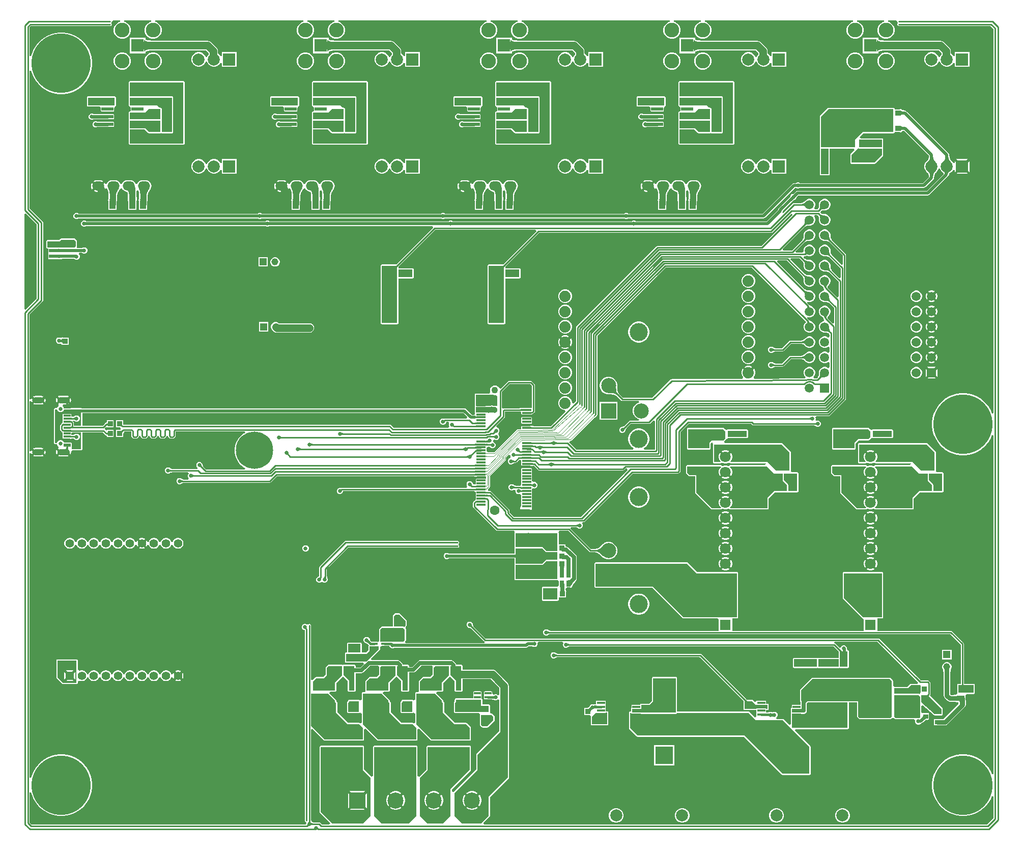
<source format=gtl>
G04*
G04 #@! TF.GenerationSoftware,Altium Limited,Altium Designer,22.10.1 (41)*
G04*
G04 Layer_Physical_Order=1*
G04 Layer_Color=255*
%FSLAX25Y25*%
%MOIN*%
G70*
G04*
G04 #@! TF.SameCoordinates,F9F3A06B-563E-4FCB-9898-75D578650021*
G04*
G04*
G04 #@! TF.FilePolarity,Positive*
G04*
G01*
G75*
%ADD13C,0.02000*%
%ADD14C,0.01000*%
%ADD15C,0.01500*%
%ADD18R,0.05787X0.04370*%
%ADD19R,0.05000X0.02402*%
%ADD20R,0.04016X0.02402*%
%ADD22R,0.03661X0.03425*%
G04:AMPARAMS|DCode=23|XSize=11.81mil|YSize=61.02mil|CornerRadius=0.89mil|HoleSize=0mil|Usage=FLASHONLY|Rotation=270.000|XOffset=0mil|YOffset=0mil|HoleType=Round|Shape=RoundedRectangle|*
%AMROUNDEDRECTD23*
21,1,0.01181,0.05925,0,0,270.0*
21,1,0.01004,0.06102,0,0,270.0*
1,1,0.00177,-0.02963,-0.00502*
1,1,0.00177,-0.02963,0.00502*
1,1,0.00177,0.02963,0.00502*
1,1,0.00177,0.02963,-0.00502*
%
%ADD23ROUNDEDRECTD23*%
G04:AMPARAMS|DCode=24|XSize=47.24mil|YSize=108.27mil|CornerRadius=3.54mil|HoleSize=0mil|Usage=FLASHONLY|Rotation=270.000|XOffset=0mil|YOffset=0mil|HoleType=Round|Shape=RoundedRectangle|*
%AMROUNDEDRECTD24*
21,1,0.04724,0.10118,0,0,270.0*
21,1,0.04016,0.10827,0,0,270.0*
1,1,0.00709,-0.05059,-0.02008*
1,1,0.00709,-0.05059,0.02008*
1,1,0.00709,0.05059,0.02008*
1,1,0.00709,0.05059,-0.02008*
%
%ADD24ROUNDEDRECTD24*%
%ADD25R,0.05512X0.01772*%
G04:AMPARAMS|DCode=26|XSize=77.56mil|YSize=23.23mil|CornerRadius=2.9mil|HoleSize=0mil|Usage=FLASHONLY|Rotation=0.000|XOffset=0mil|YOffset=0mil|HoleType=Round|Shape=RoundedRectangle|*
%AMROUNDEDRECTD26*
21,1,0.07756,0.01742,0,0,0.0*
21,1,0.07175,0.02323,0,0,0.0*
1,1,0.00581,0.03588,-0.00871*
1,1,0.00581,-0.03588,-0.00871*
1,1,0.00581,-0.03588,0.00871*
1,1,0.00581,0.03588,0.00871*
%
%ADD26ROUNDEDRECTD26*%
%ADD27R,0.02677X0.04724*%
%ADD28R,0.03937X0.05118*%
%ADD29R,0.03425X0.03661*%
G04:AMPARAMS|DCode=30|XSize=74.8mil|YSize=132.68mil|CornerRadius=2.62mil|HoleSize=0mil|Usage=FLASHONLY|Rotation=90.000|XOffset=0mil|YOffset=0mil|HoleType=Round|Shape=RoundedRectangle|*
%AMROUNDEDRECTD30*
21,1,0.07480,0.12744,0,0,90.0*
21,1,0.06957,0.13268,0,0,90.0*
1,1,0.00524,0.06372,0.03478*
1,1,0.00524,0.06372,-0.03478*
1,1,0.00524,-0.06372,-0.03478*
1,1,0.00524,-0.06372,0.03478*
%
%ADD30ROUNDEDRECTD30*%
%ADD31R,0.02362X0.03937*%
G04:AMPARAMS|DCode=32|XSize=45.28mil|YSize=15.75mil|CornerRadius=1.97mil|HoleSize=0mil|Usage=FLASHONLY|Rotation=0.000|XOffset=0mil|YOffset=0mil|HoleType=Round|Shape=RoundedRectangle|*
%AMROUNDEDRECTD32*
21,1,0.04528,0.01181,0,0,0.0*
21,1,0.04134,0.01575,0,0,0.0*
1,1,0.00394,0.02067,-0.00591*
1,1,0.00394,-0.02067,-0.00591*
1,1,0.00394,-0.02067,0.00591*
1,1,0.00394,0.02067,0.00591*
%
%ADD32ROUNDEDRECTD32*%
%ADD33R,0.22441X0.06299*%
%ADD34R,0.06102X0.02362*%
%ADD35R,0.07087X0.04724*%
%ADD36R,0.04528X0.01181*%
%ADD37R,0.04528X0.02362*%
%ADD38R,0.03543X0.03150*%
%ADD39R,0.03150X0.03150*%
%ADD40R,0.07677X0.04331*%
%ADD41R,0.03150X0.03150*%
%ADD42R,0.03150X0.03937*%
%ADD43R,0.07087X0.05276*%
%ADD44R,0.04370X0.05787*%
%ADD45C,0.06000*%
%ADD83C,0.05512*%
%ADD84R,0.05512X0.05512*%
%ADD106C,0.09646*%
%ADD107R,0.08465X0.08465*%
%ADD111C,0.38900*%
%ADD113C,0.00450*%
%ADD114R,0.00591X0.00591*%
%ADD115C,0.01100*%
%ADD116C,0.01575*%
%ADD117C,0.01700*%
%ADD118C,0.01772*%
%ADD119C,0.03150*%
%ADD120C,0.05000*%
%ADD121C,0.02323*%
%ADD122C,0.03937*%
%ADD123C,0.01150*%
%ADD124C,0.02500*%
%ADD125C,0.24410*%
%ADD126C,0.04331*%
%ADD127C,0.06299*%
%ADD128O,0.07874X0.05906*%
%ADD129C,0.07400*%
%ADD130R,0.07087X0.07087*%
%ADD131C,0.07087*%
%ADD132R,0.04528X0.04528*%
%ADD133C,0.04528*%
%ADD134C,0.07874*%
%ADD135R,0.07874X0.07874*%
%ADD136C,0.05906*%
%ADD137R,0.05906X0.05906*%
%ADD138R,0.11811X0.11811*%
%ADD139C,0.11811*%
%ADD140C,0.09843*%
%ADD141C,0.09843*%
%ADD142R,0.09843X0.09843*%
%ADD143R,0.10512X0.10512*%
%ADD144C,0.10512*%
%ADD145R,0.04528X0.04528*%
%ADD146C,0.02559*%
%ADD147O,0.08268X0.04134*%
%ADD148O,0.07874X0.03937*%
%ADD149C,0.02500*%
G36*
X597480Y555000D02*
X597558Y554610D01*
X597779Y554279D01*
Y553721D01*
X597558Y553390D01*
X597480Y553000D01*
X597558Y552610D01*
X597779Y552279D01*
X598110Y552058D01*
X598500Y551980D01*
X658578D01*
X660517Y550041D01*
Y298548D01*
X659517Y298349D01*
X658752Y300196D01*
X657425Y302494D01*
X655809Y304600D01*
X653932Y306477D01*
X651826Y308093D01*
X649527Y309421D01*
X647074Y310437D01*
X644510Y311123D01*
X641879Y311470D01*
X639224D01*
X636592Y311123D01*
X634028Y310437D01*
X631576Y309421D01*
X629277Y308093D01*
X627171Y306477D01*
X625294Y304600D01*
X623678Y302494D01*
X622351Y300196D01*
X621335Y297743D01*
X620648Y295179D01*
X620301Y292547D01*
Y289893D01*
X620648Y287261D01*
X621335Y284697D01*
X622351Y282244D01*
X623678Y279946D01*
X625294Y277840D01*
X627171Y275963D01*
X629277Y274347D01*
X631576Y273019D01*
X634028Y272004D01*
X636592Y271317D01*
X639224Y270970D01*
X641879D01*
X644510Y271317D01*
X647074Y272004D01*
X649527Y273019D01*
X651826Y274347D01*
X653932Y275963D01*
X655809Y277840D01*
X657425Y279946D01*
X658752Y282244D01*
X659517Y284091D01*
X660517Y283892D01*
Y62328D01*
X659517Y62129D01*
X658752Y63976D01*
X657425Y66274D01*
X655809Y68380D01*
X653932Y70257D01*
X651826Y71873D01*
X649527Y73201D01*
X647074Y74217D01*
X644510Y74904D01*
X641878Y75250D01*
X639224D01*
X636592Y74904D01*
X634028Y74217D01*
X631576Y73201D01*
X629277Y71873D01*
X627171Y70257D01*
X625294Y68380D01*
X623678Y66274D01*
X622351Y63976D01*
X621335Y61523D01*
X620648Y58959D01*
X620301Y56327D01*
Y53673D01*
X620648Y51041D01*
X621335Y48477D01*
X622351Y46024D01*
X623678Y43726D01*
X625294Y41620D01*
X627171Y39743D01*
X629277Y38127D01*
X631576Y36799D01*
X634028Y35783D01*
X636592Y35096D01*
X639224Y34750D01*
X641878D01*
X644510Y35096D01*
X647074Y35783D01*
X649527Y36799D01*
X651826Y38127D01*
X653932Y39743D01*
X655809Y41620D01*
X657425Y43726D01*
X658752Y46024D01*
X659517Y47871D01*
X660517Y47672D01*
Y46454D01*
X660480Y46271D01*
Y33422D01*
X656378Y29320D01*
X326887D01*
X326473Y30319D01*
X330577Y34423D01*
X330754Y34688D01*
X330816Y35000D01*
X330816Y35000D01*
Y47162D01*
X343077Y59423D01*
X343254Y59688D01*
X343316Y60000D01*
X343316Y60000D01*
Y90000D01*
X343254Y90312D01*
X343077Y90577D01*
X343026Y90611D01*
Y120000D01*
X342923Y120783D01*
X342620Y121513D01*
X342140Y122140D01*
X334640Y129640D01*
X334013Y130121D01*
X333283Y130423D01*
X332500Y130526D01*
X312816D01*
Y133000D01*
X312754Y133312D01*
X312577Y133577D01*
X312312Y133754D01*
X312000Y133816D01*
X308550D01*
X308470Y134218D01*
X308084Y134797D01*
X308084Y134797D01*
X306619Y136262D01*
X306040Y136648D01*
X305357Y136784D01*
X285000D01*
X285000Y136784D01*
X284317Y136648D01*
X283738Y136262D01*
X283738Y136262D01*
X279814Y132337D01*
X277816D01*
Y133000D01*
X277754Y133312D01*
X277577Y133577D01*
X277312Y133754D01*
X277000Y133816D01*
X273550D01*
X273470Y134218D01*
X273083Y134797D01*
X273083Y134797D01*
X271619Y136262D01*
X271040Y136648D01*
X270357Y136784D01*
X253244D01*
X252862Y137708D01*
X258577Y143423D01*
X258754Y143688D01*
X258816Y144000D01*
X258816Y144000D01*
Y145617D01*
X259441Y146040D01*
X259677Y146150D01*
X259791Y146170D01*
X259941Y146140D01*
X261950D01*
X262008Y146128D01*
X264950D01*
Y146092D01*
X265262Y145339D01*
X265839Y144762D01*
X266592Y144450D01*
X267408D01*
X268161Y144762D01*
X268370Y144971D01*
X354574D01*
X355159Y145087D01*
X355655Y145419D01*
X356157Y145921D01*
X358454D01*
X358663Y145712D01*
X359416Y145400D01*
X360232D01*
X360985Y145712D01*
X361562Y146289D01*
X361874Y147042D01*
Y147858D01*
X361823Y147980D01*
X362491Y148980D01*
X378167D01*
X378416Y148637D01*
X378687Y147980D01*
X378450Y147408D01*
Y146592D01*
X378762Y145839D01*
X379339Y145262D01*
X380092Y144950D01*
X380908D01*
X381661Y145262D01*
X381893Y145494D01*
X381950Y145529D01*
X382000Y145576D01*
X382024Y145595D01*
X382050Y145612D01*
X382080Y145627D01*
X382114Y145642D01*
X382154Y145655D01*
X382201Y145666D01*
X382257Y145676D01*
X382322Y145682D01*
X382420Y145685D01*
X382563Y145718D01*
X382708Y145746D01*
X382718Y145753D01*
X382730Y145756D01*
X382850Y145842D01*
X382972Y145923D01*
X382979Y145934D01*
X382990Y145941D01*
X383014Y145980D01*
X555656D01*
X559184Y142452D01*
Y138316D01*
X545816D01*
X545504Y138254D01*
X545408Y138190D01*
X545312Y138254D01*
X545000Y138316D01*
X530000D01*
X529688Y138254D01*
X529423Y138077D01*
X529246Y137812D01*
X529184Y137500D01*
Y132500D01*
X529246Y132188D01*
X529423Y131923D01*
X529688Y131746D01*
X530000Y131684D01*
X545000D01*
X545312Y131746D01*
X545408Y131810D01*
X545504Y131746D01*
X545816Y131684D01*
X559184D01*
X559496Y131746D01*
X559592Y131810D01*
X559688Y131746D01*
X560000Y131684D01*
X565000D01*
X565312Y131746D01*
X565577Y131923D01*
X565754Y132188D01*
X565816Y132500D01*
Y142500D01*
X565754Y142812D01*
X565577Y143077D01*
X565312Y143254D01*
X565000Y143316D01*
X564739D01*
X564719Y143545D01*
X564712Y143897D01*
X564680Y144045D01*
X564650Y144194D01*
X564646Y144200D01*
X564644Y144208D01*
X564558Y144332D01*
X564550Y144344D01*
Y144908D01*
X564238Y145661D01*
X563661Y146238D01*
X562908Y146550D01*
X562092D01*
X561339Y146238D01*
X560762Y145661D01*
X560619Y145315D01*
X559587Y145012D01*
X559497Y145022D01*
X556799Y147721D01*
X556468Y147942D01*
X556275Y147980D01*
X556373Y148980D01*
X584578D01*
X611242Y122316D01*
X610828Y121316D01*
X606500D01*
X606500Y121316D01*
X606188Y121254D01*
X605923Y121077D01*
X605923Y121077D01*
X604162Y119316D01*
X595500D01*
X594820Y120110D01*
X594816Y120122D01*
X594816Y123000D01*
X594754Y123312D01*
X594577Y123577D01*
X594577Y123577D01*
X593077Y125077D01*
X593077Y125077D01*
X592812Y125254D01*
X592500Y125316D01*
X592500Y125316D01*
X542000D01*
X541688Y125254D01*
X541423Y125077D01*
X541423Y125077D01*
X533923Y117577D01*
X533746Y117312D01*
X533684Y117000D01*
X533684Y117000D01*
Y110224D01*
X533746Y109912D01*
X533923Y109648D01*
X534054Y109560D01*
Y107665D01*
X528358D01*
Y105681D01*
X528188Y105647D01*
X527923Y105471D01*
X527746Y105206D01*
X527684Y104894D01*
Y102547D01*
X527746Y102235D01*
X527810Y102139D01*
X527746Y102044D01*
X527684Y101732D01*
Y94776D01*
X526760Y94393D01*
X523077Y98077D01*
X522812Y98254D01*
X522500Y98316D01*
X522500Y98316D01*
X518490D01*
X518235Y99050D01*
X518215Y99316D01*
X518738Y99839D01*
X519050Y100592D01*
Y101408D01*
X518738Y102161D01*
X518161Y102738D01*
X517408Y103050D01*
X516592D01*
X515839Y102738D01*
X515750Y102649D01*
X515661Y102738D01*
X514908Y103050D01*
X514092D01*
X513339Y102738D01*
X513095Y102494D01*
X511642D01*
Y104184D01*
X512500D01*
X512812Y104246D01*
X513077Y104423D01*
X513254Y104688D01*
X513316Y105000D01*
Y107500D01*
X513254Y107812D01*
X513077Y108077D01*
X512812Y108254D01*
X512500Y108316D01*
X511642D01*
Y110224D01*
X505130D01*
Y109830D01*
X504206Y109448D01*
X503077Y110577D01*
X502812Y110754D01*
X502500Y110816D01*
X502500Y110816D01*
X499348D01*
X499308Y110842D01*
X499301Y110844D01*
X499295Y110848D01*
X499145Y110875D01*
X498996Y110905D01*
X498989Y110903D01*
X498982Y110904D01*
X498927Y110892D01*
X469099Y140721D01*
X468768Y140942D01*
X468378Y141020D01*
X375014D01*
X374990Y141059D01*
X374979Y141066D01*
X374972Y141077D01*
X374850Y141158D01*
X374730Y141244D01*
X374718Y141247D01*
X374708Y141254D01*
X374564Y141282D01*
X374420Y141315D01*
X374322Y141318D01*
X374257Y141324D01*
X374201Y141334D01*
X374154Y141345D01*
X374113Y141358D01*
X374079Y141373D01*
X374050Y141388D01*
X374024Y141405D01*
X374000Y141424D01*
X373950Y141471D01*
X373893Y141506D01*
X373661Y141738D01*
X372908Y142050D01*
X372092D01*
X371339Y141738D01*
X370762Y141161D01*
X370450Y140408D01*
Y139592D01*
X370762Y138839D01*
X371339Y138262D01*
X372092Y137950D01*
X372908D01*
X373661Y138262D01*
X373893Y138494D01*
X373950Y138529D01*
X374000Y138576D01*
X374024Y138595D01*
X374050Y138612D01*
X374079Y138627D01*
X374113Y138642D01*
X374154Y138655D01*
X374201Y138666D01*
X374257Y138676D01*
X374322Y138682D01*
X374420Y138685D01*
X374564Y138718D01*
X374708Y138746D01*
X374718Y138753D01*
X374730Y138756D01*
X374850Y138841D01*
X374972Y138923D01*
X374979Y138934D01*
X374990Y138941D01*
X375014Y138980D01*
X467956D01*
X496726Y110210D01*
X496684Y110000D01*
Y105000D01*
X496746Y104688D01*
X496923Y104423D01*
X497188Y104246D01*
X497500Y104184D01*
X505130D01*
Y99938D01*
X504308Y99345D01*
X500777Y102877D01*
X500512Y103054D01*
X500200Y103116D01*
X500200Y103116D01*
X453316D01*
Y125000D01*
X453254Y125312D01*
X453077Y125577D01*
X452812Y125754D01*
X452500Y125816D01*
X437600D01*
X437288Y125754D01*
X437023Y125577D01*
X436846Y125312D01*
X436784Y125000D01*
Y110338D01*
X434762Y108316D01*
X429870D01*
X429558Y108254D01*
X429293Y108077D01*
X429116Y107812D01*
X429087Y107665D01*
X423358D01*
Y105494D01*
X423323Y105471D01*
X423146Y105206D01*
X423084Y104894D01*
Y103116D01*
X422500D01*
X422188Y103054D01*
X421923Y102877D01*
X421746Y102612D01*
X421684Y102300D01*
Y92500D01*
X421684Y92500D01*
X421746Y92188D01*
X421923Y91923D01*
X421923Y91923D01*
X426923Y86923D01*
X426923Y86923D01*
X427188Y86746D01*
X427500Y86684D01*
X427500Y86684D01*
X497162D01*
X521923Y61923D01*
X522188Y61746D01*
X522500Y61684D01*
X522500Y61684D01*
X540000D01*
X540312Y61746D01*
X540577Y61923D01*
X540754Y62188D01*
X540816Y62500D01*
Y80000D01*
X540816Y80000D01*
X540754Y80312D01*
X540577Y80577D01*
X540577Y80577D01*
X530393Y90760D01*
X530776Y91684D01*
X565000D01*
X565312Y91746D01*
X565577Y91923D01*
X565754Y92188D01*
X565816Y92500D01*
Y109184D01*
X571184D01*
X571184Y100000D01*
X571184Y100000D01*
X571246Y99688D01*
X571423Y99423D01*
X571423Y99423D01*
X572423Y98423D01*
X572423Y98423D01*
X572688Y98246D01*
X573000Y98184D01*
X573000Y98184D01*
X593000D01*
X593312Y98246D01*
X593577Y98423D01*
X593577Y98423D01*
X594030Y98877D01*
X594138Y98934D01*
X595341Y98900D01*
X595398Y98861D01*
X595825Y98427D01*
X595827Y98426D01*
X595829Y98423D01*
X595959Y98336D01*
X596088Y98249D01*
X596091Y98248D01*
X596093Y98246D01*
X596246Y98216D01*
X596400Y98184D01*
X596403Y98185D01*
X596406Y98184D01*
X608637D01*
X609305Y97184D01*
X609289Y97146D01*
Y96330D01*
X609601Y95577D01*
X610178Y95000D01*
X610931Y94688D01*
X611747D01*
X612500Y95000D01*
X612830Y95330D01*
X613285Y95421D01*
X613781Y95752D01*
X614244Y96215D01*
X614273Y96208D01*
X614288Y96210D01*
X614303Y96207D01*
X614445Y96236D01*
X614587Y96258D01*
X614600Y96266D01*
X614615Y96269D01*
X614736Y96350D01*
X614858Y96425D01*
X615628Y97140D01*
X615937Y97387D01*
X616210Y97577D01*
X616433Y97705D01*
X616593Y97772D01*
X616643Y97784D01*
X616652Y97777D01*
X616740Y97737D01*
X616820Y97684D01*
X616883Y97671D01*
X616941Y97644D01*
X617037Y97640D01*
X617132Y97622D01*
X617195Y97634D01*
X617259Y97632D01*
X617349Y97665D01*
X617444Y97684D01*
X617497Y97719D01*
X617558Y97742D01*
X617628Y97807D01*
X617708Y97860D01*
X617744Y97914D01*
X617757Y97925D01*
X618335D01*
Y102075D01*
X614336D01*
X614303Y102081D01*
X613791Y102075D01*
X613316Y102878D01*
Y106907D01*
X614228Y107317D01*
X621458Y100890D01*
X621575Y100822D01*
X621688Y100746D01*
X621712Y100742D01*
X621733Y100729D01*
X621867Y100711D01*
X622000Y100684D01*
X626500Y100684D01*
X626812Y100746D01*
X627077Y100923D01*
X627254Y101188D01*
X627316Y101500D01*
Y105000D01*
X627316Y105000D01*
X627254Y105312D01*
X627077Y105577D01*
X627077Y105577D01*
X618852Y113802D01*
X618915Y113865D01*
X619136Y114196D01*
X619213Y114586D01*
Y121914D01*
X619136Y122304D01*
X618915Y122635D01*
X618329Y123221D01*
X617998Y123442D01*
X617608Y123520D01*
X612922D01*
X585721Y150721D01*
X585390Y150942D01*
X585000Y151020D01*
X327922D01*
X319999Y158943D01*
X320009Y158989D01*
X320007Y159001D01*
X320010Y159013D01*
X319981Y159158D01*
X319957Y159302D01*
X319950Y159313D01*
X319948Y159325D01*
X319866Y159448D01*
X319788Y159572D01*
X319720Y159644D01*
X319679Y159694D01*
X319646Y159740D01*
X319620Y159782D01*
X319601Y159820D01*
X319587Y159854D01*
X319578Y159885D01*
X319571Y159916D01*
X319567Y159947D01*
X319565Y160015D01*
X319550Y160080D01*
Y160408D01*
X319238Y161161D01*
X318661Y161738D01*
X317908Y162050D01*
X317092D01*
X316339Y161738D01*
X315762Y161161D01*
X315450Y160408D01*
Y159592D01*
X315762Y158839D01*
X316339Y158262D01*
X317092Y157950D01*
X317420D01*
X317485Y157935D01*
X317553Y157933D01*
X317584Y157929D01*
X317615Y157922D01*
X317646Y157913D01*
X317680Y157899D01*
X317718Y157880D01*
X317760Y157854D01*
X317806Y157821D01*
X317856Y157780D01*
X317928Y157712D01*
X318053Y157634D01*
X318175Y157552D01*
X318187Y157550D01*
X318198Y157543D01*
X318343Y157519D01*
X318487Y157490D01*
X318499Y157493D01*
X318511Y157491D01*
X318557Y157501D01*
X326779Y149279D01*
X327110Y149058D01*
X327254Y149029D01*
X327155Y148029D01*
X275597D01*
X275183Y149029D01*
X275577Y149423D01*
X275577Y149423D01*
X275754Y149688D01*
X275816Y150000D01*
X275816Y150000D01*
Y157000D01*
X275816Y157000D01*
X275754Y157312D01*
X275577Y157577D01*
X275512Y157980D01*
Y158642D01*
X275935Y159065D01*
X276112Y159330D01*
X276174Y159642D01*
X276174Y159642D01*
Y162642D01*
X276112Y162954D01*
X275935Y163218D01*
X275935Y163218D01*
X271935Y167218D01*
X271670Y167395D01*
X271358Y167457D01*
X271358Y167457D01*
X268858D01*
X268546Y167395D01*
X268282Y167218D01*
X268282Y167218D01*
X267282Y166218D01*
X267105Y165954D01*
X267043Y165642D01*
X267043Y165642D01*
Y158816D01*
X260000Y158816D01*
X260000Y158816D01*
X259688Y158754D01*
X259423Y158577D01*
X259423Y158577D01*
X258423Y157577D01*
X258246Y157312D01*
X258184Y157000D01*
X258184Y157000D01*
X258184Y149276D01*
X257486Y148790D01*
X257222Y148711D01*
X257067Y148742D01*
X255058D01*
X255000Y148754D01*
X253415D01*
X252563Y149178D01*
X252543Y149286D01*
X252536Y149395D01*
X252513Y149441D01*
X252504Y149491D01*
X252444Y149582D01*
X252396Y149680D01*
X252357Y149714D01*
X252329Y149757D01*
X252239Y149849D01*
X252098Y150001D01*
X252050Y150060D01*
Y150408D01*
X251738Y151161D01*
X251161Y151738D01*
X250408Y152050D01*
X249592D01*
X248839Y151738D01*
X248262Y151161D01*
X247950Y150408D01*
Y149592D01*
X248262Y148839D01*
X248839Y148262D01*
X249558Y147964D01*
X249825Y147727D01*
X249910Y147642D01*
X249997Y147584D01*
X250076Y147515D01*
X250129Y147497D01*
X250175Y147466D01*
X250278Y147446D01*
X250377Y147412D01*
X250433Y147416D01*
X250488Y147405D01*
X250546Y147417D01*
X251408Y146555D01*
X251246Y146312D01*
X251184Y146000D01*
Y143338D01*
X249662Y141816D01*
X246967D01*
X246816Y142000D01*
Y146021D01*
X246800Y146097D01*
X246801Y146176D01*
X246786Y146212D01*
X246764Y146328D01*
X246756Y146345D01*
X246744Y146345D01*
X246688Y147539D01*
X246654Y147675D01*
X246627Y147812D01*
X246616Y147828D01*
X246611Y147847D01*
X246528Y147960D01*
X246450Y148077D01*
X246433Y148088D01*
X246422Y148103D01*
X246302Y148176D01*
X246185Y148254D01*
X246166Y148257D01*
X246149Y148267D01*
X246010Y148288D01*
X245873Y148316D01*
X238000D01*
X237688Y148254D01*
X237423Y148077D01*
X237246Y147812D01*
X237184Y147500D01*
Y142000D01*
X237033Y141816D01*
X236500D01*
X236188Y141754D01*
X235923Y141577D01*
X235746Y141312D01*
X235684Y141000D01*
Y136000D01*
X235746Y135688D01*
X235923Y135423D01*
X236188Y135246D01*
X236500Y135184D01*
X247797D01*
X248180Y134260D01*
X245766Y131847D01*
X242816D01*
Y133000D01*
X242754Y133312D01*
X242577Y133577D01*
X242312Y133754D01*
X242000Y133816D01*
X234983D01*
X234671Y133754D01*
X234492Y133634D01*
X234312Y133754D01*
X234000Y133816D01*
X225000D01*
X224688Y133754D01*
X224423Y133577D01*
X224423Y133577D01*
X223423Y132577D01*
X223423Y132577D01*
X223246Y132312D01*
X223184Y132000D01*
X223184Y132000D01*
Y127338D01*
X221662Y125816D01*
X217000D01*
X216688Y125754D01*
X216423Y125577D01*
X216423Y125577D01*
X214570Y123723D01*
X213987Y123844D01*
X213570Y124099D01*
Y159600D01*
X213492Y159990D01*
X213271Y160321D01*
X212940Y160542D01*
X212550Y160620D01*
X212160Y160542D01*
X211829Y160321D01*
X210794Y160203D01*
X210662Y160237D01*
X210661Y160238D01*
X209908Y160550D01*
X209092D01*
X208339Y160238D01*
X207762Y159661D01*
X207450Y158908D01*
Y158092D01*
X207762Y157339D01*
X208339Y156762D01*
X209092Y156450D01*
X209480D01*
Y31803D01*
X209558Y31413D01*
X209779Y31082D01*
X210110Y30861D01*
X210401Y30223D01*
X210056Y29620D01*
X209711Y29320D01*
X30622D01*
X29320Y30622D01*
Y50077D01*
X30319Y50208D01*
X30784Y48477D01*
X31799Y46024D01*
X33127Y43726D01*
X34743Y41620D01*
X36620Y39743D01*
X38726Y38127D01*
X41024Y36799D01*
X43477Y35783D01*
X46041Y35096D01*
X48673Y34750D01*
X51327D01*
X53959Y35096D01*
X56523Y35783D01*
X58976Y36799D01*
X61274Y38127D01*
X63380Y39743D01*
X65257Y41620D01*
X66873Y43726D01*
X68201Y46024D01*
X69217Y48477D01*
X69903Y51041D01*
X70250Y53673D01*
Y56327D01*
X69903Y58959D01*
X69217Y61523D01*
X68201Y63976D01*
X66873Y66274D01*
X65257Y68380D01*
X63380Y70257D01*
X61274Y71873D01*
X58976Y73201D01*
X56523Y74217D01*
X53959Y74904D01*
X51327Y75250D01*
X48673D01*
X46041Y74904D01*
X43477Y74217D01*
X41024Y73201D01*
X38726Y71873D01*
X36620Y70257D01*
X34743Y68380D01*
X33127Y66274D01*
X31799Y63976D01*
X30784Y61523D01*
X30319Y59791D01*
X29320Y59923D01*
Y272316D01*
X30319Y272381D01*
X30334Y272269D01*
X30602Y271623D01*
X31971Y272992D01*
X30602Y274361D01*
X30334Y273715D01*
X30319Y273603D01*
X29320Y273669D01*
Y306331D01*
X30319Y306397D01*
X30334Y306285D01*
X30602Y305639D01*
X31971Y307008D01*
X30602Y308377D01*
X30334Y307731D01*
X30319Y307619D01*
X29320Y307684D01*
Y363100D01*
X37721Y371501D01*
X37942Y371832D01*
X38020Y372222D01*
Y423328D01*
X37942Y423719D01*
X37721Y424049D01*
X29320Y432451D01*
Y522518D01*
X30319Y522649D01*
X30784Y520918D01*
X31799Y518465D01*
X33127Y516166D01*
X34743Y514060D01*
X36620Y512184D01*
X38726Y510568D01*
X41024Y509240D01*
X43477Y508224D01*
X46041Y507537D01*
X48673Y507191D01*
X51327D01*
X53959Y507537D01*
X56523Y508224D01*
X58976Y509240D01*
X61274Y510568D01*
X63380Y512184D01*
X65257Y514060D01*
X66873Y516166D01*
X68201Y518465D01*
X69217Y520918D01*
X69903Y523482D01*
X70250Y526114D01*
Y528768D01*
X69903Y531400D01*
X69217Y533964D01*
X68201Y536416D01*
X66873Y538715D01*
X65257Y540821D01*
X63380Y542698D01*
X61274Y544314D01*
X58976Y545642D01*
X56523Y546657D01*
X53959Y547344D01*
X51327Y547691D01*
X48673D01*
X46041Y547344D01*
X43477Y546657D01*
X41024Y545642D01*
X38726Y544314D01*
X36620Y542698D01*
X34743Y540821D01*
X33127Y538715D01*
X31799Y536416D01*
X30784Y533964D01*
X30319Y532233D01*
X29320Y532364D01*
Y551100D01*
X30150Y551930D01*
X82000D01*
X82390Y552008D01*
X82721Y552229D01*
X82942Y552560D01*
X83020Y552950D01*
X82942Y553340D01*
X82721Y553671D01*
Y554229D01*
X82942Y554560D01*
X83020Y554950D01*
X83826Y555680D01*
X88485D01*
X88617Y554680D01*
X87692Y554432D01*
X86410Y553692D01*
X85363Y552645D01*
X84623Y551363D01*
X84239Y549933D01*
Y548453D01*
X84623Y547023D01*
X85363Y545740D01*
X86410Y544694D01*
X87692Y543953D01*
X89122Y543570D01*
X90602D01*
X92032Y543953D01*
X93315Y544694D01*
X94362Y545740D01*
X95102Y547023D01*
X95485Y548453D01*
Y549933D01*
X95102Y551363D01*
X94362Y552645D01*
X93315Y553692D01*
X92032Y554432D01*
X91107Y554680D01*
X91239Y555680D01*
X108761D01*
X108893Y554680D01*
X107967Y554432D01*
X106685Y553692D01*
X105638Y552645D01*
X104898Y551363D01*
X104515Y549933D01*
Y548453D01*
X104898Y547023D01*
X105638Y545740D01*
X106685Y544694D01*
X107967Y543953D01*
X109397Y543570D01*
X110878D01*
X112308Y543953D01*
X113590Y544694D01*
X114637Y545740D01*
X115377Y547023D01*
X115761Y548453D01*
Y549933D01*
X115377Y551363D01*
X114637Y552645D01*
X113590Y553692D01*
X112308Y554432D01*
X111383Y554680D01*
X111515Y555680D01*
X208485D01*
X208617Y554680D01*
X207692Y554432D01*
X206410Y553692D01*
X205363Y552645D01*
X204623Y551363D01*
X204239Y549933D01*
Y548453D01*
X204623Y547023D01*
X205363Y545740D01*
X206410Y544694D01*
X207692Y543953D01*
X209122Y543570D01*
X210602D01*
X212033Y543953D01*
X213315Y544694D01*
X214362Y545740D01*
X215102Y547023D01*
X215485Y548453D01*
Y549933D01*
X215102Y551363D01*
X214362Y552645D01*
X213315Y553692D01*
X212033Y554432D01*
X211107Y554680D01*
X211239Y555680D01*
X228761D01*
X228893Y554680D01*
X227968Y554432D01*
X226685Y553692D01*
X225638Y552645D01*
X224898Y551363D01*
X224515Y549933D01*
Y548453D01*
X224898Y547023D01*
X225638Y545740D01*
X226685Y544694D01*
X227968Y543953D01*
X229398Y543570D01*
X230878D01*
X232308Y543953D01*
X233590Y544694D01*
X234637Y545740D01*
X235377Y547023D01*
X235761Y548453D01*
Y549933D01*
X235377Y551363D01*
X234637Y552645D01*
X233590Y553692D01*
X232308Y554432D01*
X231383Y554680D01*
X231515Y555680D01*
X328485D01*
X328617Y554680D01*
X327692Y554432D01*
X326410Y553692D01*
X325363Y552645D01*
X324623Y551363D01*
X324239Y549933D01*
Y548453D01*
X324623Y547023D01*
X325363Y545740D01*
X326410Y544694D01*
X327692Y543953D01*
X329122Y543570D01*
X330603D01*
X332032Y543953D01*
X333315Y544694D01*
X334362Y545740D01*
X335102Y547023D01*
X335485Y548453D01*
Y549933D01*
X335102Y551363D01*
X334362Y552645D01*
X333315Y553692D01*
X332032Y554432D01*
X331107Y554680D01*
X331239Y555680D01*
X348761D01*
X348893Y554680D01*
X347968Y554432D01*
X346685Y553692D01*
X345638Y552645D01*
X344898Y551363D01*
X344515Y549933D01*
Y548453D01*
X344898Y547023D01*
X345638Y545740D01*
X346685Y544694D01*
X347968Y543953D01*
X349397Y543570D01*
X350878D01*
X352308Y543953D01*
X353590Y544694D01*
X354637Y545740D01*
X355377Y547023D01*
X355761Y548453D01*
Y549933D01*
X355377Y551363D01*
X354637Y552645D01*
X353590Y553692D01*
X352308Y554432D01*
X351383Y554680D01*
X351515Y555680D01*
X448485D01*
X448617Y554680D01*
X447692Y554432D01*
X446410Y553692D01*
X445363Y552645D01*
X444623Y551363D01*
X444239Y549933D01*
Y548453D01*
X444623Y547023D01*
X445363Y545740D01*
X446410Y544694D01*
X447692Y543953D01*
X449122Y543570D01*
X450602D01*
X452033Y543953D01*
X453315Y544694D01*
X454362Y545740D01*
X455102Y547023D01*
X455485Y548453D01*
Y549933D01*
X455102Y551363D01*
X454362Y552645D01*
X453315Y553692D01*
X452033Y554432D01*
X451107Y554680D01*
X451239Y555680D01*
X468761D01*
X468893Y554680D01*
X467968Y554432D01*
X466685Y553692D01*
X465638Y552645D01*
X464898Y551363D01*
X464515Y549933D01*
Y548453D01*
X464898Y547023D01*
X465638Y545740D01*
X466685Y544694D01*
X467968Y543953D01*
X469397Y543570D01*
X470878D01*
X472308Y543953D01*
X473590Y544694D01*
X474637Y545740D01*
X475377Y547023D01*
X475761Y548453D01*
Y549933D01*
X475377Y551363D01*
X474637Y552645D01*
X473590Y553692D01*
X472308Y554432D01*
X471383Y554680D01*
X471515Y555680D01*
X568485D01*
X568617Y554680D01*
X567692Y554432D01*
X566410Y553692D01*
X565363Y552645D01*
X564623Y551363D01*
X564239Y549933D01*
Y548453D01*
X564623Y547023D01*
X565363Y545740D01*
X566410Y544694D01*
X567692Y543953D01*
X569122Y543570D01*
X570603D01*
X572032Y543953D01*
X573315Y544694D01*
X574362Y545740D01*
X575102Y547023D01*
X575485Y548453D01*
Y549933D01*
X575102Y551363D01*
X574362Y552645D01*
X573315Y553692D01*
X572032Y554432D01*
X571107Y554680D01*
X571239Y555680D01*
X588761D01*
X588893Y554680D01*
X587967Y554432D01*
X586685Y553692D01*
X585638Y552645D01*
X584898Y551363D01*
X584515Y549933D01*
Y548453D01*
X584898Y547023D01*
X585638Y545740D01*
X586685Y544694D01*
X587967Y543953D01*
X589397Y543570D01*
X590878D01*
X592308Y543953D01*
X593590Y544694D01*
X594637Y545740D01*
X595377Y547023D01*
X595761Y548453D01*
Y549933D01*
X595377Y551363D01*
X594637Y552645D01*
X593590Y553692D01*
X592308Y554432D01*
X591383Y554680D01*
X591515Y555680D01*
X596641D01*
X597480Y555000D01*
D02*
G37*
G36*
X33980Y422078D02*
Y373473D01*
X26739Y366232D01*
X25816Y366615D01*
Y428936D01*
X26739Y429319D01*
X33980Y422078D01*
D02*
G37*
G36*
X275358Y162642D02*
Y159642D01*
X274407Y158690D01*
X274312Y158754D01*
X274000Y158816D01*
X274000Y158816D01*
X267858Y158816D01*
Y165642D01*
X268858Y166642D01*
X271358D01*
X275358Y162642D01*
D02*
G37*
G36*
X318753Y159883D02*
X318766Y159781D01*
X318788Y159679D01*
X318818Y159580D01*
X318858Y159481D01*
X318907Y159385D01*
X318965Y159290D01*
X319032Y159196D01*
X319109Y159104D01*
X319194Y159013D01*
X318487Y158306D01*
X318396Y158391D01*
X318304Y158468D01*
X318211Y158535D01*
X318115Y158593D01*
X318019Y158642D01*
X317920Y158681D01*
X317821Y158712D01*
X317720Y158734D01*
X317617Y158747D01*
X317512Y158750D01*
X318750Y159987D01*
X318753Y159883D01*
D02*
G37*
G36*
X274000Y158000D02*
X275000Y157000D01*
Y150000D01*
X274000Y149000D01*
X259000Y149000D01*
X259000Y157000D01*
X260000Y158000D01*
X274000Y158000D01*
D02*
G37*
G36*
X251244Y149826D02*
X251257Y149784D01*
X251280Y149735D01*
X251315Y149679D01*
X251360Y149615D01*
X251483Y149465D01*
X251648Y149286D01*
X251747Y149185D01*
X250485Y148221D01*
X250384Y148321D01*
X249904Y148749D01*
X249885Y148755D01*
X251242Y149860D01*
X251244Y149826D01*
D02*
G37*
G36*
X381469Y147804D02*
X381550Y147740D01*
X381637Y147684D01*
X381730Y147635D01*
X381827Y147594D01*
X381930Y147560D01*
X382038Y147534D01*
X382152Y147515D01*
X382271Y147504D01*
X382396Y147500D01*
Y146500D01*
X382271Y146496D01*
X382152Y146485D01*
X382038Y146466D01*
X381930Y146440D01*
X381827Y146406D01*
X381730Y146365D01*
X381637Y146316D01*
X381550Y146260D01*
X381469Y146196D01*
X381393Y146125D01*
Y147875D01*
X381469Y147804D01*
D02*
G37*
G36*
X563904Y143502D02*
X563960Y142862D01*
X564009Y142602D01*
X564038Y142500D01*
X565000D01*
Y132500D01*
X560000D01*
Y142500D01*
X561107D01*
X561196Y142589D01*
X561288Y142500D01*
X561756D01*
X561785Y142602D01*
X561834Y142862D01*
X561869Y143162D01*
X561890Y143502D01*
X561897Y143882D01*
X563897D01*
X563904Y143502D01*
D02*
G37*
G36*
X245930Y146307D02*
X245963Y146173D01*
X245989Y146037D01*
X246000Y146021D01*
Y142000D01*
X238000D01*
Y147500D01*
X245873D01*
X245930Y146307D01*
D02*
G37*
G36*
X373469Y140804D02*
X373550Y140740D01*
X373637Y140684D01*
X373730Y140635D01*
X373827Y140594D01*
X373930Y140560D01*
X374039Y140534D01*
X374152Y140515D01*
X374271Y140504D01*
X374396Y140500D01*
Y139500D01*
X374271Y139496D01*
X374152Y139485D01*
X374039Y139466D01*
X373930Y139440D01*
X373827Y139406D01*
X373730Y139365D01*
X373637Y139316D01*
X373550Y139260D01*
X373469Y139196D01*
X373393Y139125D01*
Y140875D01*
X373469Y140804D01*
D02*
G37*
G36*
X258000Y144000D02*
X250425Y136425D01*
X250181Y136262D01*
X250181Y136262D01*
X249919Y136000D01*
X236500D01*
Y141000D01*
X250000D01*
X252000Y143000D01*
Y146000D01*
X258000D01*
Y144000D01*
D02*
G37*
G36*
X559184Y132500D02*
X545816D01*
Y137500D01*
X559184D01*
Y132500D01*
D02*
G37*
G36*
X545000D02*
X530000D01*
Y137500D01*
X545000D01*
Y132500D01*
D02*
G37*
G36*
X312000Y117000D02*
X308443D01*
Y121714D01*
X308400Y121929D01*
Y123600D01*
X304983Y127017D01*
Y133000D01*
X312000D01*
Y117000D01*
D02*
G37*
G36*
X304000Y127000D02*
X299300Y122300D01*
Y122063D01*
X299275Y122026D01*
X299213Y121714D01*
Y117000D01*
X285000D01*
Y123000D01*
X287000Y125000D01*
X292000D01*
X294000Y127000D01*
Y132000D01*
X295000Y133000D01*
X304000D01*
Y127000D01*
D02*
G37*
G36*
X277000Y117000D02*
X273443D01*
Y121714D01*
X273400Y121929D01*
Y123600D01*
X269983Y127017D01*
Y133000D01*
X277000D01*
Y117000D01*
D02*
G37*
G36*
X269000Y127000D02*
X264300Y122300D01*
Y122063D01*
X264275Y122026D01*
X264213Y121714D01*
Y117000D01*
X250000D01*
Y123000D01*
X252000Y125000D01*
X257000D01*
X259000Y127000D01*
Y132153D01*
X259846Y133000D01*
X269000D01*
Y127000D01*
D02*
G37*
G36*
X242000Y117000D02*
X238443D01*
Y121714D01*
X238400Y121929D01*
Y123600D01*
X234983Y127017D01*
Y133000D01*
X242000D01*
Y117000D01*
D02*
G37*
G36*
X234000Y127000D02*
X229300Y122300D01*
Y122063D01*
X229275Y122026D01*
X229213Y121714D01*
Y117000D01*
X215000D01*
Y123000D01*
X217000Y125000D01*
X222000D01*
X224000Y127000D01*
Y132000D01*
X225000Y133000D01*
X234000D01*
Y127000D01*
D02*
G37*
G36*
X293195Y132399D02*
X293227Y132216D01*
X293184Y132000D01*
X293184Y132000D01*
Y127338D01*
X291662Y125816D01*
X287000D01*
X286688Y125754D01*
X286423Y125577D01*
X286423Y125577D01*
X284423Y123577D01*
X284423Y123577D01*
X284246Y123312D01*
X284184Y123000D01*
X284184Y123000D01*
Y117000D01*
X284221Y116816D01*
X284115Y116488D01*
X283670Y115816D01*
X282500D01*
X282188Y115754D01*
X281923Y115577D01*
X281746Y115312D01*
X281684Y115000D01*
Y111122D01*
X281506Y110986D01*
X280577Y110577D01*
X280312Y110754D01*
X280000Y110816D01*
X273443D01*
X273131Y110754D01*
X272866Y110577D01*
X272689Y110312D01*
X272627Y110000D01*
Y109706D01*
X272599D01*
X272547Y109671D01*
X272490Y109615D01*
X272423Y109570D01*
X272379Y109503D01*
X272322Y109446D01*
X272291Y109372D01*
X272246Y109305D01*
X272231Y109226D01*
X272200Y109152D01*
Y109072D01*
X272184Y108993D01*
Y103000D01*
X272246Y102688D01*
X272423Y102423D01*
X272688Y102246D01*
X273000Y102184D01*
X280000D01*
X280312Y102246D01*
X280577Y102423D01*
X281506Y102014D01*
X281684Y101878D01*
Y95883D01*
X280684Y95469D01*
X280577Y95577D01*
X280312Y95754D01*
X280000Y95816D01*
X280000Y95816D01*
X272838D01*
X265816Y102838D01*
Y108896D01*
X265800Y108975D01*
Y109055D01*
X265769Y109129D01*
X265754Y109208D01*
X265709Y109275D01*
X265678Y109349D01*
X265621Y109406D01*
X265577Y109473D01*
X265510Y109517D01*
X265453Y109574D01*
X265379Y109605D01*
X265312Y109650D01*
X265233Y109665D01*
X265159Y109696D01*
X265109Y109706D01*
X265029D01*
Y109786D01*
Y110464D01*
X264967Y110777D01*
X264790Y111041D01*
X264790Y111041D01*
X260647Y115184D01*
X261061Y116184D01*
X264213D01*
X264525Y116246D01*
X264790Y116423D01*
X264967Y116688D01*
X265029Y117000D01*
Y121634D01*
Y121714D01*
X265045D01*
X265051Y121748D01*
X265054Y121751D01*
X265069Y121830D01*
X265100Y121904D01*
Y121947D01*
X269500Y126347D01*
X272584Y123262D01*
Y121929D01*
X272600Y121850D01*
Y121769D01*
X272611Y121714D01*
X272627D01*
Y121634D01*
Y117000D01*
X272689Y116688D01*
X272866Y116423D01*
X273131Y116246D01*
X273443Y116184D01*
X277000D01*
X277312Y116246D01*
X277577Y116423D01*
X277754Y116688D01*
X277816Y117000D01*
Y128769D01*
X280553D01*
X281236Y128904D01*
X281814Y129291D01*
X285739Y133216D01*
X292717D01*
X293195Y132399D01*
D02*
G37*
G36*
X257773Y132972D02*
X258197Y132216D01*
X258184Y132153D01*
X258184Y132153D01*
Y127338D01*
X256662Y125816D01*
X252000D01*
X251688Y125754D01*
X251423Y125577D01*
X251423Y125577D01*
X249423Y123577D01*
X249423Y123577D01*
X249246Y123312D01*
X249184Y123000D01*
X249184Y123000D01*
Y117000D01*
X249221Y116816D01*
X249114Y116488D01*
X248670Y115816D01*
X247500D01*
X247188Y115754D01*
X246923Y115577D01*
X246746Y115312D01*
X246684Y115000D01*
Y111122D01*
X246506Y110986D01*
X245577Y110577D01*
X245312Y110754D01*
X245000Y110816D01*
X238443D01*
X238131Y110754D01*
X237866Y110577D01*
X237689Y110312D01*
X237627Y110000D01*
Y109706D01*
X237599D01*
X237547Y109671D01*
X237490Y109615D01*
X237423Y109570D01*
X237379Y109503D01*
X237322Y109446D01*
X237291Y109372D01*
X237246Y109305D01*
X237231Y109226D01*
X237200Y109152D01*
Y109072D01*
X237184Y108993D01*
Y103000D01*
X237246Y102688D01*
X237423Y102423D01*
X237688Y102246D01*
X238000Y102184D01*
X245000D01*
X245312Y102246D01*
X245577Y102423D01*
X246506Y102014D01*
X246684Y101878D01*
Y95883D01*
X245684Y95469D01*
X245577Y95577D01*
X245312Y95754D01*
X245000Y95816D01*
X245000Y95816D01*
X237838D01*
X230816Y102838D01*
Y108896D01*
X230800Y108975D01*
Y109055D01*
X230769Y109129D01*
X230754Y109208D01*
X230709Y109275D01*
X230678Y109349D01*
X230621Y109406D01*
X230577Y109473D01*
X230510Y109517D01*
X230453Y109574D01*
X230379Y109605D01*
X230312Y109650D01*
X230233Y109665D01*
X230159Y109696D01*
X230109Y109706D01*
X230029D01*
Y109786D01*
Y110464D01*
X229966Y110777D01*
X229790Y111041D01*
X229790Y111041D01*
X225647Y115184D01*
X226061Y116184D01*
X229213D01*
X229525Y116246D01*
X229790Y116423D01*
X229966Y116688D01*
X230029Y117000D01*
Y121634D01*
Y121714D01*
X230045D01*
X230051Y121748D01*
X230054Y121751D01*
X230069Y121830D01*
X230100Y121904D01*
Y121947D01*
X234500Y126347D01*
X237584Y123262D01*
Y121929D01*
X237600Y121850D01*
Y121769D01*
X237611Y121714D01*
X237627D01*
Y121634D01*
Y117000D01*
X237689Y116688D01*
X237866Y116423D01*
X238131Y116246D01*
X238443Y116184D01*
X242000D01*
X242312Y116246D01*
X242577Y116423D01*
X242754Y116688D01*
X242816Y117000D01*
Y128279D01*
X246505D01*
X247188Y128414D01*
X247767Y128801D01*
X252182Y133216D01*
X257545D01*
X257773Y132972D01*
D02*
G37*
G36*
X612732Y120158D02*
Y115732D01*
X612732Y115732D01*
X612732D01*
X612548Y115303D01*
X611924Y114679D01*
X611812Y114754D01*
X611500Y114816D01*
X611500Y114816D01*
X595500D01*
Y118500D01*
X604500D01*
X606500Y120500D01*
X612374D01*
X612732Y120158D01*
D02*
G37*
G36*
X617412Y114000D02*
X617500D01*
X617500Y114000D01*
X617708Y113792D01*
X617942Y113627D01*
X617908Y113592D01*
X626500Y105000D01*
Y101500D01*
X622000Y101500D01*
X613316Y109219D01*
Y113000D01*
X613254Y113312D01*
X613128Y113500D01*
X613230Y113846D01*
X613317Y114000D01*
X616886Y114000D01*
X617112Y114211D01*
X617412Y114000D01*
D02*
G37*
G36*
X307584Y123262D02*
Y121929D01*
X307600Y121850D01*
Y121769D01*
X307611Y121714D01*
X307627D01*
Y121634D01*
Y117000D01*
X307689Y116688D01*
X307866Y116423D01*
X308131Y116246D01*
X308443Y116184D01*
X312000D01*
X312312Y116246D01*
X312577Y116423D01*
X312754Y116688D01*
X312816Y117000D01*
Y124474D01*
X331247D01*
X336974Y118747D01*
Y114357D01*
X335974Y113984D01*
X335661Y114297D01*
X334908Y114609D01*
X334092D01*
X333339Y114297D01*
X333224Y114183D01*
X333064Y114242D01*
X332423Y114779D01*
X332421Y114781D01*
X332344Y114916D01*
X332285Y115084D01*
Y115709D01*
X332231Y115981D01*
X332077Y116211D01*
X331847Y116365D01*
X331575Y116419D01*
X327441D01*
X327169Y116365D01*
X326939Y116211D01*
X326784Y115981D01*
X326730Y115709D01*
Y114528D01*
X326784Y114256D01*
X326939Y114025D01*
Y113652D01*
X326784Y113421D01*
X326730Y113150D01*
Y111969D01*
X326784Y111697D01*
X326939Y111466D01*
X327169Y111312D01*
X327441Y111258D01*
X329450D01*
X329508Y111247D01*
X332165D01*
X332191Y111207D01*
X332198Y111202D01*
X332202Y111195D01*
X332328Y111111D01*
X332452Y111025D01*
X332460Y111023D01*
X332467Y111018D01*
X332615Y110989D01*
X332763Y110956D01*
X333127Y110949D01*
X333218Y110942D01*
X333339Y110821D01*
X334092Y110509D01*
X334908D01*
X335661Y110821D01*
X335974Y111134D01*
X336974Y110761D01*
Y90611D01*
X336923Y90577D01*
X336923Y90577D01*
X321923Y75577D01*
X321746Y75312D01*
X321684Y75000D01*
X321684Y75000D01*
Y65338D01*
X306923Y50577D01*
X305994Y50986D01*
X305816Y51122D01*
Y52162D01*
X318077Y64423D01*
X318254Y64688D01*
X318316Y65000D01*
X318316Y65000D01*
Y80000D01*
X318254Y80312D01*
X318077Y80577D01*
X317812Y80754D01*
X317500Y80816D01*
X290000D01*
X289688Y80754D01*
X289423Y80577D01*
X289246Y80312D01*
X289184Y80000D01*
Y65338D01*
X284423Y60577D01*
X283494Y60986D01*
X283316Y61122D01*
Y80000D01*
X283254Y80312D01*
X283077Y80577D01*
X282812Y80754D01*
X282500Y80816D01*
X255000D01*
X254688Y80754D01*
X254423Y80577D01*
X254246Y80312D01*
X254184Y80000D01*
Y61122D01*
X254006Y60986D01*
X253077Y60577D01*
X253077Y60577D01*
X248316Y65338D01*
Y80000D01*
X248254Y80312D01*
X248077Y80577D01*
X247812Y80754D01*
X247500Y80816D01*
X220000D01*
X219688Y80754D01*
X219423Y80577D01*
X219246Y80312D01*
X219184Y80000D01*
Y37500D01*
X219184Y37500D01*
X219246Y37188D01*
X219423Y36923D01*
X219423Y36923D01*
X226027Y30319D01*
X225613Y29320D01*
X220634D01*
X219685Y30307D01*
X219677Y30312D01*
X219671Y30321D01*
X219514Y30426D01*
X219359Y30534D01*
X219349Y30536D01*
X219340Y30542D01*
X219155Y30579D01*
X218970Y30619D01*
X218960Y30618D01*
X218950Y30620D01*
X215064D01*
X215039Y30659D01*
X215029Y30666D01*
X215022Y30677D01*
X214900Y30759D01*
X214780Y30844D01*
X214768Y30847D01*
X214758Y30854D01*
X214614Y30882D01*
X214470Y30915D01*
X214372Y30918D01*
X214307Y30924D01*
X214251Y30934D01*
X214204Y30945D01*
X214163Y30958D01*
X214129Y30973D01*
X214100Y30988D01*
X214074Y31005D01*
X214050Y31024D01*
X214011Y31061D01*
X213974Y31100D01*
X213955Y31124D01*
X213938Y31150D01*
X213923Y31179D01*
X213908Y31214D01*
X213895Y31254D01*
X213884Y31301D01*
X213874Y31357D01*
X213868Y31422D01*
X213865Y31520D01*
X213832Y31664D01*
X213804Y31808D01*
X213797Y31818D01*
X213794Y31830D01*
X213708Y31950D01*
X213627Y32072D01*
X213616Y32079D01*
X213609Y32089D01*
X213570Y32114D01*
Y91470D01*
X214493Y91853D01*
X221923Y84423D01*
X222188Y84246D01*
X222500Y84184D01*
X222500Y84184D01*
X247500D01*
X247812Y84246D01*
X248077Y84423D01*
X248254Y84688D01*
X248316Y85000D01*
Y91617D01*
X249316Y92031D01*
X256923Y84423D01*
X257188Y84246D01*
X257500Y84184D01*
X257500Y84184D01*
X282500D01*
X282812Y84246D01*
X283077Y84423D01*
X283254Y84688D01*
X283316Y85000D01*
Y91617D01*
X284316Y92031D01*
X291923Y84423D01*
X292188Y84246D01*
X292500Y84184D01*
X292500Y84184D01*
X317500D01*
X317812Y84246D01*
X318077Y84423D01*
X318254Y84688D01*
X318316Y85000D01*
Y92500D01*
X318254Y92812D01*
X318077Y93077D01*
X318077Y93077D01*
X315577Y95577D01*
X315312Y95754D01*
X315000Y95816D01*
X315000Y95816D01*
X307838D01*
X300816Y102838D01*
Y108896D01*
X300800Y108975D01*
Y109055D01*
X300769Y109129D01*
X300754Y109208D01*
X300709Y109275D01*
X300678Y109349D01*
X300621Y109406D01*
X300577Y109473D01*
X300510Y109517D01*
X300453Y109574D01*
X300379Y109605D01*
X300312Y109650D01*
X300233Y109665D01*
X300159Y109696D01*
X300109Y109706D01*
X300029D01*
Y109786D01*
Y110464D01*
X299967Y110777D01*
X299790Y111041D01*
X299790Y111041D01*
X295647Y115184D01*
X296061Y116184D01*
X299213D01*
X299525Y116246D01*
X299790Y116423D01*
X299967Y116688D01*
X300029Y117000D01*
Y121634D01*
Y121714D01*
X300045D01*
X300051Y121748D01*
X300054Y121751D01*
X300069Y121830D01*
X300100Y121904D01*
Y121947D01*
X304500Y126347D01*
X307584Y123262D01*
D02*
G37*
G36*
X333607Y111684D02*
X333584Y111701D01*
X333547Y111716D01*
X333497Y111729D01*
X333434Y111740D01*
X333357Y111750D01*
X333166Y111764D01*
X332779Y111772D01*
X332779Y113347D01*
X332921Y113347D01*
X333434Y113378D01*
X333497Y113389D01*
X333547Y113402D01*
X333584Y113417D01*
X333607Y113434D01*
X333607Y111684D01*
D02*
G37*
G36*
X499088Y110000D02*
X502500D01*
X505000Y107500D01*
X505130D01*
Y107453D01*
X511642D01*
Y107500D01*
X512500D01*
Y105000D01*
X511642D01*
Y105106D01*
X505130D01*
Y105000D01*
X497500D01*
Y110000D01*
X498907D01*
X498996Y110089D01*
X499088Y110000D01*
D02*
G37*
G36*
X280000Y103000D02*
X273000D01*
Y108993D01*
X273204Y109129D01*
X273381Y109394D01*
X273443Y109706D01*
Y110000D01*
X280000D01*
Y103000D01*
D02*
G37*
G36*
X245000D02*
X238000D01*
Y108993D01*
X238204Y109129D01*
X238381Y109394D01*
X238443Y109706D01*
Y110000D01*
X245000D01*
Y103000D01*
D02*
G37*
G36*
X452500Y102500D02*
X429870D01*
Y102547D01*
X423900D01*
Y104894D01*
X429870D01*
Y107453D01*
Y107500D01*
X435100D01*
X437600Y110000D01*
Y125000D01*
X452500D01*
Y102500D01*
D02*
G37*
G36*
X565000Y92500D02*
X528653D01*
X528500Y92654D01*
Y101732D01*
X534633D01*
X534870Y101684D01*
X536500D01*
X536812Y101746D01*
X536918Y101817D01*
X537077Y101923D01*
X537077Y101923D01*
X538077Y102923D01*
X538254Y103188D01*
X538316Y103500D01*
X538316Y103500D01*
Y108662D01*
X538838Y109184D01*
X565000D01*
Y92500D01*
D02*
G37*
G36*
X505000Y97500D02*
X522500D01*
X540000Y80000D01*
Y62500D01*
X522500D01*
X497500Y87500D01*
X427500D01*
X422500Y92500D01*
Y102300D01*
X423134D01*
X423146Y102235D01*
X423323Y101971D01*
X423588Y101794D01*
X423900Y101732D01*
X429633D01*
X429870Y101684D01*
X452500D01*
X452812Y101746D01*
X453077Y101923D01*
X453254Y102188D01*
X453276Y102300D01*
X500200D01*
X505000Y97500D01*
D02*
G37*
G36*
X594000Y123000D02*
X594000Y110000D01*
Y100000D01*
X593000Y99000D01*
X573000D01*
X572000Y100000D01*
X572000Y110000D01*
X538500D01*
X537500Y109000D01*
Y103500D01*
X536500Y102500D01*
X534870D01*
Y102547D01*
X528500D01*
Y104894D01*
X534870D01*
Y107453D01*
Y110224D01*
X534500D01*
Y117000D01*
X542000Y124500D01*
X592500D01*
X594000Y123000D01*
D02*
G37*
G36*
X612500Y113000D02*
Y99541D01*
X611959Y99000D01*
X596406D01*
X595500Y99918D01*
Y114000D01*
X611500D01*
X612500Y113000D01*
D02*
G37*
G36*
X617132Y98437D02*
X616976Y98550D01*
X616792Y98607D01*
X616580D01*
X616340Y98550D01*
X616071Y98437D01*
X615774Y98268D01*
X615449Y98041D01*
X615095Y97758D01*
X614303Y97023D01*
X612889Y98437D01*
X613285Y98847D01*
X613907Y99583D01*
X614134Y99908D01*
X614303Y100205D01*
X614417Y100474D01*
X614473Y100714D01*
Y100926D01*
X614417Y101110D01*
X614303Y101266D01*
X617132Y98437D01*
D02*
G37*
G36*
X299213Y110464D02*
Y109706D01*
X299275Y109394D01*
X299452Y109129D01*
X299716Y108952D01*
X300000Y108896D01*
Y102500D01*
X307500Y95000D01*
X315000D01*
X317500Y92500D01*
Y85000D01*
X292500D01*
X282500Y95000D01*
Y115000D01*
X294677D01*
X299213Y110464D01*
D02*
G37*
G36*
X264213D02*
Y109706D01*
X264275Y109394D01*
X264452Y109129D01*
X264717Y108952D01*
X265000Y108896D01*
Y102500D01*
X272500Y95000D01*
X280000D01*
X282500Y92500D01*
Y85000D01*
X257500D01*
X247500Y95000D01*
Y115000D01*
X259677D01*
X264213Y110464D01*
D02*
G37*
G36*
X229213D02*
Y109706D01*
X229275Y109394D01*
X229452Y109129D01*
X229716Y108952D01*
X230000Y108896D01*
Y102500D01*
X237500Y95000D01*
X245000D01*
X247500Y92500D01*
Y85000D01*
X222500D01*
X213570Y93930D01*
Y115000D01*
X224677D01*
X229213Y110464D01*
D02*
G37*
G36*
X213054Y31371D02*
X213065Y31252D01*
X213084Y31139D01*
X213110Y31030D01*
X213144Y30927D01*
X213185Y30830D01*
X213234Y30737D01*
X213290Y30650D01*
X213354Y30569D01*
X213425Y30493D01*
X211675D01*
X211746Y30569D01*
X211810Y30650D01*
X211866Y30737D01*
X211915Y30830D01*
X211956Y30927D01*
X211990Y31030D01*
X212016Y31139D01*
X212035Y31252D01*
X212046Y31371D01*
X212050Y31496D01*
X213050D01*
X213054Y31371D01*
D02*
G37*
G36*
X342500Y60000D02*
X330000Y47500D01*
Y35000D01*
X325000Y30000D01*
X312500D01*
X307500Y35000D01*
Y50000D01*
X322500Y65000D01*
Y75000D01*
X337500Y90000D01*
X342500D01*
Y60000D01*
D02*
G37*
G36*
X317500Y65000D02*
X305000Y52500D01*
Y35000D01*
X300000Y30000D01*
X290000D01*
X285000Y35000D01*
Y60000D01*
X290000Y65000D01*
Y80000D01*
X317500D01*
Y65000D01*
D02*
G37*
G36*
X282500Y35000D02*
X277500Y30000D01*
X260000D01*
X255000Y35000D01*
Y80000D01*
X282500D01*
Y35000D01*
D02*
G37*
G36*
X247500Y65000D02*
X252500Y60000D01*
Y35000D01*
X247500Y30000D01*
X227500Y30000D01*
X220000Y37500D01*
Y80000D01*
X247500D01*
Y65000D01*
D02*
G37*
G36*
X213519Y30404D02*
X213600Y30340D01*
X213687Y30284D01*
X213780Y30235D01*
X213877Y30194D01*
X213980Y30160D01*
X214089Y30134D01*
X214202Y30115D01*
X214321Y30104D01*
X214446Y30100D01*
Y29100D01*
X214321Y29096D01*
X214202Y29085D01*
X214089Y29066D01*
X213980Y29040D01*
X213877Y29006D01*
X213780Y28965D01*
X213687Y28916D01*
X213600Y28860D01*
X213519Y28796D01*
X213443Y28725D01*
Y30475D01*
X213519Y30404D01*
D02*
G37*
G36*
X212414Y28357D02*
X212310Y28364D01*
X212207Y28362D01*
X212104Y28350D01*
X212002Y28329D01*
X211900Y28299D01*
X211799Y28260D01*
X211699Y28212D01*
X211599Y28154D01*
X211500Y28087D01*
X211401Y28012D01*
X210767Y28785D01*
X210861Y28867D01*
X210946Y28951D01*
X211022Y29037D01*
X211089Y29126D01*
X211147Y29218D01*
X211196Y29311D01*
X211237Y29408D01*
X211268Y29506D01*
X211291Y29607D01*
X211305Y29711D01*
X212414Y28357D01*
D02*
G37*
%LPC*%
G36*
X584220Y544091D02*
X584202Y544087D01*
X584032Y544087D01*
X574968D01*
Y534023D01*
X584032D01*
X584202Y534023D01*
X584220Y534019D01*
X585032Y534023D01*
X585032Y534749D01*
X585056Y534907D01*
X585091Y534974D01*
X585190Y535076D01*
X585401Y535211D01*
X585740Y535354D01*
X586205Y535485D01*
X586780Y535591D01*
X588313Y535723D01*
X589235Y535740D01*
X589384Y535772D01*
X589532Y535802D01*
X589539Y535806D01*
X589546Y535807D01*
X589671Y535894D01*
X589797Y535978D01*
X589801Y535985D01*
X589807Y535989D01*
X589833Y536029D01*
X624691D01*
X626424Y534297D01*
Y533123D01*
X626209Y532909D01*
X625586Y531828D01*
X625518Y531574D01*
X624482D01*
X624414Y531828D01*
X623791Y532909D01*
X622909Y533790D01*
X621828Y534414D01*
X620624Y534737D01*
X619376D01*
X618172Y534414D01*
X617091Y533790D01*
X616210Y532909D01*
X615586Y531828D01*
X615263Y530624D01*
Y529376D01*
X615586Y528172D01*
X616210Y527091D01*
X617091Y526209D01*
X618172Y525586D01*
X619376Y525263D01*
X620624D01*
X621828Y525586D01*
X622909Y526209D01*
X623791Y527091D01*
X624414Y528172D01*
X624482Y528426D01*
X625518D01*
X625586Y528172D01*
X626209Y527091D01*
X627091Y526209D01*
X628172Y525586D01*
X629376Y525263D01*
X630624D01*
X631828Y525586D01*
X632909Y526209D01*
X633790Y527091D01*
X634263Y527910D01*
X635263Y527642D01*
Y525263D01*
X644737D01*
Y534737D01*
X635263D01*
Y532358D01*
X634263Y532090D01*
X633790Y532909D01*
X632909Y533790D01*
X632476Y534040D01*
Y535550D01*
X632476Y535550D01*
X632373Y536333D01*
X632071Y537063D01*
X631590Y537689D01*
X631590Y537690D01*
X628085Y541195D01*
X627458Y541676D01*
X626728Y541978D01*
X625945Y542081D01*
X589833D01*
X589807Y542121D01*
X589801Y542126D01*
X589797Y542132D01*
X589671Y542216D01*
X589546Y542303D01*
X589539Y542305D01*
X589532Y542309D01*
X589384Y542338D01*
X589235Y542371D01*
X588302Y542388D01*
X587492Y542437D01*
X586791Y542517D01*
X586205Y542626D01*
X585740Y542757D01*
X585401Y542899D01*
X585190Y543034D01*
X585091Y543136D01*
X585056Y543203D01*
X585032Y543361D01*
X585032Y544087D01*
X584220Y544091D01*
D02*
G37*
G36*
X464220D02*
X464202Y544087D01*
X464032Y544087D01*
X454968D01*
Y534023D01*
X464032D01*
X464202Y534023D01*
X464220Y534019D01*
X465032Y534023D01*
X465032Y534749D01*
X465057Y534907D01*
X465091Y534974D01*
X465190Y535076D01*
X465401Y535211D01*
X465740Y535354D01*
X466205Y535485D01*
X466780Y535591D01*
X468313Y535723D01*
X469235Y535740D01*
X469384Y535772D01*
X469532Y535802D01*
X469539Y535806D01*
X469546Y535807D01*
X469671Y535894D01*
X469797Y535978D01*
X469801Y535985D01*
X469807Y535989D01*
X469833Y536029D01*
X504692D01*
X506424Y534297D01*
Y533123D01*
X506210Y532909D01*
X505586Y531828D01*
X505518Y531574D01*
X504482D01*
X504414Y531828D01*
X503791Y532909D01*
X502909Y533790D01*
X501828Y534414D01*
X500624Y534737D01*
X499376D01*
X498172Y534414D01*
X497091Y533790D01*
X496209Y532909D01*
X495586Y531828D01*
X495263Y530624D01*
Y529376D01*
X495586Y528172D01*
X496209Y527091D01*
X497091Y526209D01*
X498172Y525586D01*
X499376Y525263D01*
X500624D01*
X501828Y525586D01*
X502909Y526209D01*
X503791Y527091D01*
X504414Y528172D01*
X504482Y528426D01*
X505518D01*
X505586Y528172D01*
X506210Y527091D01*
X507091Y526209D01*
X508172Y525586D01*
X509376Y525263D01*
X510624D01*
X511828Y525586D01*
X512909Y526209D01*
X513791Y527091D01*
X514263Y527910D01*
X515263Y527642D01*
Y525263D01*
X524737D01*
Y534737D01*
X515263D01*
Y532358D01*
X514263Y532090D01*
X513791Y532909D01*
X512909Y533790D01*
X512476Y534040D01*
Y535550D01*
X512476Y535550D01*
X512373Y536333D01*
X512071Y537063D01*
X511590Y537689D01*
X511590Y537690D01*
X508084Y541195D01*
X507458Y541676D01*
X506728Y541978D01*
X505945Y542081D01*
X469833D01*
X469807Y542121D01*
X469801Y542126D01*
X469797Y542132D01*
X469671Y542216D01*
X469546Y542303D01*
X469539Y542305D01*
X469532Y542309D01*
X469384Y542338D01*
X469235Y542371D01*
X468302Y542388D01*
X467492Y542437D01*
X466791Y542517D01*
X466206Y542626D01*
X465740Y542757D01*
X465401Y542899D01*
X465190Y543034D01*
X465091Y543136D01*
X465057Y543203D01*
X465032Y543361D01*
X465032Y544087D01*
X464220Y544091D01*
D02*
G37*
G36*
X344220D02*
X344202Y544087D01*
X344032Y544087D01*
X334968D01*
Y534023D01*
X344032D01*
X344202Y534023D01*
X344220Y534019D01*
X345032Y534023D01*
X345032Y534749D01*
X345057Y534907D01*
X345091Y534974D01*
X345190Y535076D01*
X345401Y535211D01*
X345740Y535354D01*
X346205Y535485D01*
X346780Y535591D01*
X348313Y535723D01*
X349235Y535740D01*
X349384Y535772D01*
X349532Y535802D01*
X349539Y535806D01*
X349546Y535807D01*
X349671Y535894D01*
X349797Y535978D01*
X349801Y535985D01*
X349807Y535989D01*
X349833Y536029D01*
X384692D01*
X386424Y534297D01*
Y533123D01*
X386210Y532909D01*
X385586Y531828D01*
X385518Y531574D01*
X384482D01*
X384414Y531828D01*
X383790Y532909D01*
X382909Y533790D01*
X381828Y534414D01*
X380624Y534737D01*
X379376D01*
X378172Y534414D01*
X377091Y533790D01*
X376209Y532909D01*
X375586Y531828D01*
X375263Y530624D01*
Y529376D01*
X375586Y528172D01*
X376209Y527091D01*
X377091Y526209D01*
X378172Y525586D01*
X379376Y525263D01*
X380624D01*
X381828Y525586D01*
X382909Y526209D01*
X383790Y527091D01*
X384414Y528172D01*
X384482Y528426D01*
X385518D01*
X385586Y528172D01*
X386210Y527091D01*
X387091Y526209D01*
X388172Y525586D01*
X389376Y525263D01*
X390624D01*
X391828Y525586D01*
X392909Y526209D01*
X393791Y527091D01*
X394263Y527910D01*
X395263Y527642D01*
Y525263D01*
X404737D01*
Y534737D01*
X395263D01*
Y532358D01*
X394263Y532090D01*
X393791Y532909D01*
X392909Y533790D01*
X392476Y534040D01*
Y535550D01*
X392476Y535550D01*
X392373Y536333D01*
X392071Y537063D01*
X391590Y537689D01*
X391590Y537690D01*
X388085Y541195D01*
X387458Y541676D01*
X386728Y541978D01*
X385945Y542081D01*
X349833D01*
X349807Y542121D01*
X349801Y542126D01*
X349797Y542132D01*
X349671Y542216D01*
X349546Y542303D01*
X349539Y542305D01*
X349532Y542309D01*
X349384Y542338D01*
X349235Y542371D01*
X348302Y542388D01*
X347492Y542437D01*
X346791Y542517D01*
X346205Y542626D01*
X345740Y542757D01*
X345401Y542899D01*
X345190Y543034D01*
X345091Y543136D01*
X345057Y543203D01*
X345032Y543361D01*
X345032Y544087D01*
X344220Y544091D01*
D02*
G37*
G36*
X224220D02*
X224202Y544087D01*
X224032Y544087D01*
X214968D01*
Y534023D01*
X224032D01*
X224202Y534023D01*
X224220Y534019D01*
X225032Y534023D01*
X225032Y534749D01*
X225057Y534907D01*
X225091Y534974D01*
X225190Y535076D01*
X225401Y535211D01*
X225740Y535354D01*
X226205Y535485D01*
X226780Y535591D01*
X228313Y535723D01*
X229235Y535740D01*
X229384Y535772D01*
X229532Y535802D01*
X229539Y535806D01*
X229546Y535807D01*
X229671Y535894D01*
X229797Y535978D01*
X229801Y535985D01*
X229807Y535989D01*
X229833Y536029D01*
X264691D01*
X266424Y534297D01*
Y533123D01*
X266210Y532909D01*
X265586Y531828D01*
X265518Y531574D01*
X264482D01*
X264414Y531828D01*
X263790Y532909D01*
X262909Y533790D01*
X261828Y534414D01*
X260624Y534737D01*
X259376D01*
X258172Y534414D01*
X257091Y533790D01*
X256209Y532909D01*
X255586Y531828D01*
X255263Y530624D01*
Y529376D01*
X255586Y528172D01*
X256209Y527091D01*
X257091Y526209D01*
X258172Y525586D01*
X259376Y525263D01*
X260624D01*
X261828Y525586D01*
X262909Y526209D01*
X263790Y527091D01*
X264414Y528172D01*
X264482Y528426D01*
X265518D01*
X265586Y528172D01*
X266210Y527091D01*
X267091Y526209D01*
X268172Y525586D01*
X269376Y525263D01*
X270624D01*
X271828Y525586D01*
X272909Y526209D01*
X273791Y527091D01*
X274263Y527910D01*
X275263Y527642D01*
Y525263D01*
X284737D01*
Y534737D01*
X275263D01*
Y532358D01*
X274263Y532090D01*
X273791Y532909D01*
X272909Y533790D01*
X272476Y534040D01*
Y535550D01*
X272476Y535550D01*
X272373Y536333D01*
X272071Y537063D01*
X271590Y537689D01*
X271590Y537690D01*
X268085Y541195D01*
X267458Y541676D01*
X266728Y541978D01*
X265945Y542081D01*
X229833D01*
X229807Y542121D01*
X229801Y542126D01*
X229797Y542132D01*
X229671Y542216D01*
X229546Y542303D01*
X229539Y542305D01*
X229532Y542309D01*
X229384Y542338D01*
X229235Y542371D01*
X228302Y542388D01*
X227492Y542437D01*
X226791Y542517D01*
X226205Y542626D01*
X225740Y542757D01*
X225401Y542899D01*
X225190Y543034D01*
X225091Y543136D01*
X225057Y543203D01*
X225032Y543361D01*
X225032Y544087D01*
X224220Y544091D01*
D02*
G37*
G36*
X104220D02*
X104202Y544087D01*
X104032Y544087D01*
X94968D01*
Y534023D01*
X104032D01*
X104202Y534023D01*
X104220Y534019D01*
X105032Y534023D01*
X105032Y534749D01*
X105057Y534907D01*
X105091Y534974D01*
X105190Y535076D01*
X105401Y535211D01*
X105740Y535354D01*
X106205Y535485D01*
X106780Y535591D01*
X108313Y535723D01*
X109235Y535740D01*
X109384Y535772D01*
X109532Y535802D01*
X109539Y535806D01*
X109546Y535807D01*
X109671Y535894D01*
X109797Y535978D01*
X109801Y535985D01*
X109807Y535989D01*
X109833Y536029D01*
X144692D01*
X146424Y534297D01*
Y533123D01*
X146209Y532909D01*
X145586Y531828D01*
X145518Y531574D01*
X144482D01*
X144414Y531828D01*
X143791Y532909D01*
X142909Y533790D01*
X141828Y534414D01*
X140624Y534737D01*
X139376D01*
X138172Y534414D01*
X137091Y533790D01*
X136209Y532909D01*
X135586Y531828D01*
X135263Y530624D01*
Y529376D01*
X135586Y528172D01*
X136209Y527091D01*
X137091Y526209D01*
X138172Y525586D01*
X139376Y525263D01*
X140624D01*
X141828Y525586D01*
X142909Y526209D01*
X143791Y527091D01*
X144414Y528172D01*
X144482Y528426D01*
X145518D01*
X145586Y528172D01*
X146209Y527091D01*
X147091Y526209D01*
X148172Y525586D01*
X149376Y525263D01*
X150624D01*
X151828Y525586D01*
X152909Y526209D01*
X153791Y527091D01*
X154263Y527910D01*
X155263Y527642D01*
Y525263D01*
X164737D01*
Y534737D01*
X155263D01*
Y532358D01*
X154263Y532090D01*
X153791Y532909D01*
X152909Y533790D01*
X152476Y534040D01*
Y535550D01*
X152476Y535550D01*
X152373Y536333D01*
X152071Y537063D01*
X151590Y537689D01*
X151590Y537690D01*
X148084Y541195D01*
X147458Y541676D01*
X146728Y541978D01*
X145945Y542081D01*
X109833D01*
X109807Y542121D01*
X109801Y542126D01*
X109797Y542132D01*
X109671Y542216D01*
X109546Y542303D01*
X109539Y542305D01*
X109532Y542309D01*
X109384Y542338D01*
X109235Y542371D01*
X108302Y542388D01*
X107492Y542437D01*
X106791Y542517D01*
X106205Y542626D01*
X105740Y542757D01*
X105401Y542899D01*
X105190Y543034D01*
X105091Y543136D01*
X105057Y543203D01*
X105032Y543361D01*
X105032Y544087D01*
X104220Y544091D01*
D02*
G37*
G36*
X590878Y534540D02*
X589397D01*
X587967Y534157D01*
X586685Y533417D01*
X585638Y532370D01*
X584898Y531088D01*
X584515Y529658D01*
Y528177D01*
X584898Y526747D01*
X585638Y525465D01*
X586685Y524418D01*
X587967Y523678D01*
X589397Y523294D01*
X590878D01*
X592308Y523678D01*
X593590Y524418D01*
X594637Y525465D01*
X595377Y526747D01*
X595761Y528177D01*
Y529658D01*
X595377Y531088D01*
X594637Y532370D01*
X593590Y533417D01*
X592308Y534157D01*
X590878Y534540D01*
D02*
G37*
G36*
X570603D02*
X569122D01*
X567692Y534157D01*
X566410Y533417D01*
X565363Y532370D01*
X564623Y531088D01*
X564239Y529658D01*
Y528177D01*
X564623Y526747D01*
X565363Y525465D01*
X566410Y524418D01*
X567692Y523678D01*
X569122Y523294D01*
X570603D01*
X572032Y523678D01*
X573315Y524418D01*
X574362Y525465D01*
X575102Y526747D01*
X575485Y528177D01*
Y529658D01*
X575102Y531088D01*
X574362Y532370D01*
X573315Y533417D01*
X572032Y534157D01*
X570603Y534540D01*
D02*
G37*
G36*
X470878D02*
X469397D01*
X467968Y534157D01*
X466685Y533417D01*
X465638Y532370D01*
X464898Y531088D01*
X464515Y529658D01*
Y528177D01*
X464898Y526747D01*
X465638Y525465D01*
X466685Y524418D01*
X467968Y523678D01*
X469397Y523294D01*
X470878D01*
X472308Y523678D01*
X473590Y524418D01*
X474637Y525465D01*
X475377Y526747D01*
X475761Y528177D01*
Y529658D01*
X475377Y531088D01*
X474637Y532370D01*
X473590Y533417D01*
X472308Y534157D01*
X470878Y534540D01*
D02*
G37*
G36*
X450602D02*
X449122D01*
X447692Y534157D01*
X446410Y533417D01*
X445363Y532370D01*
X444623Y531088D01*
X444239Y529658D01*
Y528177D01*
X444623Y526747D01*
X445363Y525465D01*
X446410Y524418D01*
X447692Y523678D01*
X449122Y523294D01*
X450602D01*
X452033Y523678D01*
X453315Y524418D01*
X454362Y525465D01*
X455102Y526747D01*
X455485Y528177D01*
Y529658D01*
X455102Y531088D01*
X454362Y532370D01*
X453315Y533417D01*
X452033Y534157D01*
X450602Y534540D01*
D02*
G37*
G36*
X350878D02*
X349397D01*
X347968Y534157D01*
X346685Y533417D01*
X345638Y532370D01*
X344898Y531088D01*
X344515Y529658D01*
Y528177D01*
X344898Y526747D01*
X345638Y525465D01*
X346685Y524418D01*
X347968Y523678D01*
X349397Y523294D01*
X350878D01*
X352308Y523678D01*
X353590Y524418D01*
X354637Y525465D01*
X355377Y526747D01*
X355761Y528177D01*
Y529658D01*
X355377Y531088D01*
X354637Y532370D01*
X353590Y533417D01*
X352308Y534157D01*
X350878Y534540D01*
D02*
G37*
G36*
X330603D02*
X329122D01*
X327692Y534157D01*
X326410Y533417D01*
X325363Y532370D01*
X324623Y531088D01*
X324239Y529658D01*
Y528177D01*
X324623Y526747D01*
X325363Y525465D01*
X326410Y524418D01*
X327692Y523678D01*
X329122Y523294D01*
X330603D01*
X332032Y523678D01*
X333315Y524418D01*
X334362Y525465D01*
X335102Y526747D01*
X335485Y528177D01*
Y529658D01*
X335102Y531088D01*
X334362Y532370D01*
X333315Y533417D01*
X332032Y534157D01*
X330603Y534540D01*
D02*
G37*
G36*
X230878D02*
X229398D01*
X227968Y534157D01*
X226685Y533417D01*
X225638Y532370D01*
X224898Y531088D01*
X224515Y529658D01*
Y528177D01*
X224898Y526747D01*
X225638Y525465D01*
X226685Y524418D01*
X227968Y523678D01*
X229398Y523294D01*
X230878D01*
X232308Y523678D01*
X233590Y524418D01*
X234637Y525465D01*
X235377Y526747D01*
X235761Y528177D01*
Y529658D01*
X235377Y531088D01*
X234637Y532370D01*
X233590Y533417D01*
X232308Y534157D01*
X230878Y534540D01*
D02*
G37*
G36*
X210602D02*
X209122D01*
X207692Y534157D01*
X206410Y533417D01*
X205363Y532370D01*
X204623Y531088D01*
X204239Y529658D01*
Y528177D01*
X204623Y526747D01*
X205363Y525465D01*
X206410Y524418D01*
X207692Y523678D01*
X209122Y523294D01*
X210602D01*
X212033Y523678D01*
X213315Y524418D01*
X214362Y525465D01*
X215102Y526747D01*
X215485Y528177D01*
Y529658D01*
X215102Y531088D01*
X214362Y532370D01*
X213315Y533417D01*
X212033Y534157D01*
X210602Y534540D01*
D02*
G37*
G36*
X110878D02*
X109397D01*
X107967Y534157D01*
X106685Y533417D01*
X105638Y532370D01*
X104898Y531088D01*
X104515Y529658D01*
Y528177D01*
X104898Y526747D01*
X105638Y525465D01*
X106685Y524418D01*
X107967Y523678D01*
X109397Y523294D01*
X110878D01*
X112308Y523678D01*
X113590Y524418D01*
X114637Y525465D01*
X115377Y526747D01*
X115761Y528177D01*
Y529658D01*
X115377Y531088D01*
X114637Y532370D01*
X113590Y533417D01*
X112308Y534157D01*
X110878Y534540D01*
D02*
G37*
G36*
X90602D02*
X89122D01*
X87692Y534157D01*
X86410Y533417D01*
X85363Y532370D01*
X84623Y531088D01*
X84239Y529658D01*
Y528177D01*
X84623Y526747D01*
X85363Y525465D01*
X86410Y524418D01*
X87692Y523678D01*
X89122Y523294D01*
X90602D01*
X92032Y523678D01*
X93315Y524418D01*
X94362Y525465D01*
X95102Y526747D01*
X95485Y528177D01*
Y529658D01*
X95102Y531088D01*
X94362Y532370D01*
X93315Y533417D01*
X92032Y534157D01*
X90602Y534540D01*
D02*
G37*
G36*
X445000Y505816D02*
X427500D01*
X427188Y505754D01*
X426923Y505577D01*
X426746Y505312D01*
X426684Y505000D01*
Y500000D01*
X426746Y499688D01*
X426923Y499423D01*
X427188Y499246D01*
X427500Y499184D01*
X435082D01*
X435225Y499099D01*
X435862Y498371D01*
X435862Y498184D01*
Y496629D01*
X435924Y496321D01*
X436098Y496059D01*
X436360Y495885D01*
X436668Y495823D01*
X443844D01*
X444152Y495885D01*
X444413Y496059D01*
X444588Y496321D01*
X444649Y496629D01*
X444649Y498312D01*
X444765Y498599D01*
X444910Y498886D01*
X445254Y499194D01*
X445381Y499293D01*
X445577Y499423D01*
X445754Y499688D01*
X445816Y500000D01*
Y505000D01*
X445754Y505312D01*
X445577Y505577D01*
X445312Y505754D01*
X445000Y505816D01*
D02*
G37*
G36*
X325000D02*
X307500D01*
X307188Y505754D01*
X306923Y505577D01*
X306746Y505312D01*
X306684Y505000D01*
Y500000D01*
X306746Y499688D01*
X306923Y499423D01*
X307188Y499246D01*
X307500Y499184D01*
X315082D01*
X315225Y499099D01*
X315862Y498371D01*
X315862Y498184D01*
Y496629D01*
X315924Y496321D01*
X316098Y496059D01*
X316360Y495885D01*
X316668Y495823D01*
X323844D01*
X324152Y495885D01*
X324413Y496059D01*
X324588Y496321D01*
X324649Y496629D01*
X324649Y498312D01*
X324765Y498599D01*
X324910Y498886D01*
X325254Y499194D01*
X325381Y499293D01*
X325577Y499423D01*
X325754Y499688D01*
X325816Y500000D01*
Y505000D01*
X325754Y505312D01*
X325577Y505577D01*
X325312Y505754D01*
X325000Y505816D01*
D02*
G37*
G36*
X205000D02*
X187500D01*
X187188Y505754D01*
X186923Y505577D01*
X186746Y505312D01*
X186684Y505000D01*
Y500000D01*
X186746Y499688D01*
X186923Y499423D01*
X187188Y499246D01*
X187500Y499184D01*
X195082D01*
X195225Y499099D01*
X195862Y498371D01*
X195862Y498184D01*
Y496629D01*
X195924Y496321D01*
X196098Y496059D01*
X196360Y495885D01*
X196668Y495823D01*
X203843D01*
X204152Y495885D01*
X204413Y496059D01*
X204588Y496321D01*
X204649Y496629D01*
X204649Y498312D01*
X204765Y498599D01*
X204910Y498886D01*
X205254Y499194D01*
X205381Y499293D01*
X205577Y499423D01*
X205754Y499688D01*
X205816Y500000D01*
Y505000D01*
X205754Y505312D01*
X205577Y505577D01*
X205312Y505754D01*
X205000Y505816D01*
D02*
G37*
G36*
X85000D02*
X67500D01*
X67188Y505754D01*
X66923Y505577D01*
X66746Y505312D01*
X66684Y505000D01*
Y500000D01*
X66746Y499688D01*
X66923Y499423D01*
X67188Y499246D01*
X67500Y499184D01*
X75082D01*
X75225Y499099D01*
X75862Y498371D01*
X75862Y498184D01*
Y496629D01*
X75924Y496321D01*
X76099Y496059D01*
X76360Y495885D01*
X76668Y495823D01*
X83843D01*
X84152Y495885D01*
X84413Y496059D01*
X84588Y496321D01*
X84649Y496629D01*
X84649Y498312D01*
X84765Y498599D01*
X84910Y498886D01*
X85254Y499194D01*
X85381Y499293D01*
X85577Y499423D01*
X85754Y499688D01*
X85816Y500000D01*
Y505000D01*
X85754Y505312D01*
X85577Y505577D01*
X85312Y505754D01*
X85000Y505816D01*
D02*
G37*
G36*
X430408Y494550D02*
X429592D01*
X428839Y494238D01*
X428262Y493661D01*
X427950Y492908D01*
Y492092D01*
X428262Y491339D01*
X428839Y490762D01*
X429592Y490450D01*
X430408D01*
X431161Y490762D01*
X431205Y490806D01*
X440256D01*
X440342Y490823D01*
X443844D01*
X444152Y490884D01*
X444413Y491059D01*
X444588Y491321D01*
X444649Y491629D01*
Y493371D01*
X444588Y493679D01*
X444413Y493941D01*
X444152Y494115D01*
X443844Y494177D01*
X440342D01*
X440256Y494194D01*
X431205D01*
X431161Y494238D01*
X430408Y494550D01*
D02*
G37*
G36*
X310408D02*
X309592D01*
X308839Y494238D01*
X308262Y493661D01*
X307950Y492908D01*
Y492092D01*
X308262Y491339D01*
X308839Y490762D01*
X309592Y490450D01*
X310408D01*
X311161Y490762D01*
X311205Y490806D01*
X320256D01*
X320342Y490823D01*
X323844D01*
X324152Y490884D01*
X324413Y491059D01*
X324588Y491321D01*
X324649Y491629D01*
Y493371D01*
X324588Y493679D01*
X324413Y493941D01*
X324152Y494115D01*
X323844Y494177D01*
X320342D01*
X320256Y494194D01*
X311205D01*
X311161Y494238D01*
X310408Y494550D01*
D02*
G37*
G36*
X190408D02*
X189592D01*
X188839Y494238D01*
X188262Y493661D01*
X187950Y492908D01*
Y492092D01*
X188262Y491339D01*
X188839Y490762D01*
X189592Y490450D01*
X190408D01*
X191161Y490762D01*
X191205Y490806D01*
X200256D01*
X200342Y490823D01*
X203843D01*
X204152Y490884D01*
X204413Y491059D01*
X204588Y491321D01*
X204649Y491629D01*
Y493371D01*
X204588Y493679D01*
X204413Y493941D01*
X204152Y494115D01*
X203843Y494177D01*
X200342D01*
X200256Y494194D01*
X191205D01*
X191161Y494238D01*
X190408Y494550D01*
D02*
G37*
G36*
X70408D02*
X69592D01*
X68839Y494238D01*
X68262Y493661D01*
X67950Y492908D01*
Y492092D01*
X68262Y491339D01*
X68839Y490762D01*
X69592Y490450D01*
X70408D01*
X71161Y490762D01*
X71205Y490806D01*
X80256D01*
X80342Y490823D01*
X83843D01*
X84152Y490884D01*
X84413Y491059D01*
X84588Y491321D01*
X84649Y491629D01*
Y493371D01*
X84588Y493679D01*
X84413Y493941D01*
X84152Y494115D01*
X83843Y494177D01*
X80342D01*
X80256Y494194D01*
X71205D01*
X71161Y494238D01*
X70408Y494550D01*
D02*
G37*
G36*
X432908Y489550D02*
X432092D01*
X431339Y489238D01*
X430762Y488661D01*
X430450Y487908D01*
Y487092D01*
X430762Y486339D01*
X431339Y485762D01*
X432092Y485450D01*
X432908D01*
X433661Y485762D01*
X433705Y485806D01*
X440256D01*
X440342Y485823D01*
X443844D01*
X444152Y485885D01*
X444413Y486059D01*
X444588Y486321D01*
X444649Y486629D01*
Y488371D01*
X444588Y488679D01*
X444413Y488941D01*
X444152Y489115D01*
X443844Y489177D01*
X440342D01*
X440256Y489194D01*
X433705D01*
X433661Y489238D01*
X432908Y489550D01*
D02*
G37*
G36*
X312908D02*
X312092D01*
X311339Y489238D01*
X310762Y488661D01*
X310450Y487908D01*
Y487092D01*
X310762Y486339D01*
X311339Y485762D01*
X312092Y485450D01*
X312908D01*
X313661Y485762D01*
X313705Y485806D01*
X320256D01*
X320342Y485823D01*
X323844D01*
X324152Y485885D01*
X324413Y486059D01*
X324588Y486321D01*
X324649Y486629D01*
Y488371D01*
X324588Y488679D01*
X324413Y488941D01*
X324152Y489115D01*
X323844Y489177D01*
X320342D01*
X320256Y489194D01*
X313705D01*
X313661Y489238D01*
X312908Y489550D01*
D02*
G37*
G36*
X192908D02*
X192092D01*
X191339Y489238D01*
X190762Y488661D01*
X190450Y487908D01*
Y487092D01*
X190762Y486339D01*
X191339Y485762D01*
X192092Y485450D01*
X192908D01*
X193661Y485762D01*
X193705Y485806D01*
X200256D01*
X200342Y485823D01*
X203843D01*
X204152Y485885D01*
X204413Y486059D01*
X204588Y486321D01*
X204649Y486629D01*
Y488371D01*
X204588Y488679D01*
X204413Y488941D01*
X204152Y489115D01*
X203843Y489177D01*
X200342D01*
X200256Y489194D01*
X193705D01*
X193661Y489238D01*
X192908Y489550D01*
D02*
G37*
G36*
X72908D02*
X72092D01*
X71339Y489238D01*
X70762Y488661D01*
X70450Y487908D01*
Y487092D01*
X70762Y486339D01*
X71339Y485762D01*
X72092Y485450D01*
X72908D01*
X73661Y485762D01*
X73705Y485806D01*
X80256D01*
X80342Y485823D01*
X83843D01*
X84152Y485885D01*
X84413Y486059D01*
X84588Y486321D01*
X84649Y486629D01*
Y488371D01*
X84588Y488679D01*
X84413Y488941D01*
X84152Y489115D01*
X83843Y489177D01*
X80342D01*
X80256Y489194D01*
X73705D01*
X73661Y489238D01*
X72908Y489550D01*
D02*
G37*
G36*
X490000Y515816D02*
X455000D01*
X454688Y515754D01*
X454423Y515577D01*
X454246Y515312D01*
X454184Y515000D01*
Y505816D01*
X454246Y505504D01*
X454310Y505408D01*
X454246Y505312D01*
X454184Y505000D01*
Y500000D01*
X454246Y499688D01*
X454423Y499423D01*
X454619Y499293D01*
X455121Y498905D01*
X455351Y498371D01*
Y496629D01*
X455095Y496127D01*
X454688Y495880D01*
X454688D01*
X454624Y495837D01*
X454423Y495703D01*
X454246Y495438D01*
X454184Y495126D01*
Y490816D01*
X454246Y490504D01*
X454310Y490408D01*
X454246Y490312D01*
X454184Y490000D01*
Y485000D01*
X454246Y484688D01*
X454310Y484592D01*
X454246Y484496D01*
X454184Y484184D01*
Y475000D01*
X454246Y474688D01*
X454423Y474423D01*
X454688Y474246D01*
X455000Y474184D01*
X490000D01*
X490312Y474246D01*
X490577Y474423D01*
X490754Y474688D01*
X490816Y475000D01*
Y515000D01*
X490754Y515312D01*
X490577Y515577D01*
X490312Y515754D01*
X490000Y515816D01*
D02*
G37*
G36*
X370000D02*
X335000D01*
X334688Y515754D01*
X334423Y515577D01*
X334246Y515312D01*
X334184Y515000D01*
Y505816D01*
X334246Y505504D01*
X334310Y505408D01*
X334246Y505312D01*
X334184Y505000D01*
Y500000D01*
X334246Y499688D01*
X334423Y499423D01*
X334619Y499293D01*
X335121Y498905D01*
X335351Y498371D01*
Y496629D01*
X335095Y496127D01*
X334688Y495880D01*
X334688D01*
X334624Y495837D01*
X334423Y495703D01*
X334246Y495438D01*
X334184Y495126D01*
Y490816D01*
X334246Y490504D01*
X334310Y490408D01*
X334246Y490312D01*
X334184Y490000D01*
Y485000D01*
X334246Y484688D01*
X334310Y484592D01*
X334246Y484496D01*
X334184Y484184D01*
Y475000D01*
X334246Y474688D01*
X334423Y474423D01*
X334688Y474246D01*
X335000Y474184D01*
X370000D01*
X370312Y474246D01*
X370577Y474423D01*
X370754Y474688D01*
X370816Y475000D01*
Y515000D01*
X370754Y515312D01*
X370577Y515577D01*
X370312Y515754D01*
X370000Y515816D01*
D02*
G37*
G36*
X250000D02*
X215000D01*
X214688Y515754D01*
X214423Y515577D01*
X214246Y515312D01*
X214184Y515000D01*
Y505816D01*
X214246Y505504D01*
X214310Y505408D01*
X214246Y505312D01*
X214184Y505000D01*
Y500000D01*
X214246Y499688D01*
X214423Y499423D01*
X214619Y499293D01*
X215121Y498905D01*
X215351Y498371D01*
Y496629D01*
X215095Y496127D01*
X214688Y495880D01*
X214688D01*
X214624Y495837D01*
X214423Y495703D01*
X214246Y495438D01*
X214184Y495126D01*
Y490816D01*
X214246Y490504D01*
X214310Y490408D01*
X214246Y490312D01*
X214184Y490000D01*
Y485000D01*
X214246Y484688D01*
X214310Y484592D01*
X214246Y484496D01*
X214184Y484184D01*
Y475000D01*
X214246Y474688D01*
X214423Y474423D01*
X214688Y474246D01*
X215000Y474184D01*
X250000D01*
X250312Y474246D01*
X250577Y474423D01*
X250754Y474688D01*
X250816Y475000D01*
Y515000D01*
X250754Y515312D01*
X250577Y515577D01*
X250312Y515754D01*
X250000Y515816D01*
D02*
G37*
G36*
X130000D02*
X95000D01*
X94688Y515754D01*
X94423Y515577D01*
X94246Y515312D01*
X94184Y515000D01*
Y505816D01*
X94246Y505504D01*
X94310Y505408D01*
X94246Y505312D01*
X94184Y505000D01*
Y500000D01*
X94246Y499688D01*
X94423Y499423D01*
X94619Y499293D01*
X95121Y498905D01*
X95351Y498371D01*
Y496629D01*
X95095Y496127D01*
X94688Y495880D01*
X94688D01*
X94624Y495837D01*
X94423Y495703D01*
X94246Y495438D01*
X94184Y495126D01*
Y490816D01*
X94246Y490504D01*
X94310Y490408D01*
X94246Y490312D01*
X94184Y490000D01*
Y485000D01*
X94246Y484688D01*
X94310Y484592D01*
X94246Y484496D01*
X94184Y484184D01*
Y475000D01*
X94246Y474688D01*
X94423Y474423D01*
X94688Y474246D01*
X95000Y474184D01*
X130000D01*
X130312Y474246D01*
X130577Y474423D01*
X130754Y474688D01*
X130816Y475000D01*
Y515000D01*
X130754Y515312D01*
X130577Y515577D01*
X130312Y515754D01*
X130000Y515816D01*
D02*
G37*
G36*
X524737Y464737D02*
X515263D01*
Y462358D01*
X514263Y462090D01*
X513791Y462909D01*
X512909Y463791D01*
X511828Y464414D01*
X510624Y464737D01*
X509376D01*
X508172Y464414D01*
X507091Y463791D01*
X506210Y462909D01*
X505586Y461828D01*
X505518Y461574D01*
X504482D01*
X504414Y461828D01*
X503791Y462909D01*
X502909Y463791D01*
X501828Y464414D01*
X500624Y464737D01*
X499376D01*
X498172Y464414D01*
X497091Y463791D01*
X496209Y462909D01*
X495586Y461828D01*
X495263Y460624D01*
Y459376D01*
X495586Y458172D01*
X496209Y457091D01*
X497091Y456210D01*
X498172Y455586D01*
X499376Y455263D01*
X500624D01*
X501828Y455586D01*
X502909Y456210D01*
X503791Y457091D01*
X504414Y458172D01*
X504482Y458426D01*
X505518D01*
X505586Y458172D01*
X506210Y457091D01*
X507091Y456210D01*
X508172Y455586D01*
X509376Y455263D01*
X510624D01*
X511828Y455586D01*
X512909Y456210D01*
X513791Y457091D01*
X514263Y457910D01*
X515263Y457642D01*
Y455263D01*
X524737D01*
Y464737D01*
D02*
G37*
G36*
X404737D02*
X395263D01*
Y462358D01*
X394263Y462090D01*
X393791Y462909D01*
X392909Y463791D01*
X391828Y464414D01*
X390624Y464737D01*
X389376D01*
X388172Y464414D01*
X387091Y463791D01*
X386210Y462909D01*
X385586Y461828D01*
X385518Y461574D01*
X384482D01*
X384414Y461828D01*
X383790Y462909D01*
X382909Y463791D01*
X381828Y464414D01*
X380624Y464737D01*
X379376D01*
X378172Y464414D01*
X377091Y463791D01*
X376209Y462909D01*
X375586Y461828D01*
X375263Y460624D01*
Y459376D01*
X375586Y458172D01*
X376209Y457091D01*
X377091Y456210D01*
X378172Y455586D01*
X379376Y455263D01*
X380624D01*
X381828Y455586D01*
X382909Y456210D01*
X383790Y457091D01*
X384414Y458172D01*
X384482Y458426D01*
X385518D01*
X385586Y458172D01*
X386210Y457091D01*
X387091Y456210D01*
X388172Y455586D01*
X389376Y455263D01*
X390624D01*
X391828Y455586D01*
X392909Y456210D01*
X393791Y457091D01*
X394263Y457910D01*
X395263Y457642D01*
Y455263D01*
X404737D01*
Y464737D01*
D02*
G37*
G36*
X284737D02*
X275263D01*
Y462358D01*
X274263Y462090D01*
X273791Y462909D01*
X272909Y463791D01*
X271828Y464414D01*
X270624Y464737D01*
X269376D01*
X268172Y464414D01*
X267091Y463791D01*
X266210Y462909D01*
X265586Y461828D01*
X265518Y461574D01*
X264482D01*
X264414Y461828D01*
X263790Y462909D01*
X262909Y463791D01*
X261828Y464414D01*
X260624Y464737D01*
X259376D01*
X258172Y464414D01*
X257091Y463791D01*
X256209Y462909D01*
X255586Y461828D01*
X255263Y460624D01*
Y459376D01*
X255586Y458172D01*
X256209Y457091D01*
X257091Y456210D01*
X258172Y455586D01*
X259376Y455263D01*
X260624D01*
X261828Y455586D01*
X262909Y456210D01*
X263790Y457091D01*
X264414Y458172D01*
X264482Y458426D01*
X265518D01*
X265586Y458172D01*
X266210Y457091D01*
X267091Y456210D01*
X268172Y455586D01*
X269376Y455263D01*
X270624D01*
X271828Y455586D01*
X272909Y456210D01*
X273791Y457091D01*
X274263Y457910D01*
X275263Y457642D01*
Y455263D01*
X284737D01*
Y464737D01*
D02*
G37*
G36*
X164737D02*
X155263D01*
Y462358D01*
X154263Y462090D01*
X153791Y462909D01*
X152909Y463791D01*
X151828Y464414D01*
X150624Y464737D01*
X149376D01*
X148172Y464414D01*
X147091Y463791D01*
X146209Y462909D01*
X145586Y461828D01*
X145518Y461574D01*
X144482D01*
X144414Y461828D01*
X143791Y462909D01*
X142909Y463791D01*
X141828Y464414D01*
X140624Y464737D01*
X139376D01*
X138172Y464414D01*
X137091Y463791D01*
X136209Y462909D01*
X135586Y461828D01*
X135263Y460624D01*
Y459376D01*
X135586Y458172D01*
X136209Y457091D01*
X137091Y456210D01*
X138172Y455586D01*
X139376Y455263D01*
X140624D01*
X141828Y455586D01*
X142909Y456210D01*
X143791Y457091D01*
X144414Y458172D01*
X144482Y458426D01*
X145518D01*
X145586Y458172D01*
X146209Y457091D01*
X147091Y456210D01*
X148172Y455586D01*
X149376Y455263D01*
X150624D01*
X151828Y455586D01*
X152909Y456210D01*
X153791Y457091D01*
X154263Y457910D01*
X155263Y457642D01*
Y455263D01*
X164737D01*
Y464737D01*
D02*
G37*
G36*
X643676D02*
X636324D01*
X640000Y461061D01*
X643676Y464737D01*
D02*
G37*
G36*
X595000Y498316D02*
X552500D01*
X552188Y498254D01*
X551923Y498077D01*
X551923Y498077D01*
X546923Y493077D01*
X546746Y492812D01*
X546684Y492500D01*
X546684Y492500D01*
X546684Y472500D01*
X546746Y472188D01*
X546810Y472092D01*
X546746Y471996D01*
X546684Y471684D01*
Y455000D01*
X546746Y454688D01*
X546923Y454423D01*
X547188Y454246D01*
X547500Y454184D01*
X552500D01*
X552812Y454246D01*
X553077Y454423D01*
X553254Y454688D01*
X553316Y455000D01*
Y471684D01*
X569117D01*
X569531Y470684D01*
X566923Y468077D01*
X566746Y467812D01*
X566684Y467500D01*
X566684Y467500D01*
Y462500D01*
X566746Y462188D01*
X566923Y461923D01*
X567188Y461746D01*
X567500Y461684D01*
X582500D01*
X582500Y461684D01*
X582812Y461746D01*
X583077Y461923D01*
X583077Y461923D01*
X588077Y466923D01*
X588254Y467188D01*
X588316Y467500D01*
X588316Y467500D01*
Y471684D01*
X588254Y471996D01*
X588190Y472092D01*
X588254Y472188D01*
X588316Y472500D01*
Y477500D01*
X588254Y477812D01*
X588077Y478077D01*
X587812Y478254D01*
X587500Y478316D01*
X573383D01*
X572969Y479316D01*
X575338Y481684D01*
X595000D01*
X595312Y481746D01*
X595577Y481923D01*
X595754Y482188D01*
X595816Y482500D01*
Y482606D01*
X599015D01*
X599040Y482585D01*
X599069Y482542D01*
X599069Y482542D01*
X599158Y482482D01*
X599240Y482411D01*
X599240Y482411D01*
X599290Y482394D01*
X599333Y482365D01*
X599439Y482344D01*
X599542Y482309D01*
X599594Y482313D01*
X599646Y482303D01*
X599646Y482303D01*
X599751Y482324D01*
X599859Y482331D01*
X599906Y482354D01*
X599958Y482365D01*
X599958Y482365D01*
X600047Y482425D01*
X600144Y482473D01*
X600144D01*
X600179Y482512D01*
X600222Y482542D01*
X600282Y482631D01*
X600353Y482713D01*
X600370Y482762D01*
X600399Y482806D01*
X600399Y482806D01*
X600420Y482912D01*
X600439Y482967D01*
X600459Y482977D01*
X600583Y483019D01*
X600755Y483057D01*
X601316Y483114D01*
X601663Y483121D01*
X601810Y483154D01*
X601958Y483183D01*
X601965Y483188D01*
X601974Y483190D01*
X602076Y483261D01*
X617824Y467513D01*
X618423Y466747D01*
X618347Y466632D01*
X618264Y466522D01*
X618259Y466501D01*
X618246Y466482D01*
X618220Y466347D01*
X618186Y466214D01*
X618170Y465928D01*
X618131Y465681D01*
X618063Y465426D01*
X617966Y465163D01*
X617837Y464889D01*
X617675Y464607D01*
X617478Y464315D01*
X617246Y464015D01*
X616978Y463708D01*
X616659Y463380D01*
X616619Y463318D01*
X616210Y462909D01*
X615586Y461828D01*
X615263Y460624D01*
Y459376D01*
X615586Y458172D01*
X616210Y457091D01*
X616619Y456682D01*
X616659Y456620D01*
X616978Y456292D01*
X617246Y455985D01*
X617478Y455685D01*
X617675Y455393D01*
X617837Y455111D01*
X617966Y454837D01*
X618063Y454574D01*
X618131Y454319D01*
X618170Y454072D01*
X618186Y453786D01*
X618220Y453653D01*
X618246Y453518D01*
X618259Y453499D01*
X618264Y453478D01*
X618347Y453368D01*
X618423Y453253D01*
X617824Y452487D01*
X614366Y449029D01*
X533870D01*
X533661Y449238D01*
X532908Y449550D01*
X532092D01*
X531339Y449238D01*
X531130Y449029D01*
X530000D01*
X529415Y448913D01*
X528919Y448581D01*
X509367Y429029D01*
X421370D01*
X421161Y429238D01*
X420408Y429550D01*
X419592D01*
X418839Y429238D01*
X418630Y429029D01*
X301370D01*
X301161Y429238D01*
X300408Y429550D01*
X299592D01*
X298839Y429238D01*
X298630Y429029D01*
X181370Y429029D01*
X181161Y429238D01*
X180408Y429550D01*
X179592D01*
X178839Y429238D01*
X178630Y429029D01*
X61370Y429029D01*
X61161Y429238D01*
X60408Y429550D01*
X59592D01*
X58839Y429238D01*
X58262Y428661D01*
X57950Y427908D01*
Y427092D01*
X58262Y426339D01*
X58839Y425762D01*
X59592Y425450D01*
X60408D01*
X61161Y425762D01*
X61370Y425971D01*
X178630Y425971D01*
X178839Y425762D01*
X179592Y425450D01*
X180408D01*
X181161Y425762D01*
X181370Y425971D01*
X298630Y425971D01*
X298839Y425762D01*
X299592Y425450D01*
X300408D01*
X301161Y425762D01*
X301370Y425971D01*
X418630D01*
X418839Y425762D01*
X419592Y425450D01*
X420408D01*
X421161Y425762D01*
X421370Y425971D01*
X510000D01*
X510585Y426087D01*
X511081Y426419D01*
X530633Y445971D01*
X531130D01*
X531339Y445762D01*
X532092Y445450D01*
X532908D01*
X533661Y445762D01*
X533870Y445971D01*
X615000D01*
X615585Y446087D01*
X616081Y446419D01*
X621081Y451419D01*
X621413Y451915D01*
X621529Y452500D01*
Y453214D01*
X621545Y453223D01*
X621558Y453241D01*
X621577Y453253D01*
X621653Y453368D01*
X621736Y453478D01*
X621741Y453499D01*
X621754Y453518D01*
X621780Y453653D01*
X621814Y453786D01*
X621830Y454072D01*
X621869Y454319D01*
X621937Y454574D01*
X622034Y454837D01*
X622163Y455111D01*
X622325Y455393D01*
X622522Y455685D01*
X622754Y455985D01*
X623022Y456292D01*
X623341Y456620D01*
X623381Y456682D01*
X623791Y457091D01*
X624414Y458172D01*
X624482Y458426D01*
X625518D01*
X625586Y458172D01*
X626209Y457091D01*
X627091Y456210D01*
X627403Y456030D01*
X627418Y456013D01*
X627495Y455955D01*
X627523Y455925D01*
X627560Y455872D01*
X627604Y455790D01*
X627649Y455673D01*
X627691Y455523D01*
X627725Y455350D01*
X627767Y454929D01*
X616866Y444029D01*
X532135D01*
X531550Y443913D01*
X531054Y443581D01*
X529522Y442050D01*
X529092D01*
X528339Y441738D01*
X527762Y441161D01*
X527450Y440408D01*
Y440113D01*
X519871Y432534D01*
X519539Y432037D01*
X519456Y431619D01*
X511867Y424029D01*
X426370D01*
X426161Y424238D01*
X425408Y424550D01*
X424592D01*
X423839Y424238D01*
X423630Y424029D01*
X306370D01*
X306161Y424238D01*
X305408Y424550D01*
X304592D01*
X303839Y424238D01*
X303630Y424029D01*
X186370Y424029D01*
X186161Y424238D01*
X185408Y424550D01*
X184592D01*
X183839Y424238D01*
X183630Y424029D01*
X66370Y424029D01*
X66161Y424238D01*
X65408Y424550D01*
X64592D01*
X63839Y424238D01*
X63262Y423661D01*
X62950Y422908D01*
Y422092D01*
X63262Y421339D01*
X63839Y420762D01*
X64592Y420450D01*
X65408D01*
X66161Y420762D01*
X66370Y420971D01*
X183630Y420971D01*
X183839Y420762D01*
X184592Y420450D01*
X185408D01*
X186161Y420762D01*
X186370Y420971D01*
X293169Y420971D01*
X293179Y420958D01*
X293529Y419971D01*
X269374Y395816D01*
X260000D01*
X259688Y395754D01*
X259423Y395577D01*
X259246Y395312D01*
X259184Y395000D01*
Y357500D01*
X259246Y357188D01*
X259423Y356923D01*
X259688Y356746D01*
X260000Y356684D01*
X270000D01*
X270312Y356746D01*
X270577Y356923D01*
X270754Y357188D01*
X270816Y357500D01*
Y386684D01*
X280000D01*
X280312Y386746D01*
X280577Y386923D01*
X280754Y387188D01*
X280816Y387500D01*
Y392500D01*
X280754Y392812D01*
X280577Y393077D01*
X280312Y393254D01*
X280000Y393316D01*
X270816D01*
Y394374D01*
X294922Y418480D01*
X360624D01*
X361038Y417480D01*
X339374Y395816D01*
X330000D01*
X329688Y395754D01*
X329423Y395577D01*
X329246Y395312D01*
X329184Y395000D01*
Y357500D01*
X329246Y357188D01*
X329423Y356923D01*
X329688Y356746D01*
X330000Y356684D01*
X340000D01*
X340312Y356746D01*
X340577Y356923D01*
X340754Y357188D01*
X340816Y357500D01*
Y386684D01*
X350000D01*
X350312Y386746D01*
X350577Y386923D01*
X350754Y387188D01*
X350816Y387500D01*
Y392500D01*
X350754Y392812D01*
X350577Y393077D01*
X350312Y393254D01*
X350000Y393316D01*
X340816D01*
Y394374D01*
X362922Y416480D01*
X515000D01*
X515390Y416558D01*
X515721Y416779D01*
X528159Y429217D01*
X528370Y429175D01*
X528699Y428090D01*
X508578Y407970D01*
X440550D01*
X440160Y407892D01*
X439829Y407671D01*
X387329Y355171D01*
X387108Y354840D01*
X387030Y354450D01*
Y306401D01*
X385500Y304871D01*
X384500Y305285D01*
Y305592D01*
X384193Y306737D01*
X383601Y307763D01*
X382763Y308601D01*
X381737Y309193D01*
X380592Y309500D01*
X379408D01*
X378263Y309193D01*
X377237Y308601D01*
X376399Y307763D01*
X375807Y306737D01*
X375500Y305592D01*
Y304408D01*
X375807Y303263D01*
X376399Y302237D01*
X377237Y301399D01*
X378263Y300807D01*
X379408Y300500D01*
X379715D01*
X380129Y299500D01*
X370507Y289878D01*
X359386D01*
X359353Y289929D01*
X359349Y289931D01*
X359347Y289935D01*
X359218Y290021D01*
X359090Y290108D01*
X359086Y290109D01*
X359082Y290112D01*
X358930Y290142D01*
X358779Y290174D01*
X358282Y290179D01*
X357986Y290194D01*
X357963Y290205D01*
X357853Y290213D01*
X357746Y290234D01*
X357696Y290225D01*
X357646Y290228D01*
X357541Y290194D01*
X357434Y290172D01*
X357391Y290144D01*
X357343Y290128D01*
X357260Y290057D01*
X357171Y289997D01*
X351762D01*
X351311Y289811D01*
X351125Y289360D01*
Y288356D01*
X350875Y287982D01*
X349002D01*
X348720Y287926D01*
X348480Y287765D01*
X333579Y272865D01*
X329376D01*
X328600Y273592D01*
Y274597D01*
X328425Y275079D01*
X328600Y275561D01*
Y275645D01*
X328938Y276366D01*
X329894Y276634D01*
X329944Y276579D01*
X330023Y276542D01*
X330094Y276492D01*
X330165Y276475D01*
X330232Y276444D01*
X330319Y276440D01*
X330404Y276420D01*
X330507Y276417D01*
X330572Y276411D01*
X330621Y276403D01*
X330641Y276398D01*
X330658Y276357D01*
X331234Y275780D01*
X331988Y275468D01*
X332803D01*
X333557Y275780D01*
X334134Y276357D01*
X334446Y277110D01*
Y277925D01*
X334134Y278679D01*
X333557Y279256D01*
X333413Y279315D01*
X332812Y279966D01*
X332827Y280750D01*
X332972Y280864D01*
X333189Y280962D01*
X333785Y281196D01*
X334500Y280900D01*
X335315D01*
X336069Y281212D01*
X336646Y281789D01*
X336958Y282542D01*
Y283358D01*
X336646Y284111D01*
X336393Y284364D01*
X336176Y285000D01*
X336393Y285636D01*
X336646Y285889D01*
X336958Y286642D01*
Y287458D01*
X336646Y288211D01*
X336069Y288788D01*
X335315Y289100D01*
X334912Y290100D01*
X340312Y295500D01*
X340532Y295831D01*
X340610Y296221D01*
Y299650D01*
X350063D01*
X350096Y299599D01*
X350100Y299596D01*
X350102Y299592D01*
X350231Y299507D01*
X350359Y299419D01*
X350364Y299418D01*
X350367Y299416D01*
X351125Y299203D01*
Y298199D01*
X351311Y297748D01*
X351762Y297562D01*
X357687D01*
X358137Y297748D01*
X358142Y297759D01*
X358262D01*
X358652Y297837D01*
X358983Y298058D01*
X359797Y298871D01*
X360018Y299202D01*
X360095Y299592D01*
Y316847D01*
X360018Y317237D01*
X359797Y317568D01*
X358138Y319226D01*
X357808Y319447D01*
X357417Y319524D01*
X343145D01*
X342755Y319447D01*
X342424Y319226D01*
X337844Y314645D01*
X336747Y314963D01*
X336490Y315408D01*
X335900Y315998D01*
X335178Y316414D01*
X334373Y316630D01*
X333540D01*
X332735Y316414D01*
X332013Y315998D01*
X331424Y315408D01*
X331007Y314686D01*
X330791Y313881D01*
Y313048D01*
X330988Y312316D01*
X330986Y312211D01*
X330388Y311316D01*
X321500Y311316D01*
X321188Y311254D01*
X320923Y311077D01*
X320746Y310812D01*
X320684Y310500D01*
Y303316D01*
X320746Y303004D01*
X320810Y302908D01*
X320746Y302812D01*
X320684Y302500D01*
Y299000D01*
X320746Y298688D01*
X320923Y298423D01*
X320862Y297720D01*
X320461Y297277D01*
X318885D01*
X315081Y301081D01*
X314585Y301413D01*
X314000Y301529D01*
X63608D01*
X63577Y301577D01*
X63312Y301754D01*
X63000Y301816D01*
X56484D01*
X56172Y301754D01*
X56141Y301733D01*
X51768D01*
Y301831D01*
X51421Y302669D01*
X50974Y303116D01*
X51223Y304024D01*
X51280Y304116D01*
X53139D01*
X53140Y304120D01*
X53175Y304251D01*
X53195Y304368D01*
X53175Y304493D01*
X53140Y304631D01*
X53096Y304744D01*
X53040Y304833D01*
X52975Y304898D01*
X52900Y304939D01*
X52816Y304955D01*
X52720Y304947D01*
X54223Y305248D01*
X52993Y306477D01*
X53524Y307008D01*
X52993Y307538D01*
X54968Y309513D01*
X54272Y309801D01*
X53524Y309899D01*
X49390D01*
X48641Y309801D01*
X47945Y309513D01*
X49920Y307538D01*
X49390Y307008D01*
X49920Y306477D01*
X47945Y304503D01*
X48204Y304396D01*
X48204Y303313D01*
X48197Y303310D01*
X47556Y302669D01*
X47209Y301831D01*
Y301816D01*
X46000D01*
X45688Y301754D01*
X45423Y301577D01*
X45246Y301312D01*
X45184Y301000D01*
Y279000D01*
X45246Y278688D01*
X45423Y278423D01*
X45688Y278246D01*
X46000Y278184D01*
X47209D01*
Y278169D01*
X47556Y277331D01*
X48197Y276690D01*
X48204Y276687D01*
X48204Y275604D01*
X47945Y275497D01*
X49920Y273522D01*
X49390Y272992D01*
X49920Y272462D01*
X47945Y270487D01*
X48641Y270199D01*
X49390Y270100D01*
X53524D01*
X54272Y270199D01*
X54968Y270487D01*
X52993Y272462D01*
X54054Y273522D01*
X56028Y271548D01*
X56317Y272244D01*
X56415Y272992D01*
X56368Y273349D01*
X56677Y273758D01*
X57032Y274094D01*
X57215Y274184D01*
X63000D01*
X63312Y274246D01*
X63577Y274423D01*
X63754Y274688D01*
X63816Y275000D01*
Y285912D01*
X77078D01*
X78584Y284406D01*
X78607Y284270D01*
X78613Y284261D01*
X78615Y284251D01*
X78698Y284127D01*
X78777Y284001D01*
X78786Y283995D01*
X78792Y283986D01*
X78916Y283904D01*
X79037Y283818D01*
X79048Y283815D01*
X79056Y283809D01*
X79202Y283780D01*
X79348Y283748D01*
X79513Y283743D01*
X79627Y283734D01*
X79635Y283732D01*
X79637Y283728D01*
X79651Y283686D01*
X79725Y283597D01*
X79790Y283500D01*
X79827Y283476D01*
X79843Y283457D01*
Y282732D01*
X84268D01*
Y287394D01*
X79843D01*
Y287394D01*
X79399Y287233D01*
X78586Y287718D01*
X78564Y288753D01*
X78895Y289085D01*
X78905Y289091D01*
X79843Y289232D01*
Y289232D01*
X84268D01*
Y293894D01*
X79843D01*
Y292605D01*
X79829Y292589D01*
X79790Y292563D01*
X79727Y292469D01*
X79657Y292386D01*
X79564Y292379D01*
X79409Y292375D01*
X79263Y292342D01*
X79116Y292313D01*
X79108Y292308D01*
X79098Y292306D01*
X78976Y292220D01*
X78851Y292137D01*
X78846Y292128D01*
X78838Y292123D01*
X78758Y291996D01*
X78675Y291872D01*
X78673Y291862D01*
X78667Y291854D01*
X78644Y291717D01*
X77880Y290953D01*
X77880Y290953D01*
X77078Y290151D01*
X63816D01*
Y298471D01*
X313367D01*
X315954Y295883D01*
X315572Y294959D01*
X301336D01*
X300946Y294881D01*
X300896Y294848D01*
X300408Y295050D01*
X299592D01*
X298839Y294738D01*
X298262Y294161D01*
X297950Y293408D01*
Y292592D01*
X298262Y291839D01*
X298839Y291262D01*
X299592Y290950D01*
X300408D01*
X301161Y291262D01*
X301738Y291839D01*
X302050Y292592D01*
Y292920D01*
X303420D01*
X303679Y292543D01*
X303929Y291920D01*
X303684Y291328D01*
Y290513D01*
X303996Y289759D01*
X304016Y289740D01*
X303602Y288740D01*
X267702D01*
X265721Y290721D01*
X265390Y290942D01*
X265000Y291020D01*
X90409D01*
Y293894D01*
X85984D01*
Y289232D01*
X88610D01*
X88850Y288968D01*
X88676Y287687D01*
X88670Y287683D01*
X88602Y287675D01*
X88535Y287683D01*
X88446Y287657D01*
X88354Y287647D01*
X88294Y287614D01*
X88229Y287595D01*
X88156Y287538D01*
X88075Y287493D01*
X88033Y287440D01*
X87980Y287398D01*
X87977Y287394D01*
X85984D01*
Y282732D01*
X90409D01*
Y284725D01*
X90412Y284726D01*
X90473Y284803D01*
X90545Y284869D01*
X90571Y284926D01*
X90610Y284975D01*
X90637Y285069D01*
X90678Y285158D01*
X90681Y285221D01*
X90698Y285281D01*
X90687Y285378D01*
X90691Y285476D01*
X90670Y285535D01*
X90665Y285575D01*
X90680Y285601D01*
X90751Y285702D01*
X91016Y286016D01*
X91191Y286197D01*
X91238Y286269D01*
X91296Y286332D01*
X91323Y286402D01*
X91364Y286465D01*
X91379Y286549D01*
X91390Y286580D01*
X95578D01*
X95731Y286427D01*
Y283695D01*
X95808Y283305D01*
X96029Y282974D01*
X96779Y282224D01*
X97110Y282003D01*
X97500Y281925D01*
X99000D01*
X99390Y282003D01*
X99721Y282224D01*
X100471Y282974D01*
X100692Y283305D01*
X100770Y283695D01*
X101731D01*
X101808Y283305D01*
X102029Y282974D01*
X102779Y282224D01*
X103110Y282003D01*
X103500Y281925D01*
X105000D01*
X105390Y282003D01*
X105721Y282224D01*
X106471Y282974D01*
X106692Y283305D01*
X106770Y283695D01*
X107730D01*
X107808Y283305D01*
X108029Y282974D01*
X108779Y282224D01*
X109110Y282003D01*
X109500Y281925D01*
X111000D01*
X111390Y282003D01*
X111721Y282224D01*
X112471Y282974D01*
X112692Y283305D01*
X112770Y283695D01*
X113731D01*
X113808Y283305D01*
X114029Y282974D01*
X114779Y282224D01*
X115110Y282003D01*
X115500Y281925D01*
X117000D01*
X117390Y282003D01*
X117721Y282224D01*
X118471Y282974D01*
X118692Y283305D01*
X118770Y283695D01*
X119730D01*
X119808Y283305D01*
X120029Y282974D01*
X120779Y282224D01*
X121110Y282003D01*
X121500Y281925D01*
X123000D01*
X123390Y282003D01*
X123721Y282224D01*
X124471Y282974D01*
X124692Y283305D01*
X124770Y283695D01*
Y286427D01*
X124922Y286580D01*
X170132D01*
X170372Y285580D01*
X169660Y285217D01*
X168004Y284014D01*
X166557Y282566D01*
X165354Y280910D01*
X164425Y279087D01*
X163792Y277140D01*
X163472Y275118D01*
Y273071D01*
X163792Y271049D01*
X164425Y269102D01*
X165354Y267279D01*
X166557Y265622D01*
X168004Y264175D01*
X169660Y262972D01*
X170372Y262609D01*
X170132Y261609D01*
X144790D01*
X142907Y263493D01*
X142917Y263539D01*
X142915Y263551D01*
X142917Y263563D01*
X142889Y263708D01*
X142864Y263852D01*
X142858Y263863D01*
X142855Y263875D01*
X142773Y263998D01*
X142696Y264122D01*
X142628Y264194D01*
X142587Y264244D01*
X142554Y264290D01*
X142528Y264332D01*
X142509Y264370D01*
X142495Y264404D01*
X142485Y264435D01*
X142479Y264466D01*
X142475Y264497D01*
X142473Y264565D01*
X142458Y264630D01*
Y264958D01*
X142146Y265711D01*
X141569Y266288D01*
X140815Y266600D01*
X140000D01*
X139246Y266288D01*
X138670Y265711D01*
X138358Y264958D01*
Y264142D01*
X138670Y263389D01*
X139233Y262825D01*
X139232Y262749D01*
X139015Y261825D01*
X122581D01*
X122558Y261863D01*
X122473Y261924D01*
X122398Y261996D01*
X122345Y262016D01*
X122299Y262049D01*
X122198Y262072D01*
X122101Y262110D01*
X122044Y262108D01*
X121989Y262121D01*
X121893Y262124D01*
X121837Y262130D01*
X121792Y262139D01*
X121759Y262148D01*
X121740Y262155D01*
X121738Y262161D01*
X121161Y262738D01*
X120408Y263050D01*
X119592D01*
X118839Y262738D01*
X118262Y262161D01*
X117950Y261408D01*
Y260592D01*
X118262Y259839D01*
X118839Y259262D01*
X119592Y258950D01*
X120408D01*
X121161Y259262D01*
X121259Y259360D01*
X121270Y259367D01*
X121308Y259390D01*
X121350Y259411D01*
X121396Y259429D01*
X121446Y259446D01*
X121502Y259461D01*
X121564Y259473D01*
X121633Y259482D01*
X121708Y259488D01*
X121810Y259490D01*
X121889Y259508D01*
X121969Y259510D01*
X122042Y259543D01*
X122120Y259560D01*
X122186Y259607D01*
X122260Y259640D01*
X122315Y259698D01*
X122381Y259744D01*
X122407Y259786D01*
X132973D01*
X133387Y258786D01*
X133262Y258661D01*
X132950Y257908D01*
Y257092D01*
X133262Y256339D01*
X133581Y256020D01*
X133217Y255020D01*
X130014D01*
X129990Y255059D01*
X129979Y255066D01*
X129972Y255077D01*
X129850Y255158D01*
X129730Y255244D01*
X129718Y255247D01*
X129708Y255254D01*
X129563Y255282D01*
X129420Y255315D01*
X129322Y255318D01*
X129257Y255324D01*
X129201Y255334D01*
X129154Y255345D01*
X129113Y255358D01*
X129079Y255373D01*
X129050Y255388D01*
X129024Y255405D01*
X129000Y255424D01*
X128950Y255471D01*
X128893Y255506D01*
X128661Y255738D01*
X127908Y256050D01*
X127092D01*
X126339Y255738D01*
X125762Y255161D01*
X125450Y254408D01*
Y253592D01*
X125762Y252839D01*
X126339Y252262D01*
X127092Y251950D01*
X127908D01*
X128661Y252262D01*
X128893Y252494D01*
X128950Y252529D01*
X129000Y252576D01*
X129024Y252595D01*
X129050Y252612D01*
X129079Y252627D01*
X129113Y252642D01*
X129154Y252655D01*
X129201Y252666D01*
X129257Y252676D01*
X129322Y252682D01*
X129420Y252685D01*
X129563Y252718D01*
X129708Y252746D01*
X129718Y252753D01*
X129730Y252756D01*
X129850Y252841D01*
X129972Y252923D01*
X129979Y252934D01*
X129990Y252941D01*
X130014Y252980D01*
X186500D01*
X186890Y253058D01*
X187221Y253279D01*
X191191Y257249D01*
X320407D01*
X320448Y257187D01*
X320469Y257174D01*
X320483Y257155D01*
X320601Y257087D01*
X320714Y257013D01*
X320738Y257008D01*
X320759Y256996D01*
X320894Y256978D01*
X321027Y256953D01*
X321835Y256959D01*
X321849Y256962D01*
X321864Y256960D01*
X321978Y256965D01*
X322003Y256971D01*
X322029Y256969D01*
X322057Y256972D01*
X322163Y257005D01*
X322272Y257025D01*
X322281Y257028D01*
X322286Y257031D01*
X322291Y257032D01*
X322325Y257055D01*
X322361Y257066D01*
X322435Y257128D01*
X322548Y257201D01*
X322551Y257206D01*
X322553Y257207D01*
X327963D01*
X328337Y256957D01*
Y255799D01*
X327963Y255549D01*
X322037D01*
X321587Y255362D01*
X321400Y254911D01*
Y253907D01*
X321575Y253425D01*
X321400Y252943D01*
Y251939D01*
X320642Y251726D01*
X320641Y251726D01*
X320640Y251725D01*
X320371Y251682D01*
X320299Y251703D01*
X320127Y251768D01*
X319456Y252191D01*
Y252408D01*
X319144Y253161D01*
X318567Y253738D01*
X317814Y254050D01*
X316998D01*
X316245Y253738D01*
X315668Y253161D01*
X315356Y252408D01*
Y251592D01*
X315668Y250839D01*
X315983Y250523D01*
X315614Y249523D01*
X233586D01*
X233196Y249446D01*
X233182Y249437D01*
X232908Y249550D01*
X232092D01*
X231339Y249238D01*
X230762Y248661D01*
X230450Y247908D01*
Y247092D01*
X230762Y246339D01*
X231339Y245762D01*
X232092Y245450D01*
X232908D01*
X233661Y245762D01*
X234238Y246339D01*
X234550Y247092D01*
Y247484D01*
X320338D01*
X320372Y247433D01*
X320375Y247431D01*
X320378Y247427D01*
X320506Y247341D01*
X320634Y247254D01*
X320639Y247252D01*
X320642Y247250D01*
X321400Y247037D01*
Y246034D01*
X321575Y245551D01*
X321400Y245069D01*
Y244065D01*
X321575Y243583D01*
X321400Y243100D01*
Y242096D01*
X321072Y241494D01*
X320741Y241273D01*
X319928Y240459D01*
X319707Y240129D01*
X319629Y239738D01*
Y237351D01*
X319707Y236961D01*
X319928Y236630D01*
X334779Y221779D01*
X335110Y221558D01*
X335500Y221480D01*
X346476D01*
X346748Y220931D01*
X346859Y220480D01*
X346746Y220312D01*
X346684Y220000D01*
Y210816D01*
X346746Y210504D01*
X346810Y210408D01*
X346746Y210312D01*
X346684Y210000D01*
Y206529D01*
X303870D01*
X303661Y206738D01*
X302908Y207050D01*
X302092D01*
X301339Y206738D01*
X300762Y206161D01*
X300450Y205408D01*
Y204592D01*
X300762Y203839D01*
X301339Y203262D01*
X302092Y202950D01*
X302908D01*
X303661Y203262D01*
X303870Y203471D01*
X346684D01*
Y199992D01*
X346746Y199680D01*
X346810Y199584D01*
X346746Y199489D01*
X346684Y199177D01*
Y189992D01*
X346746Y189680D01*
X346923Y189415D01*
X347188Y189239D01*
X347500Y189176D01*
X374900D01*
X375000Y189176D01*
X375715Y188471D01*
X375760Y188386D01*
Y185711D01*
X375695Y185668D01*
X375650Y185599D01*
X375592Y185541D01*
X375562Y185468D01*
X375518Y185403D01*
Y185403D01*
X375308Y185164D01*
X374781Y184898D01*
X374491Y184816D01*
X365500D01*
X365188Y184754D01*
X364923Y184577D01*
X364746Y184312D01*
X364684Y184000D01*
Y176500D01*
X364746Y176188D01*
X364923Y175923D01*
X365188Y175746D01*
X365500Y175684D01*
X375000D01*
X375312Y175746D01*
X375577Y175923D01*
X375754Y176188D01*
X375816Y176500D01*
Y176802D01*
X375984Y177732D01*
X380410D01*
Y181262D01*
X380473Y181304D01*
X380474Y181305D01*
X380474Y181305D01*
X380499Y181342D01*
X380533Y181371D01*
Y181371D01*
X380587Y181473D01*
X380650Y181569D01*
X380651Y181570D01*
X380651Y181570D01*
X380660Y181613D01*
X380680Y181653D01*
X380680Y181653D01*
X380691Y181768D01*
X380713Y181882D01*
X380704Y181925D01*
X380708Y181970D01*
X380674Y182080D01*
X380651Y182194D01*
X380651Y182194D01*
X380626Y182231D01*
X380613Y182274D01*
X380613Y182274D01*
X380539Y182362D01*
X380474Y182458D01*
X380474Y182458D01*
X380437Y182483D01*
X380408Y182518D01*
X380408Y182518D01*
X380390Y182527D01*
X380368Y182626D01*
X380295Y183579D01*
X380793Y184307D01*
X381166Y184565D01*
X381239Y184579D01*
X383094D01*
X383095Y184576D01*
X383095Y184576D01*
X383189Y184499D01*
X383265Y184422D01*
X383265D01*
X383275Y184413D01*
X383275Y184413D01*
X383311Y184398D01*
X383340Y184373D01*
X383340Y184373D01*
X383456Y184337D01*
X383569Y184291D01*
X383569Y184291D01*
X383608Y184291D01*
X383645Y184279D01*
X383645Y184279D01*
X383766Y184291D01*
X383887Y184291D01*
X383887Y184291D01*
X383923Y184306D01*
X383961Y184309D01*
X383961Y184309D01*
X384069Y184366D01*
X384181Y184412D01*
X384181D01*
X384208Y184440D01*
X384243Y184458D01*
X384243D01*
X384320Y184552D01*
X384406Y184637D01*
X384406Y184637D01*
X384421Y184673D01*
X384446Y184703D01*
X384446Y184703D01*
X384446Y184703D01*
X384450Y184716D01*
X384450Y184716D01*
X384482Y184819D01*
X384528Y184931D01*
X384528Y184931D01*
X384528Y184970D01*
X384540Y185007D01*
X384540Y185007D01*
X384542Y185028D01*
Y185028D01*
X384542Y185029D01*
X384559Y185196D01*
X384606Y185365D01*
X384703Y185596D01*
X384856Y185878D01*
X385065Y186204D01*
X385322Y186557D01*
X386476Y187888D01*
X386963Y188387D01*
X387042Y188508D01*
X387125Y188625D01*
X387128Y188640D01*
X387137Y188654D01*
X387163Y188795D01*
X387195Y188935D01*
X387193Y188951D01*
X387195Y188967D01*
X387176Y189059D01*
X387439Y189452D01*
X387574Y190135D01*
X387574Y190135D01*
Y204210D01*
X387439Y204893D01*
X387052Y205471D01*
X387052Y205471D01*
X381905Y210618D01*
X381327Y211005D01*
X380644Y211141D01*
X380157D01*
Y212468D01*
X375816D01*
Y220000D01*
X375754Y220312D01*
X375641Y220480D01*
X375752Y220931D01*
X376024Y221480D01*
X382078D01*
X395814Y207744D01*
X396145Y207523D01*
X396535Y207445D01*
X399870D01*
X399899Y207421D01*
X399921Y207388D01*
X400021Y207321D01*
X400114Y207245D01*
X400153Y207233D01*
X400186Y207211D01*
X400304Y207188D01*
X400419Y207153D01*
X400657Y207130D01*
X400875Y207072D01*
X401151Y206959D01*
X401477Y206787D01*
X401848Y206553D01*
X402245Y206265D01*
X403713Y204982D01*
X404257Y204441D01*
X404322Y204398D01*
X404834Y203886D01*
X406138Y203133D01*
X407593Y202743D01*
X409100D01*
X410555Y203133D01*
X411859Y203886D01*
X412925Y204952D01*
X413678Y206256D01*
X414068Y207711D01*
Y209218D01*
X413678Y210673D01*
X412925Y211978D01*
X411859Y213043D01*
X410555Y213796D01*
X409100Y214186D01*
X407593D01*
X406138Y213796D01*
X404834Y213043D01*
X404322Y212531D01*
X404257Y212488D01*
X403702Y211937D01*
X403193Y211459D01*
X402251Y210668D01*
X401848Y210377D01*
X401477Y210142D01*
X401151Y209970D01*
X400875Y209857D01*
X400657Y209800D01*
X400419Y209776D01*
X400304Y209742D01*
X400186Y209718D01*
X400153Y209696D01*
X400114Y209684D01*
X400021Y209608D01*
X399921Y209541D01*
X399899Y209508D01*
X399870Y209484D01*
X396958D01*
X383461Y222980D01*
X383785Y223930D01*
X383825Y223980D01*
X386986D01*
X387011Y223941D01*
X387021Y223934D01*
X387028Y223923D01*
X387150Y223842D01*
X387270Y223756D01*
X387282Y223753D01*
X387292Y223746D01*
X387437Y223718D01*
X387580Y223685D01*
X387678Y223682D01*
X387743Y223676D01*
X387799Y223666D01*
X387846Y223655D01*
X387887Y223642D01*
X387920Y223627D01*
X387950Y223612D01*
X387976Y223595D01*
X388000Y223576D01*
X388050Y223529D01*
X388107Y223494D01*
X388339Y223262D01*
X389092Y222950D01*
X389908D01*
X390661Y223262D01*
X391238Y223839D01*
X391550Y224592D01*
Y225408D01*
X391238Y226161D01*
X391184Y226215D01*
X391599Y227215D01*
X392234D01*
X392624Y227292D01*
X392955Y227513D01*
X424422Y258980D01*
X454005D01*
X454395Y259058D01*
X454726Y259279D01*
X455312Y259865D01*
X455533Y260196D01*
X455611Y260586D01*
Y286169D01*
X460922Y291480D01*
X501875D01*
X502576Y290779D01*
X502907Y290558D01*
X503297Y290480D01*
X542986D01*
X543011Y290441D01*
X543021Y290434D01*
X543028Y290423D01*
X543150Y290341D01*
X543270Y290256D01*
X543282Y290253D01*
X543292Y290246D01*
X543436Y290218D01*
X543580Y290185D01*
X543678Y290182D01*
X543743Y290176D01*
X543799Y290166D01*
X543846Y290155D01*
X543887Y290142D01*
X543921Y290127D01*
X543950Y290112D01*
X543976Y290095D01*
X544000Y290076D01*
X544050Y290029D01*
X544107Y289994D01*
X544339Y289762D01*
X545092Y289450D01*
X545908D01*
X546661Y289762D01*
X547238Y290339D01*
X547550Y291092D01*
Y291908D01*
X547238Y292661D01*
X546661Y293238D01*
X545908Y293550D01*
X545092D01*
X544603Y293347D01*
X543847Y294053D01*
X544050Y294542D01*
Y295358D01*
X543999Y295480D01*
X544667Y296480D01*
X552548D01*
X552938Y296558D01*
X553268Y296779D01*
X563674Y307184D01*
X563895Y307515D01*
X563972Y307905D01*
Y402047D01*
X563895Y402437D01*
X563674Y402768D01*
X554473Y411968D01*
X554478Y411983D01*
X554474Y412013D01*
X554480Y412043D01*
X554454Y412170D01*
X554439Y412299D01*
X554424Y412325D01*
X554418Y412355D01*
X554346Y412463D01*
X554282Y412576D01*
X554178Y412695D01*
X554111Y412800D01*
X554041Y412940D01*
X553974Y413119D01*
X553912Y413336D01*
X553860Y413590D01*
X553819Y413871D01*
X553771Y414577D01*
X553768Y414977D01*
X553753Y415052D01*
Y415494D01*
X553497Y416448D01*
X553003Y417304D01*
X552304Y418003D01*
X551448Y418497D01*
X550494Y418753D01*
X549506D01*
X548552Y418497D01*
X547696Y418003D01*
X546997Y417304D01*
X546503Y416448D01*
X546247Y415494D01*
Y414506D01*
X546503Y413552D01*
X546997Y412696D01*
X547696Y411997D01*
X548552Y411503D01*
X549506Y411247D01*
X549948D01*
X550024Y411232D01*
X550423Y411229D01*
X551129Y411181D01*
X551410Y411140D01*
X551664Y411088D01*
X551881Y411026D01*
X552060Y410959D01*
X552200Y410889D01*
X552305Y410821D01*
X552424Y410718D01*
X552537Y410654D01*
X552645Y410582D01*
X552675Y410576D01*
X552701Y410561D01*
X552830Y410546D01*
X552957Y410520D01*
X552987Y410526D01*
X553017Y410523D01*
X553032Y410527D01*
X561933Y401625D01*
Y395815D01*
X561009Y395433D01*
X554473Y401968D01*
X554478Y401983D01*
X554474Y402013D01*
X554480Y402043D01*
X554454Y402170D01*
X554439Y402299D01*
X554424Y402325D01*
X554418Y402355D01*
X554346Y402463D01*
X554282Y402576D01*
X554178Y402695D01*
X554111Y402800D01*
X554041Y402940D01*
X553974Y403119D01*
X553912Y403336D01*
X553860Y403590D01*
X553819Y403871D01*
X553771Y404577D01*
X553768Y404977D01*
X553753Y405052D01*
Y405494D01*
X553497Y406449D01*
X553003Y407304D01*
X552304Y408003D01*
X551448Y408497D01*
X550494Y408753D01*
X549506D01*
X548552Y408497D01*
X547696Y408003D01*
X546997Y407304D01*
X546503Y406449D01*
X546247Y405494D01*
Y404506D01*
X546503Y403551D01*
X546997Y402696D01*
X547696Y401997D01*
X548552Y401503D01*
X549506Y401247D01*
X549948D01*
X550024Y401232D01*
X550423Y401229D01*
X551129Y401181D01*
X551410Y401140D01*
X551664Y401088D01*
X551881Y401026D01*
X552060Y400959D01*
X552200Y400889D01*
X552305Y400821D01*
X552424Y400718D01*
X552537Y400654D01*
X552645Y400582D01*
X552675Y400576D01*
X552701Y400561D01*
X552830Y400546D01*
X552957Y400520D01*
X552987Y400526D01*
X553017Y400523D01*
X553032Y400527D01*
X560483Y393075D01*
Y387265D01*
X559559Y386883D01*
X554473Y391968D01*
X554478Y391983D01*
X554474Y392013D01*
X554480Y392043D01*
X554454Y392170D01*
X554439Y392299D01*
X554424Y392325D01*
X554418Y392355D01*
X554346Y392463D01*
X554282Y392576D01*
X554178Y392695D01*
X554111Y392800D01*
X554041Y392940D01*
X553974Y393119D01*
X553912Y393336D01*
X553860Y393590D01*
X553819Y393871D01*
X553771Y394577D01*
X553768Y394976D01*
X553753Y395052D01*
Y395494D01*
X553497Y396448D01*
X553003Y397304D01*
X552304Y398003D01*
X551448Y398497D01*
X550494Y398753D01*
X549506D01*
X548552Y398497D01*
X547696Y398003D01*
X546997Y397304D01*
X546503Y396448D01*
X546247Y395494D01*
Y394506D01*
X546503Y393551D01*
X546997Y392696D01*
X547696Y391997D01*
X548552Y391503D01*
X549506Y391247D01*
X549948D01*
X550024Y391232D01*
X550423Y391229D01*
X551129Y391181D01*
X551410Y391140D01*
X551664Y391088D01*
X551881Y391026D01*
X552060Y390959D01*
X552200Y390890D01*
X552305Y390822D01*
X552424Y390718D01*
X552537Y390654D01*
X552645Y390582D01*
X552675Y390576D01*
X552701Y390561D01*
X552830Y390546D01*
X552957Y390520D01*
X552987Y390526D01*
X553017Y390523D01*
X553032Y390527D01*
X559033Y384525D01*
Y374730D01*
X558109Y374347D01*
X551790Y380667D01*
X551791Y380704D01*
X551815Y380865D01*
X551856Y381032D01*
X551916Y381206D01*
X551995Y381388D01*
X552096Y381577D01*
X552220Y381774D01*
X552367Y381979D01*
X552538Y382190D01*
X552747Y382421D01*
X552770Y382459D01*
X552803Y382489D01*
X552808Y382501D01*
X553003Y382696D01*
X553497Y383552D01*
X553753Y384506D01*
Y385494D01*
X553497Y386449D01*
X553003Y387304D01*
X552304Y388003D01*
X551448Y388497D01*
X550494Y388753D01*
X549506D01*
X548552Y388497D01*
X547696Y388003D01*
X546997Y387304D01*
X546503Y386449D01*
X546247Y385494D01*
Y384506D01*
X546503Y383552D01*
X546997Y382696D01*
X547696Y381997D01*
X548099Y381764D01*
X548122Y381739D01*
X548159Y381722D01*
X548190Y381695D01*
X548424Y381559D01*
X548605Y381436D01*
X548754Y381315D01*
X548874Y381197D01*
X548967Y381085D01*
X549037Y380978D01*
X549087Y380874D01*
X549122Y380771D01*
X549143Y380663D01*
X549153Y380497D01*
X549187Y380367D01*
X549214Y380235D01*
X549228Y380214D01*
X549234Y380189D01*
X549316Y380082D01*
X549390Y379971D01*
X549412Y379956D01*
X549427Y379936D01*
X549543Y379868D01*
X549655Y379794D01*
X549472Y378810D01*
X549427Y378731D01*
X548552Y378497D01*
X547696Y378003D01*
X546997Y377304D01*
X546503Y376448D01*
X546247Y375494D01*
Y374506D01*
X546503Y373552D01*
X546997Y372696D01*
X547696Y371997D01*
X548552Y371503D01*
X549506Y371247D01*
X549948D01*
X550024Y371232D01*
X550423Y371229D01*
X551129Y371181D01*
X551410Y371140D01*
X551664Y371088D01*
X551881Y371026D01*
X552060Y370959D01*
X552200Y370889D01*
X552305Y370821D01*
X552424Y370718D01*
X552537Y370654D01*
X552645Y370582D01*
X552675Y370576D01*
X552701Y370561D01*
X552830Y370546D01*
X552957Y370520D01*
X552987Y370526D01*
X553017Y370522D01*
X553032Y370527D01*
X556133Y367425D01*
Y357630D01*
X555209Y357247D01*
X551790Y360667D01*
X551791Y360704D01*
X551815Y360865D01*
X551856Y361032D01*
X551916Y361206D01*
X551995Y361388D01*
X552096Y361577D01*
X552220Y361774D01*
X552367Y361979D01*
X552538Y362190D01*
X552747Y362421D01*
X552770Y362459D01*
X552803Y362489D01*
X552808Y362501D01*
X553003Y362696D01*
X553497Y363551D01*
X553753Y364506D01*
Y365494D01*
X553497Y366448D01*
X553003Y367304D01*
X552304Y368003D01*
X551448Y368497D01*
X550494Y368753D01*
X549506D01*
X548552Y368497D01*
X547696Y368003D01*
X546997Y367304D01*
X546503Y366448D01*
X546247Y365494D01*
Y364506D01*
X546503Y363551D01*
X546997Y362696D01*
X547696Y361997D01*
X548099Y361764D01*
X548122Y361739D01*
X548159Y361722D01*
X548190Y361695D01*
X548424Y361559D01*
X548605Y361436D01*
X548754Y361315D01*
X548874Y361197D01*
X548967Y361085D01*
X549037Y360978D01*
X549087Y360874D01*
X549122Y360771D01*
X549143Y360664D01*
X549153Y360497D01*
X549187Y360367D01*
X549214Y360235D01*
X549228Y360214D01*
X549234Y360189D01*
X549316Y360082D01*
X549390Y359970D01*
X549412Y359956D01*
X549427Y359936D01*
X549543Y359868D01*
X549655Y359794D01*
X549472Y358810D01*
X549427Y358732D01*
X548552Y358497D01*
X547696Y358003D01*
X546997Y357304D01*
X546503Y356449D01*
X546247Y355494D01*
Y354506D01*
X546503Y353552D01*
X546997Y352696D01*
X547696Y351997D01*
X548552Y351503D01*
X549506Y351247D01*
X549948D01*
X550024Y351232D01*
X550423Y351229D01*
X551129Y351181D01*
X551410Y351140D01*
X551664Y351088D01*
X551881Y351026D01*
X552060Y350959D01*
X552200Y350889D01*
X552305Y350821D01*
X552424Y350718D01*
X552537Y350654D01*
X552645Y350582D01*
X552675Y350576D01*
X552701Y350561D01*
X552830Y350546D01*
X552957Y350520D01*
X553219Y349628D01*
X553233Y349565D01*
Y348488D01*
X552538Y348125D01*
X552233Y348044D01*
X551448Y348497D01*
X550494Y348753D01*
X549506D01*
X548552Y348497D01*
X547696Y348003D01*
X546997Y347304D01*
X546503Y346448D01*
X546247Y345494D01*
Y344506D01*
X546503Y343551D01*
X546997Y342696D01*
X547696Y341997D01*
X548552Y341503D01*
X549506Y341247D01*
X550494D01*
X551448Y341503D01*
X552233Y341956D01*
X552538Y341875D01*
X553233Y341512D01*
Y338488D01*
X552538Y338125D01*
X552233Y338044D01*
X551448Y338497D01*
X550494Y338753D01*
X549506D01*
X548552Y338497D01*
X547696Y338003D01*
X546997Y337304D01*
X546503Y336449D01*
X546247Y335494D01*
Y334506D01*
X546503Y333552D01*
X546997Y332696D01*
X547696Y331997D01*
X548552Y331503D01*
X549506Y331247D01*
X550494D01*
X551448Y331503D01*
X552233Y331956D01*
X552538Y331875D01*
X553233Y331512D01*
Y328488D01*
X552538Y328125D01*
X552233Y328044D01*
X551448Y328497D01*
X550494Y328753D01*
X549506D01*
X548552Y328497D01*
X547696Y328003D01*
X546997Y327304D01*
X546503Y326448D01*
X546247Y325494D01*
Y325052D01*
X546232Y324976D01*
X546229Y324577D01*
X546181Y323871D01*
X546140Y323590D01*
X546088Y323336D01*
X546026Y323119D01*
X545959Y322940D01*
X545890Y322800D01*
X545822Y322695D01*
X545718Y322576D01*
X545654Y322463D01*
X545582Y322355D01*
X545576Y322325D01*
X545561Y322299D01*
X545546Y322170D01*
X545520Y322043D01*
X545526Y322013D01*
X545522Y321983D01*
X545527Y321968D01*
X544863Y321305D01*
X542967Y321272D01*
X542707Y321670D01*
X542575Y322266D01*
X542575Y322268D01*
X543003Y322696D01*
X543497Y323552D01*
X543753Y324506D01*
Y325494D01*
X543497Y326448D01*
X543003Y327304D01*
X542304Y328003D01*
X541448Y328497D01*
X540494Y328753D01*
X539506D01*
X538552Y328497D01*
X537696Y328003D01*
X536997Y327304D01*
X536503Y326448D01*
X536247Y325494D01*
Y324506D01*
X536503Y323552D01*
X536997Y322696D01*
X537425Y322268D01*
X537432Y322168D01*
X537125Y321252D01*
X536555Y321232D01*
X503820Y321042D01*
X503403Y322039D01*
X503601Y322237D01*
X504193Y323263D01*
X504500Y324408D01*
Y325592D01*
X504193Y326737D01*
X503682Y327622D01*
X500530Y324470D01*
X500000Y325000D01*
X499470Y324470D01*
X496317Y327622D01*
X495807Y326737D01*
X495500Y325592D01*
Y324408D01*
X495807Y323263D01*
X496399Y322237D01*
X496636Y322000D01*
X496224Y320998D01*
X449701Y320727D01*
X449509Y320687D01*
X449317Y320649D01*
X449314Y320647D01*
X449311Y320647D01*
X449149Y320537D01*
X448986Y320428D01*
X437078Y308520D01*
X417804D01*
X415062Y311262D01*
X415058Y311300D01*
X415065Y311339D01*
X415042Y311457D01*
X415030Y311577D01*
X415011Y311612D01*
X415003Y311651D01*
X414936Y311752D01*
X414880Y311858D01*
X414728Y312042D01*
X414614Y312237D01*
X414499Y312512D01*
X414390Y312864D01*
X414294Y313292D01*
X414216Y313775D01*
X414085Y315721D01*
X414083Y316489D01*
X414068Y316565D01*
Y317289D01*
X413678Y318744D01*
X412925Y320048D01*
X411859Y321114D01*
X410555Y321867D01*
X409100Y322257D01*
X407593D01*
X406138Y321867D01*
X404834Y321114D01*
X403768Y320048D01*
X403015Y318744D01*
X402625Y317289D01*
Y315782D01*
X403015Y314327D01*
X403768Y313022D01*
X404834Y311957D01*
X406138Y311204D01*
X407593Y310814D01*
X408317D01*
X408393Y310799D01*
X409175Y310796D01*
X409872Y310774D01*
X411098Y310667D01*
X411590Y310588D01*
X412018Y310492D01*
X412370Y310383D01*
X412645Y310267D01*
X412840Y310154D01*
X413024Y310002D01*
X413130Y309945D01*
X413231Y309878D01*
X413270Y309871D01*
X413305Y309852D01*
X413424Y309840D01*
X413543Y309816D01*
X413582Y309824D01*
X413620Y309820D01*
X416661Y306779D01*
X416992Y306558D01*
X417382Y306480D01*
X428216D01*
X428348Y305480D01*
X427792Y305331D01*
X426487Y304578D01*
X425422Y303513D01*
X424669Y302208D01*
X424279Y300753D01*
Y299247D01*
X424669Y297792D01*
X425422Y296487D01*
X426487Y295422D01*
X427792Y294669D01*
X428348Y294520D01*
X428216Y293520D01*
X422500D01*
X422110Y293442D01*
X421779Y293221D01*
X418557Y289999D01*
X418511Y290009D01*
X418499Y290007D01*
X418487Y290010D01*
X418342Y289981D01*
X418197Y289957D01*
X418187Y289950D01*
X418175Y289948D01*
X418052Y289866D01*
X417928Y289788D01*
X417856Y289720D01*
X417806Y289679D01*
X417760Y289646D01*
X417718Y289620D01*
X417681Y289601D01*
X417646Y289587D01*
X417615Y289578D01*
X417584Y289571D01*
X417553Y289567D01*
X417485Y289565D01*
X417420Y289550D01*
X417092D01*
X416339Y289238D01*
X415762Y288661D01*
X415450Y287908D01*
Y287092D01*
X415762Y286339D01*
X416339Y285762D01*
X417092Y285450D01*
X417908D01*
X418661Y285762D01*
X419238Y286339D01*
X419550Y287092D01*
Y287420D01*
X419565Y287485D01*
X419567Y287553D01*
X419571Y287584D01*
X419578Y287615D01*
X419588Y287646D01*
X419601Y287680D01*
X419620Y287718D01*
X419646Y287760D01*
X419679Y287806D01*
X419721Y287856D01*
X419788Y287928D01*
X419866Y288053D01*
X419947Y288175D01*
X419950Y288187D01*
X419957Y288198D01*
X419981Y288343D01*
X420010Y288487D01*
X420007Y288499D01*
X420009Y288511D01*
X419999Y288557D01*
X422922Y291480D01*
X435000D01*
X435390Y291558D01*
X435721Y291779D01*
X437680Y293738D01*
X438680Y293324D01*
Y274520D01*
X431910D01*
X431873Y274590D01*
X431674Y275520D01*
X432591Y276132D01*
X433553Y277094D01*
X434309Y278225D01*
X434829Y279482D01*
X435094Y280816D01*
Y282176D01*
X434829Y283510D01*
X434309Y284767D01*
X433553Y285898D01*
X432591Y286860D01*
X431460Y287616D01*
X430203Y288136D01*
X428869Y288402D01*
X427509D01*
X426175Y288136D01*
X424918Y287616D01*
X423787Y286860D01*
X422825Y285898D01*
X422069Y284767D01*
X421549Y283510D01*
X421283Y282176D01*
Y280816D01*
X421549Y279482D01*
X422069Y278225D01*
X422825Y277094D01*
X423787Y276132D01*
X424704Y275520D01*
X424505Y274590D01*
X424468Y274520D01*
X387422D01*
X382607Y279335D01*
X383021Y280335D01*
X383575D01*
X383857Y280392D01*
X384097Y280552D01*
X399061Y295515D01*
X399117Y295503D01*
X399127Y295504D01*
X399136Y295502D01*
X399284Y295532D01*
X399431Y295557D01*
X399439Y295563D01*
X399448Y295565D01*
X399573Y295648D01*
X399700Y295728D01*
X400046Y296059D01*
X400203Y296192D01*
X400247Y296226D01*
X400264Y296237D01*
X400313Y296246D01*
X400368Y296284D01*
X400431Y296307D01*
X400499Y296371D01*
X400577Y296423D01*
X400614Y296479D01*
X400663Y296525D01*
X400702Y296610D01*
X400754Y296688D01*
X400767Y296754D01*
X400795Y296815D01*
X400797Y296893D01*
X400942Y297110D01*
X401020Y297500D01*
Y349078D01*
X445922Y393980D01*
X502078D01*
X537193Y358865D01*
X537696Y358003D01*
X536997Y357304D01*
X536503Y356449D01*
X536247Y355494D01*
Y354506D01*
X536503Y353552D01*
X536997Y352696D01*
X537696Y351997D01*
X538552Y351503D01*
X539506Y351247D01*
X540494D01*
X541448Y351503D01*
X542304Y351997D01*
X543003Y352696D01*
X543497Y353552D01*
X543753Y354506D01*
Y355494D01*
X543497Y356449D01*
X543003Y357304D01*
X542304Y358003D01*
X541448Y358497D01*
X540494Y358753D01*
X540330D01*
X540262Y358850D01*
X540178Y358975D01*
X540171Y358980D01*
X540167Y358987D01*
X540039Y359068D01*
X539914Y359152D01*
X539906Y359154D01*
X539899Y359158D01*
X539759Y359183D01*
X538446Y360496D01*
X538964Y361393D01*
X539506Y361247D01*
X540494D01*
X541448Y361503D01*
X542304Y361997D01*
X543003Y362696D01*
X543497Y363551D01*
X543753Y364506D01*
Y365494D01*
X543497Y366448D01*
X543003Y367304D01*
X542304Y368003D01*
X541448Y368497D01*
X540494Y368753D01*
X540330D01*
X540262Y368849D01*
X540178Y368975D01*
X540171Y368980D01*
X540167Y368987D01*
X540039Y369068D01*
X539914Y369152D01*
X539906Y369154D01*
X539899Y369158D01*
X539759Y369183D01*
X538446Y370496D01*
X538964Y371393D01*
X539506Y371247D01*
X540494D01*
X541448Y371503D01*
X542304Y371997D01*
X543003Y372696D01*
X543497Y373552D01*
X543753Y374506D01*
Y375494D01*
X543497Y376448D01*
X543003Y377304D01*
X542304Y378003D01*
X541448Y378497D01*
X540494Y378753D01*
X540052D01*
X539977Y378768D01*
X539577Y378771D01*
X538871Y378819D01*
X538590Y378860D01*
X538336Y378912D01*
X538119Y378974D01*
X537940Y379041D01*
X537800Y379111D01*
X537695Y379179D01*
X537576Y379282D01*
X537463Y379346D01*
X537355Y379418D01*
X537325Y379424D01*
X537299Y379439D01*
X537170Y379454D01*
X537043Y379480D01*
X537013Y379474D01*
X536983Y379478D01*
X536968Y379473D01*
X518885Y397556D01*
X519268Y398480D01*
X525078D01*
X535527Y388032D01*
X535523Y388017D01*
X535526Y387987D01*
X535520Y387957D01*
X535546Y387830D01*
X535561Y387701D01*
X535576Y387675D01*
X535582Y387645D01*
X535654Y387537D01*
X535718Y387424D01*
X535821Y387305D01*
X535889Y387200D01*
X535959Y387060D01*
X536026Y386881D01*
X536088Y386664D01*
X536140Y386410D01*
X536181Y386129D01*
X536229Y385423D01*
X536232Y385023D01*
X536247Y384948D01*
Y384506D01*
X536503Y383552D01*
X536997Y382696D01*
X537696Y381997D01*
X538552Y381503D01*
X539506Y381247D01*
X540494D01*
X541448Y381503D01*
X542304Y381997D01*
X543003Y382696D01*
X543497Y383552D01*
X543753Y384506D01*
Y385494D01*
X543497Y386449D01*
X543003Y387304D01*
X542304Y388003D01*
X541448Y388497D01*
X540494Y388753D01*
X540052D01*
X539977Y388768D01*
X539577Y388771D01*
X538871Y388819D01*
X538590Y388860D01*
X538336Y388912D01*
X538119Y388974D01*
X537940Y389041D01*
X537800Y389110D01*
X537695Y389178D01*
X537576Y389282D01*
X537463Y389346D01*
X537355Y389418D01*
X537325Y389424D01*
X537299Y389439D01*
X537170Y389454D01*
X537043Y389480D01*
X537013Y389474D01*
X536983Y389477D01*
X536968Y389474D01*
X527385Y399057D01*
X527768Y399980D01*
X533578D01*
X535527Y398032D01*
X535523Y398017D01*
X535526Y397987D01*
X535520Y397957D01*
X535546Y397830D01*
X535561Y397701D01*
X535576Y397675D01*
X535582Y397645D01*
X535654Y397537D01*
X535718Y397424D01*
X535821Y397305D01*
X535889Y397200D01*
X535959Y397060D01*
X536026Y396881D01*
X536088Y396664D01*
X536140Y396410D01*
X536181Y396129D01*
X536229Y395423D01*
X536232Y395023D01*
X536247Y394948D01*
Y394506D01*
X536503Y393551D01*
X536997Y392696D01*
X537696Y391997D01*
X538552Y391503D01*
X539506Y391247D01*
X540494D01*
X541448Y391503D01*
X542304Y391997D01*
X543003Y392696D01*
X543497Y393551D01*
X543753Y394506D01*
Y395494D01*
X543497Y396448D01*
X543003Y397304D01*
X542304Y398003D01*
X541448Y398497D01*
X540494Y398753D01*
X540052D01*
X539977Y398768D01*
X539577Y398771D01*
X538871Y398819D01*
X538590Y398860D01*
X538336Y398912D01*
X538119Y398974D01*
X537940Y399041D01*
X537800Y399111D01*
X537695Y399179D01*
X537576Y399282D01*
X537463Y399346D01*
X537355Y399418D01*
X537325Y399424D01*
X537299Y399439D01*
X537170Y399454D01*
X537043Y399480D01*
X537013Y399474D01*
X536983Y399478D01*
X536968Y399474D01*
X536300Y400142D01*
X536603Y401253D01*
X536782Y401314D01*
X537073Y401393D01*
X537214Y401365D01*
X537355Y401331D01*
X537370Y401334D01*
X537385Y401331D01*
X537527Y401359D01*
X537669Y401382D01*
X537682Y401390D01*
X537697Y401393D01*
X537817Y401473D01*
X537940Y401549D01*
X538035Y401637D01*
X538096Y401685D01*
X538140Y401713D01*
X538149Y401717D01*
X538175Y401705D01*
X538225Y401691D01*
X538552Y401503D01*
X539506Y401247D01*
X540494D01*
X541448Y401503D01*
X542304Y401997D01*
X543003Y402696D01*
X543497Y403551D01*
X543753Y404506D01*
Y405494D01*
X543497Y406449D01*
X543003Y407304D01*
X542304Y408003D01*
X541448Y408497D01*
X540494Y408753D01*
X539506D01*
X538552Y408497D01*
X537696Y408003D01*
X536997Y407304D01*
X536503Y406449D01*
X536247Y405494D01*
Y404506D01*
X536251Y404492D01*
X535631Y403574D01*
X535525Y403520D01*
X531268D01*
X530885Y404444D01*
X536968Y410527D01*
X536983Y410523D01*
X537013Y410526D01*
X537043Y410520D01*
X537170Y410546D01*
X537299Y410561D01*
X537325Y410576D01*
X537355Y410582D01*
X537463Y410654D01*
X537576Y410718D01*
X537695Y410821D01*
X537800Y410889D01*
X537940Y410959D01*
X538119Y411026D01*
X538336Y411088D01*
X538590Y411140D01*
X538871Y411181D01*
X539577Y411229D01*
X539977Y411232D01*
X540052Y411247D01*
X540494D01*
X541448Y411503D01*
X542304Y411997D01*
X543003Y412696D01*
X543497Y413552D01*
X543753Y414506D01*
Y415494D01*
X543497Y416448D01*
X543003Y417304D01*
X542304Y418003D01*
X541448Y418497D01*
X540494Y418753D01*
X539506D01*
X538552Y418497D01*
X537696Y418003D01*
X536997Y417304D01*
X536503Y416448D01*
X536247Y415494D01*
Y415052D01*
X536232Y414977D01*
X536229Y414577D01*
X536181Y413871D01*
X536140Y413590D01*
X536088Y413336D01*
X536026Y413119D01*
X535959Y412940D01*
X535889Y412800D01*
X535821Y412695D01*
X535718Y412576D01*
X535654Y412463D01*
X535582Y412355D01*
X535576Y412325D01*
X535561Y412299D01*
X535546Y412170D01*
X535520Y412043D01*
X535526Y412013D01*
X535523Y411983D01*
X535527Y411968D01*
X528578Y405020D01*
X522768D01*
X522385Y405943D01*
X536968Y420527D01*
X536983Y420522D01*
X537013Y420526D01*
X537043Y420520D01*
X537170Y420546D01*
X537299Y420561D01*
X537325Y420576D01*
X537355Y420582D01*
X537463Y420654D01*
X537576Y420718D01*
X537695Y420822D01*
X537800Y420889D01*
X537940Y420959D01*
X538119Y421026D01*
X538336Y421088D01*
X538590Y421140D01*
X538871Y421181D01*
X539577Y421229D01*
X539977Y421232D01*
X540052Y421247D01*
X540494D01*
X541448Y421503D01*
X542304Y421997D01*
X543003Y422696D01*
X543497Y423552D01*
X543753Y424506D01*
Y425494D01*
X543497Y426448D01*
X543044Y427233D01*
X543125Y427538D01*
X543488Y428233D01*
X544565D01*
X544628Y428219D01*
X545520Y427957D01*
X545546Y427830D01*
X545561Y427701D01*
X545576Y427675D01*
X545582Y427645D01*
X545654Y427537D01*
X545718Y427424D01*
X545822Y427305D01*
X545889Y427200D01*
X545959Y427060D01*
X546026Y426881D01*
X546088Y426664D01*
X546140Y426410D01*
X546181Y426129D01*
X546229Y425423D01*
X546232Y425023D01*
X546247Y424948D01*
Y424506D01*
X546503Y423552D01*
X546997Y422696D01*
X547696Y421997D01*
X548552Y421503D01*
X549506Y421247D01*
X550494D01*
X551448Y421503D01*
X552304Y421997D01*
X553003Y422696D01*
X553497Y423552D01*
X553753Y424506D01*
Y425494D01*
X553497Y426448D01*
X553003Y427304D01*
X552304Y428003D01*
X551448Y428497D01*
X550494Y428753D01*
X550052D01*
X549976Y428768D01*
X549577Y428771D01*
X548871Y428819D01*
X548590Y428860D01*
X548336Y428912D01*
X548119Y428974D01*
X547940Y429041D01*
X547800Y429110D01*
X547695Y429178D01*
X547576Y429282D01*
X547484Y429334D01*
X547275Y429761D01*
X547272Y429777D01*
X547237Y430000D01*
X547271Y430223D01*
X547275Y430239D01*
X547484Y430666D01*
X547576Y430718D01*
X547695Y430822D01*
X547800Y430889D01*
X547940Y430959D01*
X548119Y431026D01*
X548336Y431088D01*
X548590Y431140D01*
X548871Y431181D01*
X549577Y431229D01*
X549977Y431232D01*
X550052Y431247D01*
X550494D01*
X551448Y431503D01*
X552304Y431997D01*
X553003Y432696D01*
X553497Y433552D01*
X553753Y434506D01*
Y435494D01*
X553497Y436448D01*
X553003Y437304D01*
X552304Y438003D01*
X551448Y438497D01*
X550494Y438753D01*
X549506D01*
X548552Y438497D01*
X547696Y438003D01*
X546997Y437304D01*
X546503Y436448D01*
X546247Y435494D01*
Y435052D01*
X546232Y434976D01*
X546229Y434577D01*
X546181Y433871D01*
X546140Y433590D01*
X546088Y433336D01*
X546026Y433119D01*
X545959Y432940D01*
X545890Y432800D01*
X545822Y432695D01*
X545718Y432576D01*
X545654Y432463D01*
X545582Y432355D01*
X545576Y432325D01*
X545561Y432299D01*
X545546Y432170D01*
X545520Y432043D01*
X544628Y431781D01*
X544565Y431767D01*
X543488D01*
X543125Y432462D01*
X543044Y432767D01*
X543497Y433552D01*
X543753Y434506D01*
Y435494D01*
X543497Y436448D01*
X543003Y437304D01*
X542304Y438003D01*
X541448Y438497D01*
X540494Y438753D01*
X539506D01*
X538552Y438497D01*
X537696Y438003D01*
X537383Y437690D01*
X537319Y437648D01*
X537034Y437368D01*
X536501Y436903D01*
X536274Y436732D01*
X536057Y436589D01*
X535860Y436480D01*
X535686Y436401D01*
X535538Y436351D01*
X535416Y436325D01*
X535258Y436313D01*
X535133Y436279D01*
X535006Y436254D01*
X534981Y436237D01*
X534951Y436229D01*
X534849Y436149D01*
X534741Y436077D01*
X534725Y436052D01*
X534701Y436033D01*
X534693Y436020D01*
X530000D01*
X529610Y435942D01*
X529279Y435721D01*
X522754Y429196D01*
X522034Y429871D01*
X522365Y430367D01*
X522448Y430786D01*
X529613Y437950D01*
X529908D01*
X530661Y438262D01*
X531238Y438839D01*
X531550Y439592D01*
Y439752D01*
X532769Y440971D01*
X617500D01*
X618085Y441087D01*
X618581Y441419D01*
X630676Y453513D01*
X630893Y453837D01*
X630896Y453839D01*
X630907Y453841D01*
X631030Y453923D01*
X631155Y454002D01*
X631162Y454012D01*
X631172Y454018D01*
X631254Y454141D01*
X631339Y454262D01*
X631342Y454273D01*
X631348Y454283D01*
X631377Y454428D01*
X631410Y454572D01*
X631417Y454820D01*
X631435Y455015D01*
X631462Y455177D01*
X631496Y455305D01*
X631532Y455400D01*
X631565Y455463D01*
X631592Y455499D01*
X631611Y455518D01*
X631627Y455529D01*
X631639Y455535D01*
X631828Y455586D01*
X632909Y456210D01*
X633790Y457091D01*
X634263Y457910D01*
X635263Y457642D01*
Y456324D01*
X638939Y460000D01*
X635263Y463676D01*
Y462358D01*
X634263Y462090D01*
X633790Y462909D01*
X633381Y463318D01*
X633341Y463380D01*
X633022Y463708D01*
X632754Y464015D01*
X632522Y464315D01*
X632325Y464607D01*
X632163Y464889D01*
X632034Y465163D01*
X631937Y465426D01*
X631869Y465681D01*
X631830Y465928D01*
X631814Y466214D01*
X631780Y466347D01*
X631754Y466482D01*
X631741Y466501D01*
X631736Y466522D01*
X631653Y466632D01*
X631577Y466747D01*
X631558Y466759D01*
X631545Y466777D01*
X631529Y466786D01*
Y467500D01*
X631413Y468085D01*
X631081Y468581D01*
X603644Y496019D01*
X603148Y496350D01*
X602563Y496466D01*
X602257D01*
X602235Y496501D01*
X602227Y496506D01*
X602222Y496514D01*
X602097Y496597D01*
X601974Y496684D01*
X601965Y496686D01*
X601958Y496691D01*
X601810Y496720D01*
X601663Y496753D01*
X601304Y496760D01*
X601010Y496781D01*
X600769Y496814D01*
X600583Y496855D01*
X600459Y496897D01*
X600439Y496907D01*
X600420Y496962D01*
X600399Y497068D01*
X600399Y497068D01*
X600370Y497112D01*
X600353Y497161D01*
X600282Y497243D01*
X600222Y497332D01*
X600179Y497362D01*
X600144Y497401D01*
X600144D01*
X600047Y497449D01*
X599958Y497509D01*
X599958Y497509D01*
X599906Y497520D01*
X599859Y497543D01*
X599751Y497550D01*
X599646Y497571D01*
X599646Y497571D01*
X599594Y497561D01*
X599542Y497565D01*
X599439Y497530D01*
X599333Y497509D01*
X599290Y497480D01*
X599240Y497463D01*
X599240Y497463D01*
X599158Y497393D01*
X599069Y497332D01*
X599069Y497332D01*
X599040Y497289D01*
X599015Y497268D01*
X595816D01*
Y497500D01*
X595754Y497812D01*
X595577Y498077D01*
X595312Y498254D01*
X595000Y498316D01*
D02*
G37*
G36*
X644737Y463676D02*
X641061Y460000D01*
X644737Y456324D01*
Y463676D01*
D02*
G37*
G36*
X640000Y458939D02*
X636324Y455263D01*
X643676D01*
X640000Y458939D01*
D02*
G37*
G36*
X465236Y450911D02*
X463268D01*
X462288Y450782D01*
X461375Y450404D01*
X460591Y449802D01*
X459990Y449018D01*
X459793Y448544D01*
X458711D01*
X458514Y449018D01*
X457913Y449802D01*
X457129Y450404D01*
X456216Y450782D01*
X455236Y450911D01*
X453268D01*
X452288Y450782D01*
X451375Y450404D01*
X450591Y449802D01*
X449990Y449018D01*
X449793Y448544D01*
X448711D01*
X448514Y449018D01*
X447913Y449802D01*
X447129Y450404D01*
X446216Y450782D01*
X445236Y450911D01*
X443268D01*
X442288Y450782D01*
X441375Y450404D01*
X440591Y449802D01*
X439990Y449018D01*
X439793Y448544D01*
X438711D01*
X438514Y449018D01*
X438373Y449202D01*
X436297Y447126D01*
X437235Y446188D01*
X438134Y446550D01*
X438190Y446662D01*
X438239Y446615D01*
X438283Y446408D01*
X438320Y446043D01*
X438368Y445055D01*
X438373Y445050D01*
X438514Y445233D01*
X438711Y445708D01*
X439793D01*
X439990Y445233D01*
X440126Y445056D01*
X440145Y445013D01*
X440302Y444792D01*
X440424Y444562D01*
X440542Y444272D01*
X440651Y443922D01*
X440747Y443514D01*
X440824Y443065D01*
X440966Y441314D01*
X440938Y439848D01*
X440874Y438948D01*
X440835Y438644D01*
X440798Y438462D01*
X440794Y438458D01*
X440794Y438458D01*
X440779Y438436D01*
X440757Y438420D01*
X440757Y438420D01*
X440691Y438305D01*
X440638Y438227D01*
Y438227D01*
X440617Y438194D01*
X440617Y438194D01*
X440612Y438168D01*
X440598Y438144D01*
X440598Y438144D01*
X440581Y438012D01*
X440555Y437882D01*
X440560Y437855D01*
X440556Y437829D01*
X440591Y437700D01*
X440617Y437570D01*
X440617Y437570D01*
X440631Y437547D01*
X440638Y437522D01*
X440638Y437522D01*
X440719Y437416D01*
X440794Y437305D01*
X440794Y437305D01*
X440816Y437290D01*
X440832Y437269D01*
X440832Y437269D01*
X440858Y437254D01*
Y431606D01*
X446228D01*
Y434973D01*
X446277Y435217D01*
Y437293D01*
X446291Y437303D01*
X446292Y437304D01*
X446293Y437305D01*
X446380Y437435D01*
X446469Y437567D01*
X446469Y437569D01*
X446470Y437570D01*
X446500Y437723D01*
X446532Y437879D01*
X446539Y440203D01*
X446541Y440208D01*
X446539Y440222D01*
X446539Y440236D01*
X446544Y440254D01*
X446562Y440782D01*
X446615Y441272D01*
X446702Y441755D01*
X446825Y442230D01*
X446983Y442698D01*
X447177Y443162D01*
X447407Y443620D01*
X447675Y444073D01*
X447980Y444522D01*
X448339Y444985D01*
X448365Y445040D01*
X448514Y445233D01*
X448711Y445708D01*
X449793D01*
X449990Y445233D01*
X450591Y444450D01*
X451375Y443848D01*
X452288Y443470D01*
X453241Y443344D01*
X453263Y443309D01*
X453393Y442969D01*
X453506Y442497D01*
X453654Y441095D01*
X453662Y440702D01*
X453654Y439832D01*
X453601Y438568D01*
X453578Y438338D01*
X453564Y438244D01*
X453530Y438194D01*
X453530Y438194D01*
X453530Y438191D01*
X453528Y438189D01*
X453528Y438189D01*
X453498Y438034D01*
X453468Y437882D01*
X453469Y437879D01*
X453468Y437876D01*
X453500Y437722D01*
X453530Y437570D01*
X453532Y437567D01*
X453532Y437565D01*
X453620Y437436D01*
X453707Y437305D01*
X453707Y437305D01*
X453709Y437303D01*
X453711Y437301D01*
X453711Y437301D01*
X453772Y437261D01*
Y431606D01*
X459142D01*
Y437262D01*
X459206Y437305D01*
X459218Y437323D01*
X459236Y437336D01*
X459306Y437455D01*
X459383Y437570D01*
X459387Y437591D01*
X459399Y437609D01*
X459418Y437746D01*
X459445Y437882D01*
X459441Y437903D01*
X459444Y437924D01*
X459240Y441861D01*
X459226Y441916D01*
X459205Y443887D01*
X459270Y443973D01*
X460040Y444463D01*
X460531Y444299D01*
X460542Y444272D01*
X460651Y443922D01*
X460747Y443514D01*
X460824Y443065D01*
X460966Y441314D01*
X460938Y439848D01*
X460874Y438948D01*
X460835Y438644D01*
X460798Y438462D01*
X460793Y438458D01*
X460793Y438458D01*
X460779Y438436D01*
X460757Y438420D01*
X460757Y438420D01*
X460691Y438305D01*
X460639Y438227D01*
Y438227D01*
X460617Y438194D01*
X460617Y438194D01*
X460611Y438168D01*
X460598Y438144D01*
X460598Y438144D01*
X460581Y438012D01*
X460555Y437882D01*
X460560Y437855D01*
X460556Y437829D01*
X460591Y437700D01*
X460617Y437570D01*
X460617Y437570D01*
X460632Y437547D01*
X460638Y437522D01*
X460638Y437522D01*
X460719Y437416D01*
X460793Y437305D01*
X460793Y437305D01*
X460816Y437290D01*
X460832Y437269D01*
X460832Y437269D01*
X460858Y437254D01*
Y431606D01*
X466228D01*
Y434973D01*
X466277Y435217D01*
Y437293D01*
X466291Y437303D01*
X466292Y437304D01*
X466293Y437305D01*
X466380Y437435D01*
X466469Y437567D01*
X466469Y437569D01*
X466470Y437570D01*
X466500Y437723D01*
X466532Y437879D01*
X466539Y440203D01*
X466541Y440208D01*
X466539Y440222D01*
X466539Y440236D01*
X466543Y440254D01*
X466562Y440782D01*
X466615Y441272D01*
X466702Y441755D01*
X466825Y442230D01*
X466983Y442698D01*
X467177Y443162D01*
X467408Y443620D01*
X467675Y444073D01*
X467980Y444522D01*
X468339Y444985D01*
X468365Y445040D01*
X468514Y445233D01*
X468892Y446146D01*
X469021Y447126D01*
X468892Y448106D01*
X468514Y449018D01*
X467913Y449802D01*
X467129Y450404D01*
X466216Y450782D01*
X465236Y450911D01*
D02*
G37*
G36*
X345236D02*
X343268D01*
X342288Y450782D01*
X341375Y450404D01*
X340591Y449802D01*
X339990Y449018D01*
X339793Y448544D01*
X338711D01*
X338514Y449018D01*
X337913Y449802D01*
X337129Y450404D01*
X336216Y450782D01*
X335236Y450911D01*
X333268D01*
X332288Y450782D01*
X331375Y450404D01*
X330591Y449802D01*
X329990Y449018D01*
X329793Y448544D01*
X328711D01*
X328514Y449018D01*
X327913Y449802D01*
X327129Y450404D01*
X326216Y450782D01*
X325236Y450911D01*
X323268D01*
X322288Y450782D01*
X321375Y450404D01*
X320591Y449802D01*
X319990Y449018D01*
X319793Y448544D01*
X318711D01*
X318514Y449018D01*
X318373Y449202D01*
X316297Y447126D01*
X317235Y446188D01*
X318134Y446550D01*
X318190Y446662D01*
X318239Y446615D01*
X318283Y446408D01*
X318320Y446043D01*
X318368Y445055D01*
X318373Y445050D01*
X318514Y445233D01*
X318711Y445708D01*
X319793D01*
X319990Y445233D01*
X320126Y445056D01*
X320145Y445013D01*
X320302Y444792D01*
X320424Y444562D01*
X320542Y444272D01*
X320651Y443922D01*
X320747Y443514D01*
X320824Y443065D01*
X320966Y441314D01*
X320938Y439848D01*
X320874Y438948D01*
X320834Y438644D01*
X320798Y438462D01*
X320794Y438458D01*
X320794Y438458D01*
X320779Y438436D01*
X320757Y438420D01*
X320757Y438420D01*
X320691Y438305D01*
X320617Y438194D01*
X320617Y438194D01*
X320612Y438168D01*
X320598Y438144D01*
X320598Y438144D01*
X320581Y438012D01*
X320555Y437882D01*
X320560Y437855D01*
X320556Y437829D01*
X320591Y437700D01*
X320617Y437570D01*
X320617Y437570D01*
X320632Y437547D01*
X320638Y437522D01*
X320638Y437522D01*
X320719Y437416D01*
X320794Y437305D01*
X320794Y437305D01*
X320816Y437290D01*
X320832Y437269D01*
X320832Y437269D01*
X320858Y437254D01*
Y431606D01*
X326228D01*
Y434973D01*
X326277Y435217D01*
Y437293D01*
X326291Y437303D01*
X326292Y437304D01*
X326293Y437305D01*
X326380Y437435D01*
X326469Y437567D01*
X326469Y437569D01*
X326470Y437570D01*
X326500Y437723D01*
X326532Y437879D01*
X326539Y440203D01*
X326541Y440208D01*
X326539Y440222D01*
X326539Y440236D01*
X326543Y440254D01*
X326562Y440782D01*
X326615Y441272D01*
X326702Y441755D01*
X326825Y442230D01*
X326983Y442698D01*
X327177Y443162D01*
X327408Y443620D01*
X327675Y444073D01*
X327980Y444522D01*
X328339Y444985D01*
X328365Y445040D01*
X328514Y445233D01*
X328711Y445708D01*
X329793D01*
X329990Y445233D01*
X330591Y444450D01*
X331375Y443848D01*
X332288Y443470D01*
X333241Y443344D01*
X333263Y443309D01*
X333393Y442969D01*
X333506Y442497D01*
X333654Y441095D01*
X333662Y440702D01*
X333654Y439832D01*
X333601Y438568D01*
X333578Y438338D01*
X333564Y438244D01*
X333530Y438194D01*
X333530Y438194D01*
X333530Y438191D01*
X333528Y438189D01*
X333528Y438189D01*
X333498Y438034D01*
X333468Y437882D01*
X333469Y437879D01*
X333468Y437876D01*
X333500Y437722D01*
X333530Y437570D01*
X333532Y437567D01*
X333532Y437565D01*
X333620Y437436D01*
X333707Y437305D01*
X333707Y437305D01*
X333709Y437303D01*
X333711Y437301D01*
X333711Y437301D01*
X333772Y437261D01*
Y431606D01*
X339142D01*
Y437262D01*
X339207Y437305D01*
X339218Y437323D01*
X339236Y437336D01*
X339306Y437455D01*
X339383Y437570D01*
X339387Y437591D01*
X339399Y437609D01*
X339418Y437746D01*
X339445Y437882D01*
X339441Y437903D01*
X339444Y437924D01*
X339240Y441861D01*
X339226Y441916D01*
X339205Y443887D01*
X339270Y443973D01*
X340040Y444463D01*
X340531Y444299D01*
X340542Y444272D01*
X340651Y443922D01*
X340747Y443514D01*
X340824Y443065D01*
X340966Y441314D01*
X340938Y439848D01*
X340874Y438948D01*
X340834Y438644D01*
X340798Y438462D01*
X340793Y438458D01*
X340793Y438458D01*
X340779Y438436D01*
X340757Y438420D01*
X340757Y438420D01*
X340691Y438305D01*
X340638Y438227D01*
Y438227D01*
X340617Y438194D01*
X340617Y438194D01*
X340612Y438168D01*
X340598Y438144D01*
X340598Y438144D01*
X340581Y438012D01*
X340555Y437882D01*
X340560Y437855D01*
X340556Y437829D01*
X340591Y437700D01*
X340617Y437570D01*
X340617Y437570D01*
X340632Y437547D01*
X340638Y437522D01*
X340638Y437522D01*
X340719Y437416D01*
X340793Y437305D01*
X340793Y437305D01*
X340816Y437290D01*
X340832Y437269D01*
X340832Y437269D01*
X340858Y437254D01*
Y431606D01*
X346228D01*
Y434973D01*
X346277Y435217D01*
Y437293D01*
X346291Y437303D01*
X346292Y437304D01*
X346293Y437305D01*
X346380Y437435D01*
X346469Y437567D01*
X346469Y437569D01*
X346470Y437570D01*
X346500Y437723D01*
X346532Y437879D01*
X346539Y440203D01*
X346541Y440208D01*
X346539Y440222D01*
X346539Y440236D01*
X346544Y440254D01*
X346562Y440782D01*
X346615Y441272D01*
X346702Y441755D01*
X346825Y442230D01*
X346983Y442698D01*
X347177Y443162D01*
X347408Y443620D01*
X347675Y444073D01*
X347980Y444522D01*
X348339Y444985D01*
X348365Y445040D01*
X348514Y445233D01*
X348892Y446146D01*
X349021Y447126D01*
X348892Y448106D01*
X348514Y449018D01*
X347913Y449802D01*
X347129Y450404D01*
X346216Y450782D01*
X345236Y450911D01*
D02*
G37*
G36*
X225236D02*
X223268D01*
X222288Y450782D01*
X221375Y450404D01*
X220591Y449802D01*
X219990Y449018D01*
X219793Y448544D01*
X218711D01*
X218514Y449018D01*
X217913Y449802D01*
X217129Y450404D01*
X216216Y450782D01*
X215236Y450911D01*
X213268D01*
X212288Y450782D01*
X211375Y450404D01*
X210591Y449802D01*
X209990Y449018D01*
X209793Y448544D01*
X208711D01*
X208514Y449018D01*
X207913Y449802D01*
X207129Y450404D01*
X206216Y450782D01*
X205236Y450911D01*
X203268D01*
X202288Y450782D01*
X201375Y450404D01*
X200591Y449802D01*
X199990Y449018D01*
X199793Y448544D01*
X198711D01*
X198514Y449018D01*
X198373Y449202D01*
X196297Y447126D01*
X197235Y446188D01*
X198134Y446550D01*
X198190Y446662D01*
X198239Y446615D01*
X198283Y446408D01*
X198320Y446043D01*
X198368Y445055D01*
X198373Y445050D01*
X198514Y445233D01*
X198711Y445708D01*
X199793D01*
X199990Y445233D01*
X200126Y445056D01*
X200145Y445013D01*
X200302Y444792D01*
X200424Y444562D01*
X200542Y444272D01*
X200651Y443922D01*
X200747Y443514D01*
X200824Y443065D01*
X200966Y441314D01*
X200938Y439848D01*
X200874Y438948D01*
X200834Y438644D01*
X200798Y438462D01*
X200794Y438458D01*
X200794Y438458D01*
X200779Y438436D01*
X200757Y438420D01*
X200757Y438420D01*
X200691Y438305D01*
X200617Y438194D01*
X200617Y438194D01*
X200611Y438168D01*
X200598Y438144D01*
X200598Y438144D01*
X200581Y438012D01*
X200555Y437882D01*
X200560Y437855D01*
X200556Y437829D01*
X200591Y437700D01*
X200617Y437570D01*
X200617Y437570D01*
X200631Y437547D01*
X200638Y437522D01*
X200638Y437522D01*
X200719Y437416D01*
X200794Y437305D01*
X200794Y437305D01*
X200816Y437290D01*
X200832Y437269D01*
X200832Y437269D01*
X200858Y437254D01*
Y431606D01*
X206228D01*
Y434973D01*
X206277Y435217D01*
Y437293D01*
X206291Y437303D01*
X206292Y437304D01*
X206293Y437305D01*
X206380Y437435D01*
X206469Y437567D01*
X206469Y437569D01*
X206470Y437570D01*
X206500Y437723D01*
X206532Y437879D01*
X206539Y440203D01*
X206541Y440208D01*
X206539Y440222D01*
X206539Y440236D01*
X206543Y440254D01*
X206562Y440782D01*
X206615Y441272D01*
X206702Y441755D01*
X206825Y442230D01*
X206983Y442698D01*
X207177Y443162D01*
X207407Y443620D01*
X207675Y444073D01*
X207980Y444522D01*
X208339Y444985D01*
X208366Y445040D01*
X208514Y445233D01*
X208711Y445708D01*
X209793D01*
X209990Y445233D01*
X210591Y444450D01*
X211375Y443848D01*
X212288Y443470D01*
X213241Y443344D01*
X213263Y443309D01*
X213393Y442969D01*
X213506Y442497D01*
X213654Y441095D01*
X213662Y440702D01*
X213654Y439832D01*
X213601Y438568D01*
X213578Y438338D01*
X213564Y438244D01*
X213530Y438194D01*
X213530Y438194D01*
X213530Y438191D01*
X213528Y438189D01*
X213528Y438189D01*
X213498Y438034D01*
X213468Y437882D01*
X213469Y437879D01*
X213468Y437876D01*
X213500Y437722D01*
X213530Y437570D01*
X213532Y437567D01*
X213532Y437565D01*
X213620Y437436D01*
X213707Y437305D01*
X213707Y437305D01*
X213709Y437303D01*
X213711Y437301D01*
X213711Y437301D01*
X213772Y437261D01*
Y431606D01*
X219142D01*
Y437262D01*
X219207Y437305D01*
X219218Y437323D01*
X219236Y437336D01*
X219306Y437455D01*
X219383Y437570D01*
X219388Y437591D01*
X219398Y437609D01*
X219418Y437746D01*
X219445Y437882D01*
X219441Y437903D01*
X219444Y437924D01*
X219240Y441861D01*
X219226Y441916D01*
X219205Y443887D01*
X219270Y443973D01*
X220040Y444463D01*
X220531Y444299D01*
X220542Y444272D01*
X220651Y443922D01*
X220747Y443514D01*
X220824Y443065D01*
X220966Y441314D01*
X220938Y439848D01*
X220874Y438948D01*
X220834Y438644D01*
X220798Y438462D01*
X220794Y438458D01*
X220794Y438458D01*
X220779Y438436D01*
X220757Y438420D01*
X220757Y438420D01*
X220691Y438305D01*
X220617Y438194D01*
X220617Y438194D01*
X220612Y438168D01*
X220598Y438144D01*
X220598Y438144D01*
X220581Y438012D01*
X220555Y437882D01*
X220560Y437855D01*
X220556Y437829D01*
X220591Y437700D01*
X220617Y437570D01*
X220617Y437570D01*
X220632Y437547D01*
X220638Y437522D01*
X220638Y437522D01*
X220719Y437416D01*
X220794Y437305D01*
X220794Y437305D01*
X220816Y437290D01*
X220832Y437269D01*
X220832Y437269D01*
X220858Y437254D01*
Y431606D01*
X226228D01*
Y434973D01*
X226277Y435217D01*
Y437293D01*
X226291Y437303D01*
X226292Y437304D01*
X226293Y437305D01*
X226380Y437435D01*
X226469Y437567D01*
X226469Y437569D01*
X226470Y437570D01*
X226500Y437723D01*
X226532Y437879D01*
X226539Y440203D01*
X226541Y440208D01*
X226539Y440222D01*
X226539Y440236D01*
X226543Y440254D01*
X226562Y440782D01*
X226615Y441272D01*
X226702Y441755D01*
X226825Y442230D01*
X226983Y442698D01*
X227177Y443162D01*
X227408Y443620D01*
X227675Y444073D01*
X227980Y444522D01*
X228339Y444985D01*
X228365Y445040D01*
X228514Y445233D01*
X228892Y446146D01*
X229021Y447126D01*
X228892Y448106D01*
X228514Y449018D01*
X227913Y449802D01*
X227129Y450404D01*
X226216Y450782D01*
X225236Y450911D01*
D02*
G37*
G36*
X105236D02*
X103268D01*
X102288Y450782D01*
X101375Y450404D01*
X100591Y449802D01*
X99990Y449018D01*
X99793Y448544D01*
X98711D01*
X98514Y449018D01*
X97913Y449802D01*
X97129Y450404D01*
X96216Y450782D01*
X95236Y450911D01*
X93268D01*
X92288Y450782D01*
X91375Y450404D01*
X90591Y449802D01*
X89990Y449018D01*
X89793Y448544D01*
X88711D01*
X88514Y449018D01*
X87913Y449802D01*
X87129Y450404D01*
X86216Y450782D01*
X85236Y450911D01*
X83268D01*
X82288Y450782D01*
X81375Y450404D01*
X80591Y449802D01*
X79990Y449018D01*
X79793Y448544D01*
X78711D01*
X78514Y449018D01*
X78373Y449202D01*
X76297Y447126D01*
X77235Y446188D01*
X78134Y446550D01*
X78190Y446662D01*
X78239Y446615D01*
X78283Y446408D01*
X78320Y446043D01*
X78368Y445055D01*
X78373Y445050D01*
X78514Y445233D01*
X78711Y445708D01*
X79793D01*
X79990Y445233D01*
X80126Y445056D01*
X80145Y445013D01*
X80301Y444792D01*
X80424Y444562D01*
X80542Y444272D01*
X80651Y443922D01*
X80747Y443514D01*
X80824Y443065D01*
X80966Y441314D01*
X80938Y439848D01*
X80874Y438948D01*
X80835Y438644D01*
X80798Y438462D01*
X80793Y438458D01*
X80793Y438458D01*
X80779Y438436D01*
X80757Y438420D01*
Y438420D01*
X80691Y438305D01*
X80617Y438194D01*
X80617Y438194D01*
X80611Y438168D01*
X80598Y438144D01*
X80598Y438144D01*
X80581Y438012D01*
X80555Y437882D01*
X80560Y437855D01*
X80556Y437829D01*
X80591Y437700D01*
X80617Y437570D01*
X80617Y437570D01*
X80632Y437547D01*
X80638Y437522D01*
X80638Y437522D01*
X80719Y437416D01*
X80793Y437305D01*
X80793Y437305D01*
X80816Y437290D01*
X80832Y437269D01*
X80832Y437269D01*
X80858Y437254D01*
Y431606D01*
X86228D01*
Y434973D01*
X86277Y435217D01*
Y437293D01*
X86291Y437303D01*
X86292Y437304D01*
X86293Y437305D01*
X86380Y437435D01*
X86469Y437567D01*
X86469Y437569D01*
X86470Y437570D01*
X86500Y437723D01*
X86532Y437879D01*
X86539Y440203D01*
X86541Y440208D01*
X86539Y440222D01*
X86539Y440236D01*
X86544Y440254D01*
X86562Y440782D01*
X86615Y441272D01*
X86702Y441755D01*
X86825Y442230D01*
X86983Y442698D01*
X87177Y443162D01*
X87407Y443620D01*
X87675Y444073D01*
X87980Y444522D01*
X88339Y444985D01*
X88366Y445040D01*
X88514Y445233D01*
X88711Y445708D01*
X89793D01*
X89990Y445233D01*
X90591Y444450D01*
X91375Y443848D01*
X92288Y443470D01*
X93241Y443344D01*
X93263Y443309D01*
X93393Y442969D01*
X93506Y442497D01*
X93654Y441095D01*
X93662Y440702D01*
X93654Y439832D01*
X93600Y438568D01*
X93578Y438338D01*
X93564Y438244D01*
X93530Y438194D01*
X93530Y438194D01*
X93529Y438191D01*
X93528Y438189D01*
X93528Y438189D01*
X93498Y438034D01*
X93468Y437882D01*
X93468Y437879D01*
X93468Y437876D01*
X93500Y437722D01*
X93530Y437570D01*
X93532Y437567D01*
X93532Y437565D01*
X93620Y437436D01*
X93707Y437305D01*
X93707Y437305D01*
X93709Y437303D01*
X93711Y437301D01*
X93711Y437301D01*
X93772Y437261D01*
Y431606D01*
X99142D01*
Y437262D01*
X99207Y437305D01*
X99218Y437323D01*
X99236Y437336D01*
X99306Y437455D01*
X99383Y437570D01*
X99388Y437591D01*
X99398Y437609D01*
X99418Y437746D01*
X99445Y437882D01*
X99441Y437903D01*
X99444Y437924D01*
X99240Y441861D01*
X99226Y441916D01*
X99205Y443887D01*
X99270Y443973D01*
X100040Y444463D01*
X100531Y444299D01*
X100542Y444272D01*
X100651Y443922D01*
X100747Y443514D01*
X100824Y443065D01*
X100966Y441314D01*
X100938Y439848D01*
X100874Y438948D01*
X100835Y438644D01*
X100798Y438462D01*
X100794Y438458D01*
X100794Y438458D01*
X100779Y438436D01*
X100757Y438420D01*
Y438420D01*
X100691Y438305D01*
X100617Y438194D01*
X100617Y438194D01*
X100611Y438168D01*
X100598Y438144D01*
X100598Y438144D01*
X100581Y438012D01*
X100555Y437882D01*
X100560Y437855D01*
X100556Y437829D01*
X100591Y437700D01*
X100617Y437570D01*
X100617Y437570D01*
X100631Y437547D01*
X100638Y437522D01*
X100638Y437522D01*
X100719Y437416D01*
X100794Y437305D01*
X100794Y437305D01*
X100816Y437290D01*
X100832Y437269D01*
X100832Y437269D01*
X100858Y437254D01*
Y431606D01*
X106228D01*
Y434973D01*
X106277Y435217D01*
Y437293D01*
X106291Y437303D01*
X106292Y437304D01*
X106293Y437305D01*
X106380Y437435D01*
X106469Y437567D01*
X106469Y437569D01*
X106470Y437570D01*
X106500Y437723D01*
X106532Y437879D01*
X106539Y440203D01*
X106541Y440208D01*
X106539Y440222D01*
X106539Y440236D01*
X106544Y440254D01*
X106562Y440782D01*
X106615Y441272D01*
X106702Y441755D01*
X106825Y442230D01*
X106983Y442698D01*
X107177Y443162D01*
X107407Y443620D01*
X107675Y444073D01*
X107980Y444522D01*
X108339Y444985D01*
X108365Y445040D01*
X108514Y445233D01*
X108892Y446146D01*
X109021Y447126D01*
X108892Y448106D01*
X108514Y449018D01*
X107913Y449802D01*
X107129Y450404D01*
X106216Y450782D01*
X105236Y450911D01*
D02*
G37*
G36*
X430131Y449202D02*
X429990Y449018D01*
X429612Y448106D01*
X429483Y447126D01*
X429612Y446146D01*
X429990Y445233D01*
X430131Y445050D01*
X432207Y447126D01*
X430131Y449202D01*
D02*
G37*
G36*
X310131D02*
X309990Y449018D01*
X309612Y448106D01*
X309483Y447126D01*
X309612Y446146D01*
X309990Y445233D01*
X310131Y445050D01*
X312207Y447126D01*
X310131Y449202D01*
D02*
G37*
G36*
X190131D02*
X189990Y449018D01*
X189612Y448106D01*
X189483Y447126D01*
X189612Y446146D01*
X189990Y445233D01*
X190131Y445050D01*
X192207Y447126D01*
X190131Y449202D01*
D02*
G37*
G36*
X70131D02*
X69990Y449018D01*
X69612Y448106D01*
X69483Y447126D01*
X69612Y446146D01*
X69990Y445233D01*
X70131Y445050D01*
X72207Y447126D01*
X70131Y449202D01*
D02*
G37*
G36*
X435236Y450911D02*
X433268D01*
X432288Y450782D01*
X431375Y450404D01*
X431191Y450263D01*
X433798Y447656D01*
X433268Y447126D01*
X433798Y446596D01*
X431191Y443989D01*
X431375Y443848D01*
X432288Y443470D01*
X433268Y443341D01*
X434124D01*
X433997Y443672D01*
X433781Y444022D01*
X433525Y444258D01*
X433231Y444382D01*
X432897Y444393D01*
X432523Y444291D01*
X435723Y445579D01*
X434706Y446596D01*
X435236Y447126D01*
X434706Y447656D01*
X437313Y450263D01*
X437129Y450404D01*
X436216Y450782D01*
X435236Y450911D01*
D02*
G37*
G36*
X315236D02*
X313268D01*
X312288Y450782D01*
X311375Y450404D01*
X311191Y450263D01*
X313798Y447656D01*
X313268Y447126D01*
X313798Y446596D01*
X311191Y443989D01*
X311375Y443848D01*
X312288Y443470D01*
X313268Y443341D01*
X314124D01*
X313997Y443672D01*
X313781Y444022D01*
X313525Y444258D01*
X313231Y444382D01*
X312896Y444393D01*
X312523Y444291D01*
X315723Y445579D01*
X314706Y446596D01*
X315236Y447126D01*
X314706Y447656D01*
X317313Y450263D01*
X317129Y450404D01*
X316216Y450782D01*
X315236Y450911D01*
D02*
G37*
G36*
X195236D02*
X193268D01*
X192288Y450782D01*
X191375Y450404D01*
X191191Y450263D01*
X193798Y447656D01*
X193268Y447126D01*
X193798Y446596D01*
X191191Y443989D01*
X191375Y443848D01*
X192288Y443470D01*
X193268Y443341D01*
X194124D01*
X193997Y443672D01*
X193781Y444022D01*
X193525Y444258D01*
X193231Y444382D01*
X192896Y444393D01*
X192523Y444291D01*
X195723Y445579D01*
X194706Y446596D01*
X195236Y447126D01*
X194706Y447656D01*
X197313Y450263D01*
X197129Y450404D01*
X196216Y450782D01*
X195236Y450911D01*
D02*
G37*
G36*
X75236D02*
X73268D01*
X72288Y450782D01*
X71375Y450404D01*
X71191Y450263D01*
X73798Y447656D01*
X73268Y447126D01*
X73798Y446596D01*
X71191Y443989D01*
X71375Y443848D01*
X72288Y443470D01*
X73268Y443341D01*
X74124D01*
X73997Y443672D01*
X73781Y444022D01*
X73525Y444258D01*
X73231Y444382D01*
X72896Y444393D01*
X72523Y444291D01*
X75723Y445579D01*
X74706Y446596D01*
X75236Y447126D01*
X74706Y447656D01*
X77313Y450263D01*
X77129Y450404D01*
X76216Y450782D01*
X75236Y450911D01*
D02*
G37*
G36*
X58500Y412816D02*
X58500Y412816D01*
X50000D01*
X49688Y412754D01*
X49423Y412577D01*
X49423Y412577D01*
X48662Y411816D01*
X41000D01*
X40688Y411754D01*
X40423Y411577D01*
X40246Y411312D01*
X40184Y411000D01*
Y407000D01*
X40246Y406688D01*
X40423Y406423D01*
X40688Y406246D01*
X41000Y406184D01*
X41449D01*
Y403319D01*
X41449D01*
Y402744D01*
X41449D01*
Y399382D01*
X47416D01*
X47425Y399373D01*
X47462Y399317D01*
X47462Y399317D01*
X47540Y399265D01*
X47608Y399201D01*
X47671Y399178D01*
X47727Y399140D01*
X47818Y399122D01*
X47906Y399089D01*
X47973Y399091D01*
X48039Y399078D01*
X48131Y399096D01*
X48224Y399099D01*
X48285Y399127D01*
X48351Y399140D01*
X48351Y399140D01*
X48373Y399155D01*
X49689Y399246D01*
X50043Y399247D01*
X50196Y399279D01*
X50351Y399309D01*
X50353Y399310D01*
X50355Y399311D01*
X50485Y399399D01*
X50616Y399486D01*
X50617Y399488D01*
X50618Y399489D01*
X50648Y399534D01*
X58567D01*
X58839Y399262D01*
X59592Y398950D01*
X60408D01*
X61161Y399262D01*
X61738Y399839D01*
X62050Y400592D01*
Y401408D01*
X61738Y402161D01*
X61428Y402471D01*
X61806Y403471D01*
X63630D01*
X63839Y403262D01*
X64592Y402950D01*
X65408D01*
X66161Y403262D01*
X66738Y403839D01*
X67050Y404592D01*
Y405408D01*
X66738Y406161D01*
X66161Y406738D01*
X65408Y407050D01*
X64592D01*
X63839Y406738D01*
X63630Y406529D01*
X60447D01*
X60330Y406811D01*
X60148Y407529D01*
X60254Y407688D01*
X60316Y408000D01*
X60316Y408000D01*
X60316Y411000D01*
X60254Y411312D01*
X60077Y411577D01*
X59077Y412577D01*
X59077Y412577D01*
X58812Y412754D01*
X58500Y412816D01*
D02*
G37*
G36*
X190403Y400564D02*
X189597D01*
X188817Y400355D01*
X188119Y399952D01*
X187548Y399381D01*
X187145Y398683D01*
X186936Y397903D01*
Y397097D01*
X187145Y396317D01*
X187548Y395619D01*
X188119Y395048D01*
X188817Y394645D01*
X189597Y394436D01*
X190403D01*
X191183Y394645D01*
X191881Y395048D01*
X192452Y395619D01*
X192855Y396317D01*
X193064Y397097D01*
Y397903D01*
X192855Y398683D01*
X192452Y399381D01*
X191881Y399952D01*
X191183Y400355D01*
X190403Y400564D01*
D02*
G37*
G36*
X185162D02*
X179035D01*
Y394436D01*
X185162D01*
Y400564D01*
D02*
G37*
G36*
X500592Y389500D02*
X499408D01*
X498263Y389193D01*
X497237Y388601D01*
X496399Y387763D01*
X495807Y386737D01*
X495500Y385592D01*
Y384408D01*
X495807Y383263D01*
X496399Y382237D01*
X497237Y381399D01*
X498263Y380807D01*
X499408Y380500D01*
X500592D01*
X501737Y380807D01*
X502763Y381399D01*
X503601Y382237D01*
X504193Y383263D01*
X504500Y384408D01*
Y385592D01*
X504193Y386737D01*
X503601Y387763D01*
X502763Y388601D01*
X501737Y389193D01*
X500592Y389500D01*
D02*
G37*
G36*
X620494Y378753D02*
X619506D01*
X618551Y378497D01*
X617925Y378135D01*
X620000Y376061D01*
X622075Y378135D01*
X621449Y378497D01*
X620494Y378753D01*
D02*
G37*
G36*
X616865Y377075D02*
X616503Y376448D01*
X616247Y375494D01*
Y374506D01*
X616503Y373552D01*
X616865Y372925D01*
X618939Y375000D01*
X616865Y377075D01*
D02*
G37*
G36*
X623135Y377075D02*
X621061Y375000D01*
X623135Y372925D01*
X623497Y373552D01*
X623753Y374506D01*
Y375494D01*
X623497Y376448D01*
X623135Y377075D01*
D02*
G37*
G36*
X620000Y373939D02*
X617925Y371865D01*
X618551Y371503D01*
X619506Y371247D01*
X620494D01*
X621449Y371503D01*
X622075Y371865D01*
X620000Y373939D01*
D02*
G37*
G36*
X610494Y378753D02*
X609506D01*
X608552Y378497D01*
X607696Y378003D01*
X606997Y377304D01*
X606503Y376448D01*
X606247Y375494D01*
Y374506D01*
X606503Y373552D01*
X606997Y372696D01*
X607696Y371997D01*
X608552Y371503D01*
X609506Y371247D01*
X610494D01*
X611448Y371503D01*
X612304Y371997D01*
X613003Y372696D01*
X613497Y373552D01*
X613753Y374506D01*
Y375494D01*
X613497Y376448D01*
X613003Y377304D01*
X612304Y378003D01*
X611448Y378497D01*
X610494Y378753D01*
D02*
G37*
G36*
X500592Y379500D02*
X499408D01*
X498263Y379193D01*
X497237Y378601D01*
X496399Y377763D01*
X495807Y376737D01*
X495500Y375592D01*
Y374408D01*
X495807Y373263D01*
X496399Y372237D01*
X497237Y371399D01*
X498263Y370807D01*
X499408Y370500D01*
X500592D01*
X501737Y370807D01*
X502763Y371399D01*
X503601Y372237D01*
X504193Y373263D01*
X504500Y374408D01*
Y375592D01*
X504193Y376737D01*
X503601Y377763D01*
X502763Y378601D01*
X501737Y379193D01*
X500592Y379500D01*
D02*
G37*
G36*
X380592D02*
X379408D01*
X378263Y379193D01*
X377237Y378601D01*
X376399Y377763D01*
X375807Y376737D01*
X375500Y375592D01*
Y374408D01*
X375807Y373263D01*
X376399Y372237D01*
X377237Y371399D01*
X378263Y370807D01*
X379408Y370500D01*
X380592D01*
X381737Y370807D01*
X382763Y371399D01*
X383601Y372237D01*
X384193Y373263D01*
X384500Y374408D01*
Y375592D01*
X384193Y376737D01*
X383601Y377763D01*
X382763Y378601D01*
X381737Y379193D01*
X380592Y379500D01*
D02*
G37*
G36*
X620494Y368753D02*
X619506D01*
X618551Y368497D01*
X617925Y368135D01*
X620000Y366061D01*
X622075Y368135D01*
X621449Y368497D01*
X620494Y368753D01*
D02*
G37*
G36*
X616865Y367075D02*
X616503Y366448D01*
X616247Y365494D01*
Y364506D01*
X616503Y363551D01*
X616865Y362925D01*
X618939Y365000D01*
X616865Y367075D01*
D02*
G37*
G36*
X623135Y367075D02*
X621061Y365000D01*
X623135Y362925D01*
X623497Y363551D01*
X623753Y364506D01*
Y365494D01*
X623497Y366448D01*
X623135Y367075D01*
D02*
G37*
G36*
X620000Y363939D02*
X617925Y361865D01*
X618551Y361503D01*
X619506Y361247D01*
X620494D01*
X621449Y361503D01*
X622075Y361865D01*
X620000Y363939D01*
D02*
G37*
G36*
X610494Y368753D02*
X609506D01*
X608552Y368497D01*
X607696Y368003D01*
X606997Y367304D01*
X606503Y366448D01*
X606247Y365494D01*
Y364506D01*
X606503Y363551D01*
X606997Y362696D01*
X607696Y361997D01*
X608552Y361503D01*
X609506Y361247D01*
X610494D01*
X611448Y361503D01*
X612304Y361997D01*
X613003Y362696D01*
X613497Y363551D01*
X613753Y364506D01*
Y365494D01*
X613497Y366448D01*
X613003Y367304D01*
X612304Y368003D01*
X611448Y368497D01*
X610494Y368753D01*
D02*
G37*
G36*
X500592Y369500D02*
X499408D01*
X498263Y369193D01*
X497237Y368601D01*
X496399Y367763D01*
X495807Y366737D01*
X495500Y365592D01*
Y364408D01*
X495807Y363263D01*
X496399Y362237D01*
X497237Y361399D01*
X498263Y360807D01*
X499408Y360500D01*
X500592D01*
X501737Y360807D01*
X502763Y361399D01*
X503601Y362237D01*
X504193Y363263D01*
X504500Y364408D01*
Y365592D01*
X504193Y366737D01*
X503601Y367763D01*
X502763Y368601D01*
X501737Y369193D01*
X500592Y369500D01*
D02*
G37*
G36*
X380592D02*
X379408D01*
X378263Y369193D01*
X377237Y368601D01*
X376399Y367763D01*
X375807Y366737D01*
X375500Y365592D01*
Y364408D01*
X375807Y363263D01*
X376399Y362237D01*
X377237Y361399D01*
X378263Y360807D01*
X379408Y360500D01*
X380592D01*
X381737Y360807D01*
X382763Y361399D01*
X383601Y362237D01*
X384193Y363263D01*
X384500Y364408D01*
Y365592D01*
X384193Y366737D01*
X383601Y367763D01*
X382763Y368601D01*
X381737Y369193D01*
X380592Y369500D01*
D02*
G37*
G36*
X620494Y358753D02*
X619506D01*
X618551Y358497D01*
X617925Y358135D01*
X620000Y356061D01*
X622075Y358135D01*
X621449Y358497D01*
X620494Y358753D01*
D02*
G37*
G36*
X616865Y357075D02*
X616503Y356449D01*
X616247Y355494D01*
Y354506D01*
X616503Y353552D01*
X616865Y352925D01*
X618939Y355000D01*
X616865Y357075D01*
D02*
G37*
G36*
X623135Y357075D02*
X621061Y355000D01*
X623135Y352925D01*
X623497Y353552D01*
X623753Y354506D01*
Y355494D01*
X623497Y356449D01*
X623135Y357075D01*
D02*
G37*
G36*
X185564Y358064D02*
X179436D01*
Y351936D01*
X185564D01*
Y358064D01*
D02*
G37*
G36*
X190805D02*
X189998D01*
X189219Y357855D01*
X188520Y357452D01*
X187950Y356881D01*
X187547Y356183D01*
X187338Y355403D01*
Y354597D01*
X187547Y353817D01*
X187950Y353119D01*
X188520Y352548D01*
X188647Y352475D01*
X188959Y352164D01*
X188959Y352164D01*
X189585Y351683D01*
X190315Y351380D01*
X191098Y351277D01*
X212563D01*
X213346Y351380D01*
X214076Y351683D01*
X214608Y352091D01*
X214894D01*
Y352413D01*
X215183Y352790D01*
X215486Y353520D01*
X215589Y354303D01*
X215486Y355086D01*
X215183Y355816D01*
X214894Y356194D01*
Y356516D01*
X214608D01*
X214076Y356924D01*
X213346Y357226D01*
X212563Y357329D01*
X192405D01*
X192283Y357452D01*
X191584Y357855D01*
X190805Y358064D01*
D02*
G37*
G36*
X620000Y353939D02*
X617925Y351865D01*
X618551Y351503D01*
X619506Y351247D01*
X620494D01*
X621449Y351503D01*
X622075Y351865D01*
X620000Y353939D01*
D02*
G37*
G36*
X610494Y358753D02*
X609506D01*
X608552Y358497D01*
X607696Y358003D01*
X606997Y357304D01*
X606503Y356449D01*
X606247Y355494D01*
Y354506D01*
X606503Y353552D01*
X606997Y352696D01*
X607696Y351997D01*
X608552Y351503D01*
X609506Y351247D01*
X610494D01*
X611448Y351503D01*
X612304Y351997D01*
X613003Y352696D01*
X613497Y353552D01*
X613753Y354506D01*
Y355494D01*
X613497Y356449D01*
X613003Y357304D01*
X612304Y358003D01*
X611448Y358497D01*
X610494Y358753D01*
D02*
G37*
G36*
X500592Y359500D02*
X499408D01*
X498263Y359193D01*
X497237Y358601D01*
X496399Y357763D01*
X495807Y356737D01*
X495500Y355592D01*
Y354408D01*
X495807Y353263D01*
X496399Y352237D01*
X497237Y351399D01*
X498263Y350807D01*
X499408Y350500D01*
X500592D01*
X501737Y350807D01*
X502763Y351399D01*
X503601Y352237D01*
X504193Y353263D01*
X504500Y354408D01*
Y355592D01*
X504193Y356737D01*
X503601Y357763D01*
X502763Y358601D01*
X501737Y359193D01*
X500592Y359500D01*
D02*
G37*
G36*
X380592D02*
X379408D01*
X378263Y359193D01*
X377237Y358601D01*
X376399Y357763D01*
X375807Y356737D01*
X375500Y355592D01*
Y354408D01*
X375807Y353263D01*
X376399Y352237D01*
X377237Y351399D01*
X378263Y350807D01*
X379408Y350500D01*
X380592D01*
X381737Y350807D01*
X382763Y351399D01*
X383601Y352237D01*
X384193Y353263D01*
X384500Y354408D01*
Y355592D01*
X384193Y356737D01*
X383601Y357763D01*
X382763Y358601D01*
X381737Y359193D01*
X380592Y359500D01*
D02*
G37*
G36*
X50678Y348087D02*
X50567Y348065D01*
X50454Y348055D01*
X50412Y348033D01*
X50366Y348024D01*
X50366Y348024D01*
X50272Y347960D01*
X50172Y347908D01*
X50172Y347908D01*
Y347908D01*
X49713Y347755D01*
X49038Y347996D01*
X48908Y348050D01*
X48092D01*
X47339Y347738D01*
X46762Y347161D01*
X46450Y346408D01*
Y345592D01*
X46762Y344839D01*
X47339Y344262D01*
X48092Y343950D01*
X48908D01*
X48949Y343967D01*
X49337Y343977D01*
X49598Y343952D01*
X50052Y343613D01*
X50169Y343471D01*
Y343358D01*
X54831D01*
Y347783D01*
X51315D01*
X51282Y347812D01*
X51256Y347851D01*
X51256Y347851D01*
X51161Y347913D01*
X51099Y347966D01*
X51074Y347986D01*
X51074Y347986D01*
X51030Y348000D01*
X50990Y348026D01*
X50990D01*
X50879Y348048D01*
X50771Y348082D01*
X50724Y348078D01*
X50678Y348087D01*
D02*
G37*
G36*
X620494Y348753D02*
X619506D01*
X618551Y348497D01*
X617925Y348135D01*
X620000Y346061D01*
X622075Y348135D01*
X621449Y348497D01*
X620494Y348753D01*
D02*
G37*
G36*
X380592Y349500D02*
X379408D01*
X378263Y349193D01*
X377378Y348682D01*
X380000Y346061D01*
X382622Y348682D01*
X381737Y349193D01*
X380592Y349500D01*
D02*
G37*
G36*
X428869Y358480D02*
X427509D01*
X426175Y358215D01*
X424918Y357694D01*
X423787Y356939D01*
X422825Y355977D01*
X422069Y354846D01*
X421549Y353589D01*
X421283Y352255D01*
Y350895D01*
X421549Y349560D01*
X422069Y348304D01*
X422825Y347173D01*
X423787Y346211D01*
X424918Y345455D01*
X426175Y344935D01*
X427509Y344669D01*
X428869D01*
X430203Y344935D01*
X431460Y345455D01*
X432591Y346211D01*
X433553Y347173D01*
X434309Y348304D01*
X434829Y349560D01*
X435094Y350895D01*
Y352255D01*
X434829Y353589D01*
X434309Y354846D01*
X433553Y355977D01*
X432591Y356939D01*
X431460Y357694D01*
X430203Y358215D01*
X428869Y358480D01*
D02*
G37*
G36*
X616865Y347075D02*
X616503Y346448D01*
X616247Y345494D01*
Y344506D01*
X616503Y343551D01*
X616865Y342925D01*
X618939Y345000D01*
X616865Y347075D01*
D02*
G37*
G36*
X623135Y347075D02*
X621061Y345000D01*
X623135Y342925D01*
X623497Y343551D01*
X623753Y344506D01*
Y345494D01*
X623497Y346448D01*
X623135Y347075D01*
D02*
G37*
G36*
X376318Y347622D02*
X375807Y346737D01*
X375500Y345592D01*
Y344408D01*
X375807Y343263D01*
X376318Y342378D01*
X378939Y345000D01*
X376318Y347622D01*
D02*
G37*
G36*
X383682D02*
X381061Y345000D01*
X383682Y342378D01*
X384193Y343263D01*
X384500Y344408D01*
Y345592D01*
X384193Y346737D01*
X383682Y347622D01*
D02*
G37*
G36*
X620000Y343939D02*
X617925Y341865D01*
X618551Y341503D01*
X619506Y341247D01*
X620494D01*
X621449Y341503D01*
X622075Y341865D01*
X620000Y343939D01*
D02*
G37*
G36*
X610494Y348753D02*
X609506D01*
X608552Y348497D01*
X607696Y348003D01*
X606997Y347304D01*
X606503Y346448D01*
X606247Y345494D01*
Y344506D01*
X606503Y343551D01*
X606997Y342696D01*
X607696Y341997D01*
X608552Y341503D01*
X609506Y341247D01*
X610494D01*
X611448Y341503D01*
X612304Y341997D01*
X613003Y342696D01*
X613497Y343551D01*
X613753Y344506D01*
Y345494D01*
X613497Y346448D01*
X613003Y347304D01*
X612304Y348003D01*
X611448Y348497D01*
X610494Y348753D01*
D02*
G37*
G36*
X540494D02*
X539506D01*
X538552Y348497D01*
X537696Y348003D01*
X537383Y347690D01*
X537319Y347648D01*
X537034Y347368D01*
X536501Y346902D01*
X536274Y346732D01*
X536057Y346589D01*
X535860Y346480D01*
X535686Y346401D01*
X535538Y346351D01*
X535416Y346325D01*
X535258Y346314D01*
X535133Y346279D01*
X535006Y346254D01*
X534981Y346237D01*
X534951Y346229D01*
X534849Y346149D01*
X534741Y346077D01*
X534725Y346052D01*
X534701Y346033D01*
X534693Y346020D01*
X527500D01*
X527110Y345942D01*
X526779Y345721D01*
X522078Y341020D01*
X517514D01*
X517489Y341059D01*
X517479Y341066D01*
X517472Y341077D01*
X517350Y341159D01*
X517230Y341244D01*
X517218Y341247D01*
X517208Y341254D01*
X517064Y341282D01*
X516920Y341315D01*
X516822Y341318D01*
X516757Y341324D01*
X516701Y341334D01*
X516654Y341345D01*
X516613Y341358D01*
X516579Y341373D01*
X516550Y341388D01*
X516524Y341405D01*
X516500Y341424D01*
X516450Y341471D01*
X516393Y341506D01*
X516161Y341738D01*
X515408Y342050D01*
X514592D01*
X513839Y341738D01*
X513262Y341161D01*
X512950Y340408D01*
Y339592D01*
X513262Y338839D01*
X513839Y338262D01*
X514592Y337950D01*
X515408D01*
X516161Y338262D01*
X516393Y338494D01*
X516450Y338529D01*
X516500Y338576D01*
X516524Y338595D01*
X516550Y338612D01*
X516579Y338627D01*
X516613Y338642D01*
X516654Y338655D01*
X516701Y338666D01*
X516757Y338676D01*
X516822Y338682D01*
X516920Y338685D01*
X517064Y338718D01*
X517208Y338746D01*
X517218Y338753D01*
X517230Y338756D01*
X517350Y338842D01*
X517472Y338923D01*
X517479Y338934D01*
X517489Y338941D01*
X517514Y338980D01*
X522500D01*
X522890Y339058D01*
X523221Y339279D01*
X527922Y343980D01*
X534693D01*
X534701Y343967D01*
X534725Y343949D01*
X534741Y343923D01*
X534849Y343851D01*
X534951Y343771D01*
X534981Y343763D01*
X535006Y343746D01*
X535133Y343721D01*
X535258Y343687D01*
X535416Y343675D01*
X535538Y343649D01*
X535686Y343599D01*
X535860Y343520D01*
X536057Y343410D01*
X536274Y343268D01*
X536501Y343097D01*
X537034Y342632D01*
X537319Y342352D01*
X537383Y342310D01*
X537696Y341997D01*
X538552Y341503D01*
X539506Y341247D01*
X540494D01*
X541448Y341503D01*
X542304Y341997D01*
X543003Y342696D01*
X543497Y343551D01*
X543753Y344506D01*
Y345494D01*
X543497Y346448D01*
X543003Y347304D01*
X542304Y348003D01*
X541448Y348497D01*
X540494Y348753D01*
D02*
G37*
G36*
X500592Y349500D02*
X499408D01*
X498263Y349193D01*
X497237Y348601D01*
X496399Y347763D01*
X495807Y346737D01*
X495500Y345592D01*
Y344408D01*
X495807Y343263D01*
X496399Y342237D01*
X497237Y341399D01*
X498263Y340807D01*
X499408Y340500D01*
X500592D01*
X501737Y340807D01*
X502763Y341399D01*
X503601Y342237D01*
X504193Y343263D01*
X504500Y344408D01*
Y345592D01*
X504193Y346737D01*
X503601Y347763D01*
X502763Y348601D01*
X501737Y349193D01*
X500592Y349500D01*
D02*
G37*
G36*
X380000Y343939D02*
X377378Y341318D01*
X378263Y340807D01*
X379408Y340500D01*
X380592D01*
X381737Y340807D01*
X382622Y341318D01*
X380000Y343939D01*
D02*
G37*
G36*
X620494Y338753D02*
X619506D01*
X618551Y338497D01*
X617925Y338135D01*
X620000Y336061D01*
X622075Y338135D01*
X621449Y338497D01*
X620494Y338753D01*
D02*
G37*
G36*
X616865Y337075D02*
X616503Y336449D01*
X616247Y335494D01*
Y334506D01*
X616503Y333552D01*
X616865Y332925D01*
X618939Y335000D01*
X616865Y337075D01*
D02*
G37*
G36*
X623135Y337075D02*
X621061Y335000D01*
X623135Y332925D01*
X623497Y333552D01*
X623753Y334506D01*
Y335494D01*
X623497Y336449D01*
X623135Y337075D01*
D02*
G37*
G36*
X620000Y333939D02*
X617925Y331865D01*
X618551Y331503D01*
X619506Y331247D01*
X620494D01*
X621449Y331503D01*
X622075Y331865D01*
X620000Y333939D01*
D02*
G37*
G36*
X610494Y338753D02*
X609506D01*
X608552Y338497D01*
X607696Y338003D01*
X606997Y337304D01*
X606503Y336449D01*
X606247Y335494D01*
Y334506D01*
X606503Y333552D01*
X606997Y332696D01*
X607696Y331997D01*
X608552Y331503D01*
X609506Y331247D01*
X610494D01*
X611448Y331503D01*
X612304Y331997D01*
X613003Y332696D01*
X613497Y333552D01*
X613753Y334506D01*
Y335494D01*
X613497Y336449D01*
X613003Y337304D01*
X612304Y338003D01*
X611448Y338497D01*
X610494Y338753D01*
D02*
G37*
G36*
X540494D02*
X539506D01*
X538552Y338497D01*
X537696Y338003D01*
X537383Y337690D01*
X537319Y337648D01*
X537034Y337368D01*
X536501Y336902D01*
X536274Y336732D01*
X536057Y336590D01*
X535860Y336479D01*
X535686Y336401D01*
X535538Y336351D01*
X535416Y336325D01*
X535258Y336314D01*
X535133Y336279D01*
X535006Y336254D01*
X534981Y336237D01*
X534951Y336229D01*
X534849Y336149D01*
X534741Y336077D01*
X534725Y336052D01*
X534701Y336033D01*
X534693Y336020D01*
X527500D01*
X527110Y335942D01*
X526779Y335721D01*
X522078Y331020D01*
X517514D01*
X517489Y331059D01*
X517479Y331066D01*
X517472Y331077D01*
X517350Y331158D01*
X517230Y331244D01*
X517218Y331247D01*
X517208Y331254D01*
X517064Y331282D01*
X516920Y331315D01*
X516822Y331318D01*
X516757Y331324D01*
X516701Y331334D01*
X516654Y331345D01*
X516613Y331358D01*
X516579Y331373D01*
X516550Y331388D01*
X516524Y331405D01*
X516500Y331424D01*
X516450Y331471D01*
X516393Y331506D01*
X516161Y331738D01*
X515408Y332050D01*
X514592D01*
X513839Y331738D01*
X513262Y331161D01*
X512950Y330408D01*
Y329592D01*
X513262Y328839D01*
X513839Y328262D01*
X514592Y327950D01*
X515408D01*
X516161Y328262D01*
X516393Y328494D01*
X516450Y328529D01*
X516500Y328576D01*
X516524Y328595D01*
X516550Y328612D01*
X516579Y328627D01*
X516613Y328642D01*
X516654Y328655D01*
X516701Y328666D01*
X516757Y328676D01*
X516822Y328682D01*
X516920Y328685D01*
X517064Y328718D01*
X517208Y328746D01*
X517218Y328753D01*
X517230Y328756D01*
X517350Y328841D01*
X517472Y328923D01*
X517479Y328934D01*
X517489Y328941D01*
X517514Y328980D01*
X522500D01*
X522890Y329058D01*
X523221Y329279D01*
X527922Y333980D01*
X534693D01*
X534701Y333967D01*
X534725Y333948D01*
X534741Y333923D01*
X534849Y333851D01*
X534951Y333771D01*
X534981Y333763D01*
X535006Y333746D01*
X535133Y333721D01*
X535258Y333686D01*
X535416Y333675D01*
X535538Y333649D01*
X535686Y333599D01*
X535860Y333520D01*
X536057Y333411D01*
X536274Y333268D01*
X536501Y333098D01*
X537034Y332632D01*
X537319Y332352D01*
X537383Y332310D01*
X537696Y331997D01*
X538552Y331503D01*
X539506Y331247D01*
X540494D01*
X541448Y331503D01*
X542304Y331997D01*
X543003Y332696D01*
X543497Y333552D01*
X543753Y334506D01*
Y335494D01*
X543497Y336449D01*
X543003Y337304D01*
X542304Y338003D01*
X541448Y338497D01*
X540494Y338753D01*
D02*
G37*
G36*
X500592Y339500D02*
X499408D01*
X498263Y339193D01*
X497237Y338601D01*
X496399Y337763D01*
X495807Y336737D01*
X495500Y335592D01*
Y334408D01*
X495807Y333263D01*
X496399Y332237D01*
X497237Y331399D01*
X498263Y330807D01*
X499408Y330500D01*
X500592D01*
X501737Y330807D01*
X502763Y331399D01*
X503601Y332237D01*
X504193Y333263D01*
X504500Y334408D01*
Y335592D01*
X504193Y336737D01*
X503601Y337763D01*
X502763Y338601D01*
X501737Y339193D01*
X500592Y339500D01*
D02*
G37*
G36*
X380592D02*
X379408D01*
X378263Y339193D01*
X377237Y338601D01*
X376399Y337763D01*
X375807Y336737D01*
X375500Y335592D01*
Y334408D01*
X375807Y333263D01*
X376399Y332237D01*
X377237Y331399D01*
X378263Y330807D01*
X379408Y330500D01*
X380592D01*
X381737Y330807D01*
X382763Y331399D01*
X383601Y332237D01*
X384193Y333263D01*
X384500Y334408D01*
Y335592D01*
X384193Y336737D01*
X383601Y337763D01*
X382763Y338601D01*
X381737Y339193D01*
X380592Y339500D01*
D02*
G37*
G36*
X500592Y329500D02*
X499408D01*
X498263Y329193D01*
X497378Y328682D01*
X500000Y326061D01*
X502622Y328682D01*
X501737Y329193D01*
X500592Y329500D01*
D02*
G37*
G36*
X622692Y328753D02*
X617308D01*
X620000Y326061D01*
X622692Y328753D01*
D02*
G37*
G36*
X616247Y327692D02*
Y322308D01*
X618939Y325000D01*
X616247Y327692D01*
D02*
G37*
G36*
X623753Y327692D02*
X621061Y325000D01*
X623753Y322308D01*
Y327692D01*
D02*
G37*
G36*
X620000Y323939D02*
X617308Y321247D01*
X622692D01*
X620000Y323939D01*
D02*
G37*
G36*
X610494Y328753D02*
X609506D01*
X608552Y328497D01*
X607696Y328003D01*
X606997Y327304D01*
X606503Y326448D01*
X606247Y325494D01*
Y324506D01*
X606503Y323552D01*
X606997Y322696D01*
X607696Y321997D01*
X608552Y321503D01*
X609506Y321247D01*
X610494D01*
X611448Y321503D01*
X612304Y321997D01*
X613003Y322696D01*
X613497Y323552D01*
X613753Y324506D01*
Y325494D01*
X613497Y326448D01*
X613003Y327304D01*
X612304Y328003D01*
X611448Y328497D01*
X610494Y328753D01*
D02*
G37*
G36*
X380592Y329500D02*
X379408D01*
X378263Y329193D01*
X377237Y328601D01*
X376399Y327763D01*
X375807Y326737D01*
X375500Y325592D01*
Y324408D01*
X375807Y323263D01*
X376399Y322237D01*
X377237Y321399D01*
X378263Y320807D01*
X379408Y320500D01*
X380592D01*
X381737Y320807D01*
X382763Y321399D01*
X383601Y322237D01*
X384193Y323263D01*
X384500Y324408D01*
Y325592D01*
X384193Y326737D01*
X383601Y327763D01*
X382763Y328601D01*
X381737Y329193D01*
X380592Y329500D01*
D02*
G37*
G36*
Y319500D02*
X379408D01*
X378263Y319193D01*
X377237Y318601D01*
X376399Y317763D01*
X375807Y316737D01*
X375500Y315592D01*
Y314408D01*
X375807Y313263D01*
X376399Y312237D01*
X377237Y311399D01*
X378263Y310807D01*
X379408Y310500D01*
X380592D01*
X381737Y310807D01*
X382763Y311399D01*
X383601Y312237D01*
X384193Y313263D01*
X384500Y314408D01*
Y315592D01*
X384193Y316737D01*
X383601Y317763D01*
X382763Y318601D01*
X381737Y319193D01*
X380592Y319500D01*
D02*
G37*
G36*
X39398Y308377D02*
X38029Y307008D01*
X39398Y305639D01*
X39666Y306285D01*
X39761Y307008D01*
X39666Y307731D01*
X39398Y308377D01*
D02*
G37*
G36*
X56028Y308452D02*
X54584Y307008D01*
X56028Y305564D01*
X56317Y306259D01*
X56415Y307008D01*
X56317Y307756D01*
X56028Y308452D01*
D02*
G37*
G36*
X46885Y308452D02*
X46597Y307756D01*
X46498Y307008D01*
X46597Y306259D01*
X46885Y305564D01*
X48329Y307008D01*
X46885Y308452D01*
D02*
G37*
G36*
X54391Y305080D02*
X54344Y304978D01*
X54299Y304840D01*
X54265Y304680D01*
X54240Y304499D01*
X54237Y304449D01*
X54241Y304403D01*
X54265Y304251D01*
X54275Y304216D01*
X54968Y304503D01*
X54391Y305080D01*
D02*
G37*
G36*
X36968Y309800D02*
X33031D01*
X32309Y309705D01*
X31663Y309437D01*
X33562Y307538D01*
X33031Y307008D01*
X33562Y306477D01*
X31663Y304578D01*
X32309Y304311D01*
X33031Y304216D01*
X36968D01*
X37691Y304311D01*
X38337Y304578D01*
X36438Y306477D01*
X36968Y307008D01*
X36438Y307538D01*
X38337Y309437D01*
X37691Y309705D01*
X36968Y309800D01*
D02*
G37*
G36*
X414068Y305721D02*
X402625D01*
Y294279D01*
X414068D01*
Y305721D01*
D02*
G37*
G36*
X357687Y295903D02*
X351762D01*
X351311Y295716D01*
X351125Y295266D01*
Y294262D01*
X351300Y293779D01*
X351125Y293297D01*
Y292293D01*
X351311Y291843D01*
X351762Y291656D01*
X357687D01*
X358137Y291843D01*
X358324Y292293D01*
Y293297D01*
X358149Y293779D01*
X358324Y294262D01*
Y295266D01*
X358137Y295716D01*
X357687Y295903D01*
D02*
G37*
G36*
X578500Y288816D02*
X578500Y288816D01*
X555500D01*
X555188Y288754D01*
X554923Y288577D01*
X554746Y288312D01*
X554684Y288000D01*
Y275500D01*
X554746Y275188D01*
X554923Y274923D01*
X555188Y274746D01*
X555500Y274684D01*
X569500D01*
X569812Y274746D01*
X570077Y274923D01*
X570254Y275188D01*
X570316Y275500D01*
Y278662D01*
X572338Y280684D01*
X578500Y280684D01*
X578500Y280684D01*
X578812Y280746D01*
X579077Y280923D01*
X580063Y281910D01*
X580923Y282423D01*
X581188Y282246D01*
X581500Y282184D01*
X594000D01*
X594312Y282246D01*
X594577Y282423D01*
X594754Y282688D01*
X594816Y283000D01*
Y287000D01*
X594754Y287312D01*
X594577Y287577D01*
X594312Y287754D01*
X594000Y287816D01*
X581500D01*
X581188Y287754D01*
X580923Y287577D01*
X579893Y287760D01*
X579077Y288577D01*
X579077Y288577D01*
X578812Y288754D01*
X578500Y288816D01*
D02*
G37*
G36*
X39398Y274361D02*
X38029Y272992D01*
X39398Y271623D01*
X39666Y272269D01*
X39761Y272992D01*
X39666Y273715D01*
X39398Y274361D01*
D02*
G37*
G36*
X46885Y274436D02*
X46597Y273741D01*
X46498Y272992D01*
X46597Y272244D01*
X46885Y271548D01*
X48329Y272992D01*
X46885Y274436D01*
D02*
G37*
G36*
X36968Y275784D02*
X33031D01*
X32309Y275689D01*
X31663Y275422D01*
X33562Y273522D01*
X33031Y272992D01*
X33562Y272462D01*
X31663Y270563D01*
X32309Y270295D01*
X33031Y270200D01*
X36968D01*
X37691Y270295D01*
X38337Y270563D01*
X36438Y272462D01*
X36968Y272992D01*
X36438Y273522D01*
X38337Y275422D01*
X37691Y275689D01*
X36968Y275784D01*
D02*
G37*
G36*
X617000Y278816D02*
X617000Y278816D01*
X572500D01*
X572188Y278754D01*
X571923Y278577D01*
X571746Y278312D01*
X571684Y278000D01*
Y266500D01*
X571746Y266188D01*
X571923Y265923D01*
X572188Y265746D01*
X572500Y265684D01*
X576650D01*
X576963Y265746D01*
X577227Y265923D01*
X577404Y266188D01*
X577727Y266297D01*
X578324Y265953D01*
X579428Y265657D01*
X580572D01*
X581676Y265953D01*
X582273Y266297D01*
X582596Y266188D01*
X582773Y265923D01*
X583037Y265746D01*
X583350Y265684D01*
X606343D01*
X606452Y265516D01*
X605909Y264516D01*
X583149D01*
X582837Y264454D01*
X582573Y264277D01*
X582396Y264012D01*
X581981Y263871D01*
X581676Y264047D01*
X580572Y264343D01*
X579428D01*
X578324Y264047D01*
X578019Y263871D01*
X577604Y264012D01*
X577427Y264277D01*
X577163Y264454D01*
X576851Y264516D01*
X555200D01*
X555200Y264516D01*
X554888Y264454D01*
X554623Y264277D01*
X554623Y264277D01*
X554423Y264077D01*
X554423Y264077D01*
X554246Y263812D01*
X554184Y263500D01*
X554184Y263500D01*
Y259500D01*
X554246Y259188D01*
X554423Y258923D01*
X555923Y257423D01*
X555923Y257423D01*
X556188Y257246D01*
X556500Y257184D01*
X556500Y257184D01*
X560184Y257184D01*
Y246500D01*
X560184Y246500D01*
X560246Y246188D01*
X560423Y245923D01*
X560423Y245923D01*
X570623Y235723D01*
X570888Y235546D01*
X571200Y235484D01*
X571200Y235484D01*
X576851D01*
X577163Y235546D01*
X577427Y235723D01*
X577604Y235988D01*
X578019Y236129D01*
X578324Y235953D01*
X579428Y235657D01*
X580572D01*
X581676Y235953D01*
X581981Y236129D01*
X582396Y235988D01*
X582573Y235723D01*
X582837Y235546D01*
X583149Y235484D01*
X607500D01*
X607812Y235546D01*
X608077Y235723D01*
X608254Y235988D01*
X608316Y236300D01*
Y242662D01*
X612338Y246684D01*
X620200Y246684D01*
X620512Y246746D01*
X620608Y246810D01*
X620704Y246746D01*
X621016Y246684D01*
X627000D01*
X627312Y246746D01*
X627577Y246923D01*
X627754Y247188D01*
X627816Y247500D01*
Y255000D01*
Y259000D01*
X627754Y259312D01*
X627577Y259577D01*
X627312Y259754D01*
X627000Y259816D01*
X623330D01*
X622886Y260488D01*
X622779Y260816D01*
X622816Y261000D01*
Y273000D01*
X622816Y273000D01*
X622754Y273312D01*
X622577Y273577D01*
X622577Y273577D01*
X617577Y278577D01*
X617312Y278754D01*
X617000Y278816D01*
D02*
G37*
G36*
X483500Y288816D02*
X483500Y288816D01*
X460500D01*
X460188Y288754D01*
X459923Y288577D01*
X459746Y288312D01*
X459684Y288000D01*
Y275500D01*
X459746Y275188D01*
X459923Y274923D01*
X460188Y274746D01*
X460500Y274684D01*
X474500D01*
X474812Y274746D01*
X475077Y274923D01*
X475254Y275188D01*
X475316Y275500D01*
Y278662D01*
X475823Y279169D01*
X476360Y279106D01*
X476746Y278312D01*
X476684Y278000D01*
Y266500D01*
X476746Y266188D01*
X476923Y265923D01*
X477188Y265746D01*
X477500Y265684D01*
X481650D01*
X481963Y265746D01*
X482227Y265923D01*
X482404Y266188D01*
X482727Y266297D01*
X483323Y265953D01*
X484428Y265657D01*
X485572D01*
X486677Y265953D01*
X487273Y266297D01*
X487596Y266188D01*
X487773Y265923D01*
X488037Y265746D01*
X488349Y265684D01*
X511343D01*
X511452Y265516D01*
X510909Y264516D01*
X488149D01*
X487837Y264454D01*
X487573Y264277D01*
X487396Y264012D01*
X486981Y263871D01*
X486677Y264047D01*
X485572Y264343D01*
X484428D01*
X483323Y264047D01*
X483019Y263871D01*
X482604Y264012D01*
X482427Y264277D01*
X482163Y264454D01*
X481850Y264516D01*
X460200D01*
X460200Y264516D01*
X459888Y264454D01*
X459623Y264277D01*
X459623Y264277D01*
X459423Y264077D01*
X459423Y264077D01*
X459246Y263812D01*
X459184Y263500D01*
X459184Y263500D01*
Y259500D01*
X459246Y259188D01*
X459423Y258923D01*
X460923Y257423D01*
X460923Y257423D01*
X461188Y257246D01*
X461500Y257184D01*
X461500Y257184D01*
X465184Y257184D01*
Y246500D01*
X465184Y246500D01*
X465246Y246188D01*
X465423Y245923D01*
X465423Y245923D01*
X475623Y235723D01*
X475888Y235546D01*
X476200Y235484D01*
X476200Y235484D01*
X481850D01*
X482163Y235546D01*
X482427Y235723D01*
X482604Y235988D01*
X483019Y236129D01*
X483323Y235953D01*
X484428Y235657D01*
X485572D01*
X486677Y235953D01*
X486981Y236129D01*
X487396Y235988D01*
X487573Y235723D01*
X487837Y235546D01*
X488149Y235484D01*
X512500D01*
X512812Y235546D01*
X513077Y235723D01*
X513254Y235988D01*
X513316Y236300D01*
Y242662D01*
X517338Y246684D01*
X525200Y246684D01*
X525512Y246746D01*
X525608Y246810D01*
X525703Y246746D01*
X526016Y246684D01*
X532000D01*
X532312Y246746D01*
X532577Y246923D01*
X532754Y247188D01*
X532816Y247500D01*
Y255000D01*
Y259000D01*
X532754Y259312D01*
X532577Y259577D01*
X532312Y259754D01*
X532000Y259816D01*
X528330D01*
X527885Y260488D01*
X527779Y260816D01*
X527816Y261000D01*
X527816Y273000D01*
X527816Y273000D01*
X527754Y273312D01*
X527577Y273577D01*
X522577Y278577D01*
X522312Y278754D01*
X522000Y278816D01*
X522000Y278816D01*
X484622D01*
X484486Y278994D01*
X484077Y279923D01*
X485577Y281423D01*
X485754Y281688D01*
X486026Y282039D01*
X486816Y282184D01*
X499000D01*
X499312Y282246D01*
X499577Y282423D01*
X499754Y282688D01*
X499816Y283000D01*
Y287000D01*
X499754Y287312D01*
X499577Y287577D01*
X499312Y287754D01*
X499000Y287816D01*
X486500D01*
X486188Y287754D01*
X485923Y287577D01*
X484894Y287760D01*
X484077Y288577D01*
X484077Y288577D01*
X483812Y288754D01*
X483500Y288816D01*
D02*
G37*
G36*
X428869Y250409D02*
X427509D01*
X426175Y250144D01*
X424918Y249623D01*
X423787Y248868D01*
X422825Y247906D01*
X422069Y246775D01*
X421549Y245518D01*
X421283Y244184D01*
Y242824D01*
X421549Y241490D01*
X422069Y240233D01*
X422825Y239102D01*
X423787Y238140D01*
X424918Y237384D01*
X426175Y236864D01*
X427509Y236598D01*
X428869D01*
X430203Y236864D01*
X431460Y237384D01*
X432591Y238140D01*
X433553Y239102D01*
X434309Y240233D01*
X434829Y241490D01*
X435094Y242824D01*
Y244184D01*
X434829Y245518D01*
X434309Y246775D01*
X433553Y247906D01*
X432591Y248868D01*
X431460Y249623D01*
X430203Y250144D01*
X428869Y250409D01*
D02*
G37*
G36*
X580572Y234343D02*
X579428D01*
X578324Y234047D01*
X577493Y233568D01*
X580000Y231061D01*
X582507Y233568D01*
X581676Y234047D01*
X580572Y234343D01*
D02*
G37*
G36*
X485572D02*
X484428D01*
X483323Y234047D01*
X482493Y233568D01*
X485000Y231061D01*
X487507Y233568D01*
X486677Y234047D01*
X485572Y234343D01*
D02*
G37*
G36*
X481432Y232507D02*
X480953Y231677D01*
X480657Y230572D01*
Y229428D01*
X480953Y228324D01*
X481432Y227493D01*
X483939Y230000D01*
X481432Y232507D01*
D02*
G37*
G36*
X576432D02*
X575953Y231677D01*
X575657Y230572D01*
Y229428D01*
X575953Y228324D01*
X576432Y227493D01*
X578939Y230000D01*
X576432Y232507D01*
D02*
G37*
G36*
X583568D02*
X581061Y230000D01*
X583568Y227493D01*
X584047Y228324D01*
X584343Y229428D01*
Y230572D01*
X584047Y231677D01*
X583568Y232507D01*
D02*
G37*
G36*
X488568D02*
X486061Y230000D01*
X488568Y227493D01*
X489047Y228324D01*
X489343Y229428D01*
Y230572D01*
X489047Y231677D01*
X488568Y232507D01*
X488568D01*
D02*
G37*
G36*
X580000Y228939D02*
X577493Y226432D01*
X578324Y225953D01*
X579428Y225657D01*
X580572D01*
X581676Y225953D01*
X582507Y226432D01*
X580000Y228939D01*
D02*
G37*
G36*
X485000D02*
X482493Y226432D01*
X483323Y225953D01*
X484428Y225657D01*
X485572D01*
X486677Y225953D01*
X487507Y226432D01*
X485000Y228939D01*
D02*
G37*
G36*
X580572Y224343D02*
X579428D01*
X578324Y224047D01*
X577493Y223568D01*
X580000Y221061D01*
X582507Y223568D01*
X581676Y224047D01*
X580572Y224343D01*
D02*
G37*
G36*
X485572D02*
X484428D01*
X483323Y224047D01*
X482493Y223568D01*
X485000Y221061D01*
X487507Y223568D01*
X486677Y224047D01*
X485572Y224343D01*
D02*
G37*
G36*
X481432Y222507D02*
X480953Y221676D01*
X480657Y220572D01*
Y219428D01*
X480953Y218323D01*
X481432Y217493D01*
X483939Y220000D01*
X481432Y222507D01*
D02*
G37*
G36*
X576432D02*
X575953Y221676D01*
X575657Y220572D01*
Y219428D01*
X575953Y218323D01*
X576432Y217493D01*
X578939Y220000D01*
X576432Y222507D01*
D02*
G37*
G36*
X583568D02*
X581061Y220000D01*
X583568Y217493D01*
X584047Y218323D01*
X584343Y219428D01*
Y220572D01*
X584047Y221676D01*
X583568Y222507D01*
D02*
G37*
G36*
X488568D02*
X486061Y220000D01*
X488568Y217493D01*
X489047Y218323D01*
X489343Y219428D01*
Y220572D01*
X489047Y221676D01*
X488568Y222507D01*
D02*
G37*
G36*
X580000Y218939D02*
X577493Y216432D01*
X578324Y215953D01*
X579428Y215657D01*
X580572D01*
X581676Y215953D01*
X582507Y216432D01*
X580000Y218939D01*
D02*
G37*
G36*
X485000D02*
X482493Y216432D01*
X483323Y215953D01*
X484428Y215657D01*
X485572D01*
X486677Y215953D01*
X487507Y216432D01*
X485000Y218939D01*
D02*
G37*
G36*
X103263Y216863D02*
X102327D01*
X101423Y216621D01*
X100865Y216298D01*
X102795Y214368D01*
X104726Y216298D01*
X104168Y216621D01*
X103263Y216863D01*
D02*
G37*
G36*
X126885D02*
X125949D01*
X125045Y216621D01*
X124234Y216153D01*
X123572Y215491D01*
X123104Y214680D01*
X122998Y214285D01*
X121963D01*
X121857Y214680D01*
X121389Y215491D01*
X120727Y216153D01*
X119916Y216621D01*
X119011Y216863D01*
X118075D01*
X117171Y216621D01*
X116360Y216153D01*
X115698Y215491D01*
X115230Y214680D01*
X115124Y214285D01*
X114089D01*
X113983Y214680D01*
X113515Y215491D01*
X112853Y216153D01*
X112042Y216621D01*
X111137Y216863D01*
X110201D01*
X109297Y216621D01*
X108486Y216153D01*
X107824Y215491D01*
X107356Y214680D01*
X107250Y214285D01*
X106215D01*
X106109Y214680D01*
X105787Y215238D01*
X103856Y213307D01*
X105787Y211376D01*
X106109Y211935D01*
X106215Y212329D01*
X107250D01*
X107356Y211935D01*
X107824Y211124D01*
X108486Y210462D01*
X109297Y209994D01*
X110201Y209751D01*
X111137D01*
X112042Y209994D01*
X112853Y210462D01*
X113515Y211124D01*
X113983Y211935D01*
X114089Y212329D01*
X115124D01*
X115230Y211935D01*
X115698Y211124D01*
X116360Y210462D01*
X117171Y209994D01*
X118075Y209751D01*
X119011D01*
X119916Y209994D01*
X120727Y210462D01*
X121389Y211124D01*
X121857Y211935D01*
X121963Y212329D01*
X122998D01*
X123104Y211935D01*
X123572Y211124D01*
X124234Y210462D01*
X125045Y209994D01*
X125949Y209751D01*
X126885D01*
X127790Y209994D01*
X128601Y210462D01*
X129263Y211124D01*
X129731Y211935D01*
X129973Y212839D01*
Y213775D01*
X129731Y214680D01*
X129263Y215491D01*
X128601Y216153D01*
X127790Y216621D01*
X126885Y216863D01*
D02*
G37*
G36*
X95389D02*
X94453D01*
X93549Y216621D01*
X92738Y216153D01*
X92076Y215491D01*
X91608Y214680D01*
X91502Y214285D01*
X90467D01*
X90361Y214680D01*
X89893Y215491D01*
X89231Y216153D01*
X88420Y216621D01*
X87515Y216863D01*
X86579D01*
X85675Y216621D01*
X84864Y216153D01*
X84202Y215491D01*
X83734Y214680D01*
X83628Y214285D01*
X82593D01*
X82487Y214680D01*
X82019Y215491D01*
X81357Y216153D01*
X80546Y216621D01*
X79641Y216863D01*
X78705D01*
X77801Y216621D01*
X76990Y216153D01*
X76328Y215491D01*
X75860Y214680D01*
X75754Y214285D01*
X74719D01*
X74613Y214680D01*
X74145Y215491D01*
X73483Y216153D01*
X72672Y216621D01*
X71767Y216863D01*
X70831D01*
X69927Y216621D01*
X69116Y216153D01*
X68454Y215491D01*
X67986Y214680D01*
X67880Y214285D01*
X66845D01*
X66739Y214680D01*
X66271Y215491D01*
X65609Y216153D01*
X64798Y216621D01*
X63893Y216863D01*
X62957D01*
X62053Y216621D01*
X61242Y216153D01*
X60580Y215491D01*
X60112Y214680D01*
X60006Y214285D01*
X58971D01*
X58865Y214680D01*
X58397Y215491D01*
X57735Y216153D01*
X56924Y216621D01*
X56019Y216863D01*
X55083D01*
X54179Y216621D01*
X53368Y216153D01*
X52706Y215491D01*
X52238Y214680D01*
X51995Y213775D01*
Y212839D01*
X52238Y211935D01*
X52706Y211124D01*
X53368Y210462D01*
X54179Y209994D01*
X55083Y209751D01*
X56019D01*
X56924Y209994D01*
X57735Y210462D01*
X58397Y211124D01*
X58865Y211935D01*
X58971Y212329D01*
X60006D01*
X60112Y211935D01*
X60580Y211124D01*
X61242Y210462D01*
X62053Y209994D01*
X62957Y209751D01*
X63893D01*
X64798Y209994D01*
X65609Y210462D01*
X66271Y211124D01*
X66739Y211935D01*
X66845Y212329D01*
X67880D01*
X67986Y211935D01*
X68454Y211124D01*
X69116Y210462D01*
X69927Y209994D01*
X70831Y209751D01*
X71767D01*
X72672Y209994D01*
X73483Y210462D01*
X74145Y211124D01*
X74613Y211935D01*
X74719Y212329D01*
X75754D01*
X75860Y211935D01*
X76328Y211124D01*
X76990Y210462D01*
X77801Y209994D01*
X78705Y209751D01*
X79641D01*
X80546Y209994D01*
X81357Y210462D01*
X82019Y211124D01*
X82487Y211935D01*
X82593Y212329D01*
X83628D01*
X83734Y211935D01*
X84202Y211124D01*
X84864Y210462D01*
X85675Y209994D01*
X86579Y209751D01*
X87515D01*
X88420Y209994D01*
X89231Y210462D01*
X89893Y211124D01*
X90361Y211935D01*
X90467Y212329D01*
X91502D01*
X91608Y211935D01*
X92076Y211124D01*
X92738Y210462D01*
X93549Y209994D01*
X94453Y209751D01*
X95389D01*
X96294Y209994D01*
X97105Y210462D01*
X97767Y211124D01*
X98235Y211935D01*
X98341Y212329D01*
X99376D01*
X99482Y211935D01*
X99804Y211376D01*
X101735Y213307D01*
X99804Y215238D01*
X99482Y214680D01*
X99376Y214285D01*
X98341D01*
X98235Y214680D01*
X97767Y215491D01*
X97105Y216153D01*
X96294Y216621D01*
X95389Y216863D01*
D02*
G37*
G36*
X580572Y214343D02*
X579428D01*
X578324Y214047D01*
X577493Y213568D01*
X580000Y211061D01*
X582507Y213568D01*
X581676Y214047D01*
X580572Y214343D01*
D02*
G37*
G36*
X485572D02*
X484428D01*
X483323Y214047D01*
X482493Y213568D01*
X485000Y211061D01*
X487507Y213568D01*
X486677Y214047D01*
X485572Y214343D01*
D02*
G37*
G36*
X102795Y212246D02*
X100865Y210316D01*
X101423Y209994D01*
X102327Y209751D01*
X103263D01*
X104168Y209994D01*
X104726Y210316D01*
X102795Y212246D01*
D02*
G37*
G36*
X210408Y212050D02*
X209592D01*
X208839Y211738D01*
X208262Y211161D01*
X207950Y210408D01*
Y209592D01*
X208262Y208839D01*
X208839Y208262D01*
X209592Y207950D01*
X210408D01*
X211161Y208262D01*
X211738Y208839D01*
X212050Y209592D01*
Y210408D01*
X211738Y211161D01*
X211161Y211738D01*
X210408Y212050D01*
D02*
G37*
G36*
X481432Y212507D02*
X481126Y211978D01*
X480953Y211677D01*
X480657Y210572D01*
Y209428D01*
X480953Y208324D01*
X481432Y207493D01*
X483939Y210000D01*
X481432Y212507D01*
D02*
G37*
G36*
X576432D02*
X575953Y211677D01*
X575657Y210572D01*
Y209428D01*
X575953Y208324D01*
X576428Y207500D01*
X576432Y207493D01*
X576462Y207523D01*
X576639Y207699D01*
D01*
X576683Y207744D01*
X576786Y207847D01*
D01*
X576889Y207950D01*
X577263Y208324D01*
D01*
X577879Y208939D01*
X577933Y208994D01*
D01*
X578481Y209541D01*
X578532Y209592D01*
D01*
X578624Y209684D01*
X578657Y209718D01*
D01*
X578681Y209742D01*
X578716Y209776D01*
D01*
X578797Y209857D01*
X578909Y209970D01*
D01*
X578933Y209994D01*
X578939Y210000D01*
D01*
D01*
X576432Y212507D01*
D02*
G37*
G36*
X583568D02*
X581061Y210000D01*
X583568Y207493D01*
X584047Y208324D01*
X584343Y209428D01*
Y210572D01*
X584047Y211677D01*
X583568Y212507D01*
D02*
G37*
G36*
X488568D02*
X486061Y210000D01*
X488568Y207493D01*
X489047Y208324D01*
X489343Y209428D01*
Y210572D01*
X489047Y211677D01*
X488568Y212507D01*
D02*
G37*
G36*
X580000Y208939D02*
X577493Y206432D01*
X578324Y205953D01*
X579428Y205657D01*
X580572D01*
X581676Y205953D01*
X582507Y206432D01*
X580000Y208939D01*
D02*
G37*
G36*
X485000D02*
X482493Y206432D01*
X483323Y205953D01*
X484428Y205657D01*
X485572D01*
X486677Y205953D01*
X487507Y206432D01*
X487410Y206529D01*
X485000Y208939D01*
D02*
G37*
G36*
X580572Y204343D02*
X579428D01*
X578324Y204047D01*
X577493Y203568D01*
X580000Y201061D01*
X582507Y203568D01*
X581676Y204047D01*
X580572Y204343D01*
D02*
G37*
G36*
X485572D02*
X484428D01*
X483323Y204047D01*
X482493Y203568D01*
X485000Y201061D01*
X487507Y203568D01*
X486677Y204047D01*
X485572Y204343D01*
D02*
G37*
G36*
X481432Y202507D02*
X480953Y201676D01*
X480657Y200572D01*
Y199428D01*
X480953Y198324D01*
X481259Y197793D01*
X481432Y197493D01*
X483939Y200000D01*
X483627Y200312D01*
X481432Y202507D01*
D02*
G37*
G36*
X576432D02*
X575953Y201676D01*
X575657Y200572D01*
Y199428D01*
X575953Y198324D01*
X576432Y197493D01*
X578939Y200000D01*
X576447Y202492D01*
X576432Y202507D01*
D02*
G37*
G36*
X583568D02*
X581061Y200000D01*
X583568Y197493D01*
X584047Y198324D01*
X584343Y199428D01*
Y200572D01*
X584047Y201676D01*
X583568Y202507D01*
D02*
G37*
G36*
X488568D02*
X486061Y200000D01*
X488568Y197493D01*
D01*
X489047Y198324D01*
X489343Y199428D01*
Y200572D01*
X489047Y201676D01*
X488568Y202507D01*
D02*
G37*
G36*
X580000Y198939D02*
X577493Y196432D01*
X578324Y195953D01*
X579428Y195657D01*
X580572D01*
X581676Y195953D01*
X582507Y196432D01*
X580000Y198939D01*
D02*
G37*
G36*
X485000D02*
X482493Y196432D01*
X483323Y195953D01*
X484428Y195657D01*
X485572D01*
X486677Y195953D01*
X487507Y196432D01*
X485000Y198939D01*
D02*
G37*
G36*
X309500Y214904D02*
X236334D01*
X235944Y214827D01*
X235613Y214606D01*
X219279Y198272D01*
X219058Y197941D01*
X218980Y197551D01*
Y191677D01*
X218852Y191550D01*
X218542D01*
X217789Y191238D01*
X217212Y190661D01*
X216900Y189908D01*
Y189092D01*
X217212Y188339D01*
X217789Y187762D01*
X218542Y187450D01*
X219358D01*
X220111Y187762D01*
X220725Y188306D01*
X221339Y187762D01*
X222092Y187450D01*
X222908D01*
X223661Y187762D01*
X224238Y188339D01*
X224550Y189092D01*
Y189908D01*
X224238Y190661D01*
X224148Y190751D01*
X224129Y190785D01*
X224108Y190828D01*
X224089Y190875D01*
X224072Y190928D01*
X224058Y190985D01*
X224048Y191037D01*
X224031Y191205D01*
X224028Y191297D01*
X224012Y191369D01*
X224012Y191443D01*
X223978Y191523D01*
X223959Y191607D01*
X223916Y191668D01*
X223887Y191736D01*
X223825Y191797D01*
X223776Y191867D01*
X223733Y191895D01*
Y196291D01*
X237857Y210415D01*
X309500D01*
X309890Y210493D01*
X310221Y210714D01*
X310442Y211045D01*
X310520Y211435D01*
X310442Y211825D01*
X310269Y212085D01*
X310221Y212193D01*
Y213127D01*
X310269Y213235D01*
X310442Y213495D01*
X310520Y213885D01*
X310442Y214275D01*
X310221Y214606D01*
X309890Y214827D01*
X309500Y214904D01*
D02*
G37*
G36*
X428869Y180331D02*
X427509D01*
X426175Y180065D01*
X424918Y179545D01*
X423787Y178789D01*
X422825Y177827D01*
X422069Y176696D01*
X421549Y175440D01*
X421283Y174105D01*
Y172745D01*
X421549Y171411D01*
X422069Y170154D01*
X422825Y169023D01*
X423787Y168061D01*
X424918Y167306D01*
X426175Y166785D01*
X427509Y166520D01*
X428869D01*
X430203Y166785D01*
X431460Y167306D01*
X432591Y168061D01*
X433553Y169023D01*
X434309Y170154D01*
X434829Y171411D01*
X435094Y172745D01*
Y174105D01*
X434829Y175440D01*
X434309Y176696D01*
X433553Y177827D01*
X432591Y178789D01*
X431460Y179545D01*
X430203Y180065D01*
X428869Y180331D01*
D02*
G37*
G36*
X460000Y200816D02*
X460000Y200816D01*
X400000D01*
X399688Y200754D01*
X399423Y200577D01*
X399246Y200312D01*
X399184Y200000D01*
Y185000D01*
X399246Y184688D01*
X399423Y184423D01*
X399688Y184246D01*
X400000Y184184D01*
X437162D01*
X456923Y164423D01*
X457188Y164246D01*
X457500Y164184D01*
X457500Y164184D01*
X480000D01*
X480000Y164184D01*
X480657Y163512D01*
Y156020D01*
X370064D01*
X370040Y156059D01*
X370029Y156066D01*
X370022Y156077D01*
X369900Y156158D01*
X369780Y156244D01*
X369768Y156247D01*
X369758Y156254D01*
X369614Y156282D01*
X369470Y156315D01*
X369372Y156318D01*
X369307Y156324D01*
X369251Y156334D01*
X369204Y156345D01*
X369163Y156358D01*
X369129Y156373D01*
X369100Y156388D01*
X369074Y156405D01*
X369050Y156424D01*
X369000Y156471D01*
X368943Y156506D01*
X368711Y156738D01*
X367958Y157050D01*
X367142D01*
X366389Y156738D01*
X365812Y156161D01*
X365500Y155408D01*
Y154592D01*
X365812Y153839D01*
X366389Y153262D01*
X367142Y152950D01*
X367958D01*
X368711Y153262D01*
X368943Y153494D01*
X369000Y153529D01*
X369050Y153576D01*
X369074Y153595D01*
X369100Y153612D01*
X369129Y153627D01*
X369163Y153642D01*
X369204Y153655D01*
X369251Y153666D01*
X369307Y153676D01*
X369372Y153682D01*
X369470Y153685D01*
X369614Y153718D01*
X369758Y153746D01*
X369768Y153753D01*
X369780Y153756D01*
X369900Y153841D01*
X370022Y153923D01*
X370029Y153934D01*
X370040Y153941D01*
X370064Y153980D01*
X632078D01*
X639043Y147015D01*
Y121316D01*
X637500D01*
X637188Y121254D01*
X636923Y121077D01*
X636746Y120812D01*
X636684Y120500D01*
Y115500D01*
X636730Y115268D01*
X636720Y115136D01*
X636276Y114262D01*
X636263Y114249D01*
X634862Y114193D01*
X634723Y114160D01*
X634583Y114131D01*
X634569Y114122D01*
X634553Y114119D01*
X634437Y114034D01*
X634318Y113955D01*
X634309Y113941D01*
X634295Y113931D01*
X634288Y113919D01*
X632721D01*
X632115Y114524D01*
Y128914D01*
X632149Y128936D01*
X632150Y128938D01*
X632152Y128939D01*
X632238Y129069D01*
X632327Y129200D01*
X632327Y129202D01*
X632328Y129203D01*
X632359Y129357D01*
X632390Y129512D01*
X632396Y130563D01*
X632452Y130619D01*
X632855Y131317D01*
X633064Y132097D01*
Y132903D01*
X632855Y133683D01*
X632452Y134381D01*
X631881Y134952D01*
X631183Y135355D01*
X630403Y135564D01*
X629597D01*
X628817Y135355D01*
X628119Y134952D01*
X627548Y134381D01*
X627145Y133683D01*
X626936Y132903D01*
Y132097D01*
X627145Y131317D01*
X627548Y130619D01*
X627602Y130565D01*
X627610Y129510D01*
X627641Y129357D01*
X627672Y129203D01*
X627673Y129201D01*
X627674Y129198D01*
X627762Y129069D01*
X627848Y128939D01*
X627851Y128937D01*
X627853Y128935D01*
X627885Y128914D01*
Y113648D01*
X628046Y112839D01*
X628504Y112152D01*
X630349Y110307D01*
X631036Y109849D01*
X631845Y109688D01*
X634292D01*
X634310Y109659D01*
X634315Y109656D01*
X634318Y109652D01*
X634446Y109566D01*
X634573Y109479D01*
X634578Y109478D01*
X634583Y109475D01*
X634733Y109445D01*
X634884Y109413D01*
X637227Y109381D01*
X637566Y109361D01*
X637568Y109351D01*
X637658Y108150D01*
X627884Y98375D01*
X623937D01*
X623733Y98335D01*
X621665D01*
Y94185D01*
X623733D01*
X623937Y94144D01*
X628760D01*
X629569Y94305D01*
X630256Y94764D01*
X641559Y106067D01*
X642017Y106753D01*
X642041Y106870D01*
X642080Y106896D01*
X642210Y106982D01*
X642212Y106984D01*
X642215Y106986D01*
X642301Y107116D01*
X642389Y107245D01*
X642390Y107248D01*
X642391Y107251D01*
X642422Y107404D01*
X642453Y107557D01*
X642469Y109677D01*
X642480Y109945D01*
X642485Y109998D01*
X642482Y110027D01*
X642497Y110102D01*
X642491Y110133D01*
X642495Y110164D01*
X642460Y110288D01*
X642435Y110415D01*
X642418Y110441D01*
X642410Y110471D01*
X642330Y110572D01*
X642259Y110679D01*
X642233Y110697D01*
X642213Y110721D01*
X642194Y110732D01*
Y113684D01*
X642194Y114016D01*
X642917Y114684D01*
X647500D01*
X647812Y114746D01*
X648077Y114923D01*
X648254Y115188D01*
X648316Y115500D01*
Y120500D01*
X648254Y120812D01*
X648077Y121077D01*
X647812Y121254D01*
X647500Y121316D01*
X641083D01*
Y147437D01*
X641005Y147827D01*
X640784Y148158D01*
X633221Y155721D01*
X632890Y155942D01*
X632500Y156020D01*
X584343D01*
Y164184D01*
X587500D01*
X587812Y164246D01*
X588077Y164423D01*
X588254Y164688D01*
X588316Y165000D01*
Y193700D01*
X588254Y194012D01*
X588077Y194277D01*
X587812Y194454D01*
X587500Y194516D01*
X562500D01*
X562188Y194454D01*
X561923Y194277D01*
X561746Y194012D01*
X561684Y193700D01*
Y177500D01*
X561684Y177500D01*
X561746Y177188D01*
X561923Y176923D01*
X574423Y164423D01*
X574688Y164246D01*
X575000Y164184D01*
X575657Y163512D01*
Y156020D01*
X489343D01*
Y164184D01*
X492500D01*
X492812Y164246D01*
X493077Y164423D01*
X493254Y164688D01*
X493316Y165000D01*
Y193700D01*
X493254Y194012D01*
X493077Y194277D01*
X492812Y194454D01*
X492500Y194516D01*
X466638D01*
X460577Y200577D01*
X460312Y200754D01*
X460000Y200816D01*
D02*
G37*
G36*
X633064Y143465D02*
X626936D01*
Y137338D01*
X633064D01*
Y143465D01*
D02*
G37*
G36*
X126885Y130249D02*
X125949D01*
X125045Y130007D01*
X124487Y129684D01*
X126417Y127754D01*
X128348Y129684D01*
X127790Y130007D01*
X126885Y130249D01*
D02*
G37*
G36*
X60000Y137316D02*
X47500D01*
X47188Y137254D01*
X46923Y137077D01*
X46746Y136812D01*
X46684Y136500D01*
Y125500D01*
X46684Y125500D01*
X46746Y125188D01*
X46923Y124923D01*
X46923Y124923D01*
X50423Y121423D01*
X50688Y121246D01*
X51000Y121184D01*
X51000Y121184D01*
X60000D01*
X60312Y121246D01*
X60577Y121423D01*
X60754Y121688D01*
X60816Y122000D01*
Y122939D01*
X61816Y123516D01*
X62053Y123379D01*
X62957Y123137D01*
X63893D01*
X64798Y123379D01*
X65609Y123847D01*
X66271Y124510D01*
X66739Y125320D01*
X66845Y125715D01*
X67880D01*
X67986Y125320D01*
X68454Y124510D01*
X69116Y123847D01*
X69927Y123379D01*
X70831Y123137D01*
X71767D01*
X72672Y123379D01*
X73483Y123847D01*
X74145Y124510D01*
X74613Y125320D01*
X74719Y125715D01*
X75754D01*
X75860Y125320D01*
X76328Y124510D01*
X76990Y123847D01*
X77801Y123379D01*
X78705Y123137D01*
X79641D01*
X80546Y123379D01*
X81357Y123847D01*
X82019Y124510D01*
X82487Y125320D01*
X82593Y125715D01*
X83628D01*
X83734Y125320D01*
X84202Y124510D01*
X84864Y123847D01*
X85675Y123379D01*
X86579Y123137D01*
X87515D01*
X88420Y123379D01*
X89231Y123847D01*
X89893Y124510D01*
X90361Y125320D01*
X90467Y125715D01*
X91502D01*
X91608Y125320D01*
X92076Y124510D01*
X92738Y123847D01*
X93549Y123379D01*
X94453Y123137D01*
X95389D01*
X96294Y123379D01*
X97105Y123847D01*
X97767Y124510D01*
X98235Y125320D01*
X98341Y125715D01*
X99376D01*
X99482Y125320D01*
X99950Y124510D01*
X100612Y123847D01*
X101423Y123379D01*
X102327Y123137D01*
X103263D01*
X104168Y123379D01*
X104979Y123847D01*
X105641Y124510D01*
X106109Y125320D01*
X106215Y125715D01*
X107250D01*
X107356Y125320D01*
X107824Y124510D01*
X108486Y123847D01*
X109297Y123379D01*
X110201Y123137D01*
X111137D01*
X112042Y123379D01*
X112853Y123847D01*
X113515Y124510D01*
X113983Y125320D01*
X114089Y125715D01*
X115124D01*
X115230Y125320D01*
X115698Y124510D01*
X116360Y123847D01*
X117171Y123379D01*
X118075Y123137D01*
X119011D01*
X119916Y123379D01*
X120727Y123847D01*
X121389Y124510D01*
X121857Y125320D01*
X121963Y125715D01*
X122998D01*
X123104Y125320D01*
X123426Y124762D01*
X125357Y126693D01*
X123426Y128624D01*
X123104Y128065D01*
X122998Y127671D01*
X121963D01*
X121857Y128065D01*
X121389Y128876D01*
X120727Y129538D01*
X119916Y130007D01*
X119011Y130249D01*
X118075D01*
X117171Y130007D01*
X116360Y129538D01*
X115698Y128876D01*
X115230Y128065D01*
X115124Y127671D01*
X114089D01*
X113983Y128065D01*
X113515Y128876D01*
X112853Y129538D01*
X112042Y130007D01*
X111137Y130249D01*
X110201D01*
X109297Y130007D01*
X108486Y129538D01*
X107824Y128876D01*
X107356Y128065D01*
X107250Y127671D01*
X106215D01*
X106109Y128065D01*
X105641Y128876D01*
X104979Y129538D01*
X104168Y130007D01*
X103263Y130249D01*
X102327D01*
X101423Y130007D01*
X100612Y129538D01*
X99950Y128876D01*
X99482Y128065D01*
X99376Y127671D01*
X98341D01*
X98235Y128065D01*
X97767Y128876D01*
X97105Y129538D01*
X96294Y130007D01*
X95389Y130249D01*
X94453D01*
X93549Y130007D01*
X92738Y129538D01*
X92076Y128876D01*
X91608Y128065D01*
X91502Y127671D01*
X90467D01*
X90361Y128065D01*
X89893Y128876D01*
X89231Y129538D01*
X88420Y130007D01*
X87515Y130249D01*
X86579D01*
X85675Y130007D01*
X84864Y129538D01*
X84202Y128876D01*
X83734Y128065D01*
X83628Y127671D01*
X82593D01*
X82487Y128065D01*
X82019Y128876D01*
X81357Y129538D01*
X80546Y130007D01*
X79641Y130249D01*
X78705D01*
X77801Y130007D01*
X76990Y129538D01*
X76328Y128876D01*
X75860Y128065D01*
X75754Y127671D01*
X74719D01*
X74613Y128065D01*
X74145Y128876D01*
X73483Y129538D01*
X72672Y130007D01*
X71767Y130249D01*
X70831D01*
X69927Y130007D01*
X69116Y129538D01*
X68454Y128876D01*
X67986Y128065D01*
X67880Y127671D01*
X66845D01*
X66739Y128065D01*
X66271Y128876D01*
X65609Y129538D01*
X64798Y130007D01*
X63893Y130249D01*
X62957D01*
X62053Y130007D01*
X61816Y129870D01*
X60816Y130447D01*
Y136500D01*
X60754Y136812D01*
X60577Y137077D01*
X60312Y137254D01*
X60000Y137316D01*
D02*
G37*
G36*
X129409Y128624D02*
X127478Y126693D01*
X129409Y124762D01*
X129731Y125320D01*
X129973Y126225D01*
Y127161D01*
X129731Y128065D01*
X129409Y128624D01*
D02*
G37*
G36*
X126417Y125632D02*
X124487Y123702D01*
X125045Y123379D01*
X125949Y123137D01*
X126885D01*
X127790Y123379D01*
X128348Y123702D01*
X126417Y125632D01*
D02*
G37*
G36*
X406642Y110224D02*
X400130D01*
Y107955D01*
X398919Y107922D01*
X398789Y107892D01*
X398408Y108050D01*
X397592D01*
X396839Y107738D01*
X396262Y107161D01*
X396062Y106678D01*
X395439Y106099D01*
X395185Y105896D01*
X394961Y105740D01*
X394782Y105637D01*
X394657Y105584D01*
X394646Y105581D01*
X394591Y105604D01*
X394508Y105654D01*
X394445Y105663D01*
X394387Y105687D01*
X394289Y105686D01*
X394193Y105700D01*
X394132Y105685D01*
X394068Y105684D01*
X393979Y105646D01*
X393884Y105623D01*
X393834Y105585D01*
X393775Y105560D01*
X393707Y105491D01*
X393629Y105433D01*
X393615Y105409D01*
X392606D01*
Y100984D01*
X395993D01*
X396193Y100805D01*
X396684Y100000D01*
X396684Y100000D01*
Y95000D01*
X396746Y94688D01*
X396923Y94423D01*
X397188Y94246D01*
X397500Y94184D01*
X407500D01*
X407812Y94246D01*
X408077Y94423D01*
X408254Y94688D01*
X408316Y95000D01*
Y102500D01*
X408254Y102812D01*
X408077Y103077D01*
X407812Y103254D01*
X407500Y103316D01*
X406642D01*
Y107453D01*
Y110224D01*
D02*
G37*
G36*
X451548Y81233D02*
X438137D01*
Y67822D01*
X451548D01*
Y81233D01*
D02*
G37*
G36*
X562277Y39895D02*
X561030D01*
X559825Y39572D01*
X558745Y38948D01*
X557863Y38066D01*
X557239Y36986D01*
X556917Y35781D01*
Y34534D01*
X557239Y33329D01*
X557863Y32249D01*
X558745Y31367D01*
X559825Y30743D01*
X561030Y30421D01*
X562277D01*
X563482Y30743D01*
X564562Y31367D01*
X565444Y32249D01*
X566068Y33329D01*
X566391Y34534D01*
Y35781D01*
X566068Y36986D01*
X565444Y38066D01*
X564562Y38948D01*
X563482Y39572D01*
X562277Y39895D01*
D02*
G37*
G36*
X518970D02*
X517723D01*
X516518Y39572D01*
X515438Y38948D01*
X514556Y38066D01*
X513932Y36986D01*
X513610Y35781D01*
Y34534D01*
X513932Y33329D01*
X514556Y32249D01*
X515438Y31367D01*
X516518Y30743D01*
X517723Y30421D01*
X518970D01*
X520175Y30743D01*
X521255Y31367D01*
X522137Y32249D01*
X522761Y33329D01*
X523083Y34534D01*
Y35781D01*
X522761Y36986D01*
X522137Y38066D01*
X521255Y38948D01*
X520175Y39572D01*
X518970Y39895D01*
D02*
G37*
G36*
X457277D02*
X456030D01*
X454825Y39572D01*
X453745Y38948D01*
X452863Y38066D01*
X452239Y36986D01*
X451917Y35781D01*
Y34534D01*
X452239Y33329D01*
X452863Y32249D01*
X453745Y31367D01*
X454825Y30743D01*
X456030Y30421D01*
X457277D01*
X458482Y30743D01*
X459562Y31367D01*
X460444Y32249D01*
X461068Y33329D01*
X461391Y34534D01*
Y35781D01*
X461068Y36986D01*
X460444Y38066D01*
X459562Y38948D01*
X458482Y39572D01*
X457277Y39895D01*
D02*
G37*
G36*
X413970D02*
X412723D01*
X411518Y39572D01*
X410438Y38948D01*
X409556Y38066D01*
X408932Y36986D01*
X408609Y35781D01*
Y34534D01*
X408932Y33329D01*
X409556Y32249D01*
X410438Y31367D01*
X411518Y30743D01*
X412723Y30421D01*
X413970D01*
X415175Y30743D01*
X416255Y31367D01*
X417137Y32249D01*
X417761Y33329D01*
X418083Y34534D01*
Y35781D01*
X417761Y36986D01*
X417137Y38066D01*
X416255Y38948D01*
X415175Y39572D01*
X413970Y39895D01*
D02*
G37*
%LPD*%
G36*
X584270Y542948D02*
X584420Y542656D01*
X584670Y542398D01*
X585020Y542174D01*
X585470Y541985D01*
X586020Y541830D01*
X586670Y541710D01*
X587420Y541624D01*
X588270Y541572D01*
X589220Y541555D01*
Y536555D01*
X588270Y536538D01*
X586670Y536400D01*
X586020Y536280D01*
X585470Y536125D01*
X585020Y535936D01*
X584670Y535712D01*
X584420Y535454D01*
X584270Y535162D01*
X584220Y534835D01*
Y543275D01*
X584270Y542948D01*
D02*
G37*
G36*
X464270D02*
X464420Y542656D01*
X464670Y542398D01*
X465020Y542174D01*
X465470Y541985D01*
X466020Y541830D01*
X466670Y541710D01*
X467420Y541624D01*
X468270Y541572D01*
X469220Y541555D01*
Y536555D01*
X4
... [135500 chars truncated]
</source>
